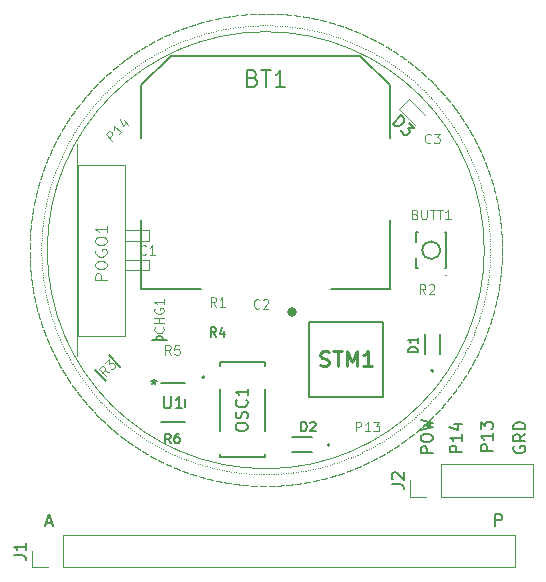
<source format=gbr>
%TF.GenerationSoftware,KiCad,Pcbnew,9.0.1*%
%TF.CreationDate,2025-05-24T12:43:54-07:00*%
%TF.ProjectId,TestWatch,54657374-5761-4746-9368-2e6b69636164,rev?*%
%TF.SameCoordinates,Original*%
%TF.FileFunction,Legend,Top*%
%TF.FilePolarity,Positive*%
%FSLAX46Y46*%
G04 Gerber Fmt 4.6, Leading zero omitted, Abs format (unit mm)*
G04 Created by KiCad (PCBNEW 9.0.1) date 2025-05-24 12:43:54*
%MOMM*%
%LPD*%
G01*
G04 APERTURE LIST*
%ADD10C,0.050000*%
%ADD11C,0.100000*%
%ADD12C,0.150000*%
%ADD13C,0.098425*%
%ADD14C,0.125000*%
%ADD15C,0.254000*%
%ADD16C,0.200000*%
%ADD17C,0.127000*%
%ADD18C,0.120000*%
%ADD19C,0.400000*%
%ADD20C,0.152400*%
G04 APERTURE END LIST*
D10*
X217900000Y-90486500D02*
X217899997Y-90496500D01*
X217898839Y-90696496D02*
X217898726Y-90706495D01*
X217895358Y-90906466D02*
X217895134Y-90916463D01*
X217889556Y-91116385D02*
X217889222Y-91126379D01*
X217881435Y-91326226D02*
X217880990Y-91336216D01*
X217870994Y-91535966D02*
X217870439Y-91545950D01*
X217858236Y-91745577D02*
X217857571Y-91755555D01*
X217843163Y-91955034D02*
X217842387Y-91965004D01*
X217825775Y-92164312D02*
X217824889Y-92174272D01*
X217806075Y-92373385D02*
X217805079Y-92383335D01*
X217784065Y-92582227D02*
X217782960Y-92592166D01*
X217759749Y-92790813D02*
X217758534Y-92800739D01*
X217733129Y-92999118D02*
X217731804Y-93009030D01*
X217704208Y-93207116D02*
X217702774Y-93217013D01*
X217672990Y-93414782D02*
X217671447Y-93424662D01*
X217639479Y-93622090D02*
X217637826Y-93631952D01*
X217603679Y-93829014D02*
X217601917Y-93838858D01*
X217565593Y-94035531D02*
X217563723Y-94045354D01*
X217525228Y-94241614D02*
X217523249Y-94251416D01*
X217482587Y-94447238D02*
X217480500Y-94457018D01*
X217437677Y-94652378D02*
X217435482Y-94662135D01*
X217390501Y-94857010D02*
X217388199Y-94866741D01*
X217341067Y-95061108D02*
X217338657Y-95070813D01*
X217289381Y-95264646D02*
X217286863Y-95274324D01*
X217235447Y-95467601D02*
X217232823Y-95477251D01*
X217179274Y-95669948D02*
X217176544Y-95679568D01*
X217120868Y-95871661D02*
X217118031Y-95881251D01*
X217060236Y-96072717D02*
X217057294Y-96082274D01*
X216997386Y-96273090D02*
X216994338Y-96282614D01*
X216932325Y-96472756D02*
X216929172Y-96482246D01*
X216865061Y-96671691D02*
X216861803Y-96681146D01*
X216795602Y-96869870D02*
X216792240Y-96879288D01*
X216723958Y-97067270D02*
X216720492Y-97076650D01*
X216650136Y-97263866D02*
X216646566Y-97273207D01*
X216574145Y-97459633D02*
X216570473Y-97468935D01*
X216495996Y-97654549D02*
X216492221Y-97663809D01*
X216415697Y-97848590D02*
X216411820Y-97857807D01*
X216333258Y-98041731D02*
X216329279Y-98050905D01*
X216248690Y-98233949D02*
X216244610Y-98243078D01*
X216162002Y-98425220D02*
X216157822Y-98434304D01*
X216073206Y-98615522D02*
X216068925Y-98624559D01*
X215982312Y-98804831D02*
X215977931Y-98813820D01*
X215889331Y-98993123D02*
X215884851Y-99002064D01*
X215794274Y-99180377D02*
X215789696Y-99189267D01*
X215697154Y-99366568D02*
X215692478Y-99375407D01*
X215597982Y-99551675D02*
X215593209Y-99560462D01*
X215496770Y-99735674D02*
X215491900Y-99744408D01*
X215393531Y-99918543D02*
X215388564Y-99927223D01*
X215288277Y-100100260D02*
X215283215Y-100108884D01*
X215181021Y-100280803D02*
X215175863Y-100289371D01*
X215071776Y-100460149D02*
X215066524Y-100468659D01*
X214960555Y-100638277D02*
X214955210Y-100646729D01*
X214847372Y-100815165D02*
X214841934Y-100823557D01*
X214732242Y-100990791D02*
X214726711Y-100999122D01*
X214615177Y-101165133D02*
X214609554Y-101173403D01*
X214496193Y-101338172D02*
X214490479Y-101346379D01*
X214375303Y-101509884D02*
X214369499Y-101518028D01*
X214252523Y-101680250D02*
X214246629Y-101688329D01*
X214127867Y-101849249D02*
X214121885Y-101857262D01*
X214001351Y-102016860D02*
X213995281Y-102024806D01*
X213872991Y-102183062D02*
X213866832Y-102190940D01*
X213742801Y-102347835D02*
X213736556Y-102355645D01*
X213610798Y-102511159D02*
X213604467Y-102518900D01*
X213476998Y-102673014D02*
X213470582Y-102680685D01*
X213341417Y-102833381D02*
X213334917Y-102840980D01*
X213204073Y-102992239D02*
X213197489Y-102999766D01*
X213064980Y-103149570D02*
X213058314Y-103157023D01*
X212924158Y-103305353D02*
X212917409Y-103312733D01*
X212781622Y-103459571D02*
X212774792Y-103466875D01*
X212637390Y-103612204D02*
X212630480Y-103619432D01*
X212491481Y-103763233D02*
X212484491Y-103770385D01*
X212343911Y-103912641D02*
X212336843Y-103919715D01*
X212194698Y-104060409D02*
X212187552Y-104067404D01*
X212043862Y-104206518D02*
X212036639Y-104213434D01*
X211891420Y-104350951D02*
X211884121Y-104357787D01*
X211737391Y-104493691D02*
X211730017Y-104500445D01*
X211581794Y-104634719D02*
X211574346Y-104641392D01*
X211424647Y-104774019D02*
X211417126Y-104780609D01*
X211265971Y-104911574D02*
X211258377Y-104918081D01*
X211105784Y-105047367D02*
X211098118Y-105053789D01*
X210944106Y-105181381D02*
X210936370Y-105187718D01*
X210780956Y-105313600D02*
X210773151Y-105319851D01*
X210616355Y-105444007D02*
X210608481Y-105450172D01*
X210450323Y-105572587D02*
X210442382Y-105578664D01*
X210282880Y-105699325D02*
X210274872Y-105705314D01*
X210114047Y-105824204D02*
X210105972Y-105830104D01*
X209943843Y-105947209D02*
X209935704Y-105953020D01*
X209772290Y-106068326D02*
X209764088Y-106074046D01*
X209599410Y-106187539D02*
X209591144Y-106193168D01*
X209425222Y-106304834D02*
X209416895Y-106310372D01*
X209249748Y-106420197D02*
X209241361Y-106425642D01*
X209073010Y-106533614D02*
X209064563Y-106538966D01*
X208895030Y-106645070D02*
X208886524Y-106650328D01*
X208715828Y-106754552D02*
X208707265Y-106759716D01*
X208535428Y-106862047D02*
X208526808Y-106867116D01*
X208353850Y-106967541D02*
X208345174Y-106972515D01*
X208171117Y-107071022D02*
X208162387Y-107075900D01*
X207987252Y-107172478D02*
X207978469Y-107177258D01*
X207802277Y-107271894D02*
X207793441Y-107276578D01*
X207616214Y-107369261D02*
X207607327Y-107373846D01*
X207429087Y-107464565D02*
X207420150Y-107469051D01*
X207240917Y-107557795D02*
X207231931Y-107562182D01*
X207051729Y-107648939D02*
X207042695Y-107653227D01*
X206861545Y-107737987D02*
X206852464Y-107742175D01*
X206670388Y-107824928D02*
X206661261Y-107829015D01*
X206478282Y-107909750D02*
X206469111Y-107913736D01*
X206285250Y-107992444D02*
X206276036Y-107996329D01*
X206091316Y-108073000D02*
X206082059Y-108076782D01*
X205896504Y-108151407D02*
X205887206Y-108155087D01*
X205700837Y-108227656D02*
X205691498Y-108231233D01*
X205504339Y-108301738D02*
X205494962Y-108305212D01*
X205307034Y-108373644D02*
X205297619Y-108377013D01*
X205108947Y-108443364D02*
X205099495Y-108446630D01*
X204910101Y-108510891D02*
X204900614Y-108514052D01*
X204710521Y-108576216D02*
X204701000Y-108579272D01*
X204510231Y-108639332D02*
X204500677Y-108642282D01*
X204309256Y-108700230D02*
X204299669Y-108703074D01*
X204107620Y-108758902D02*
X204098003Y-108761641D01*
X203905348Y-108815343D02*
X203895701Y-108817975D01*
X203702465Y-108869545D02*
X203692789Y-108872070D01*
X203498994Y-108921501D02*
X203489291Y-108923919D01*
X203294962Y-108971205D02*
X203285233Y-108973515D01*
X203090394Y-109018650D02*
X203080639Y-109020853D01*
X202885313Y-109063832D02*
X202875535Y-109065927D01*
X202679745Y-109106745D02*
X202669944Y-109108732D01*
X202473716Y-109147383D02*
X202463894Y-109149261D01*
X202267250Y-109185741D02*
X202257408Y-109187511D01*
X202060372Y-109221815D02*
X202050511Y-109223476D01*
X201853109Y-109255601D02*
X201843230Y-109257153D01*
X201645485Y-109287093D02*
X201635590Y-109288536D01*
X201437526Y-109316289D02*
X201427615Y-109317622D01*
X201229256Y-109343185D02*
X201219331Y-109344408D01*
X201020702Y-109367777D02*
X201010764Y-109368891D01*
X200811889Y-109390063D02*
X200801939Y-109391066D01*
X200602842Y-109410039D02*
X200592882Y-109410933D01*
X200393588Y-109427704D02*
X200383618Y-109428487D01*
X200184151Y-109443054D02*
X200174173Y-109443728D01*
X199974557Y-109456090D02*
X199964572Y-109456652D01*
X199764831Y-109466807D02*
X199754842Y-109467260D01*
X199555000Y-109475206D02*
X199545006Y-109475549D01*
X199345089Y-109481286D02*
X199335092Y-109481518D01*
X199135124Y-109485045D02*
X199125125Y-109485166D01*
X198925130Y-109486483D02*
X198915130Y-109486494D01*
X198715133Y-109485601D02*
X198705134Y-109485501D01*
X198505159Y-109482397D02*
X198495161Y-109482186D01*
X198295232Y-109476873D02*
X198285238Y-109476552D01*
X198085380Y-109469029D02*
X198075389Y-109468597D01*
X197875627Y-109458866D02*
X197865642Y-109458324D01*
X197665999Y-109446385D02*
X197656021Y-109445733D01*
X197456522Y-109431588D02*
X197446552Y-109430826D01*
X197247222Y-109414477D02*
X197237260Y-109413605D01*
X197038123Y-109395054D02*
X197028171Y-109394071D01*
X196829252Y-109373321D02*
X196819312Y-109372228D01*
X196620633Y-109349280D02*
X196610706Y-109348078D01*
X196412293Y-109322936D02*
X196402380Y-109321624D01*
X196204257Y-109294290D02*
X196194359Y-109292869D01*
X195996551Y-109263347D02*
X195986669Y-109261816D01*
X195789199Y-109230110D02*
X195779334Y-109228470D01*
X195582227Y-109194583D02*
X195572381Y-109192835D01*
X195375660Y-109156771D02*
X195365834Y-109154914D01*
X195169524Y-109116678D02*
X195159719Y-109114712D01*
X194963843Y-109074310D02*
X194954061Y-109072236D01*
X194758644Y-109029670D02*
X194748885Y-109027488D01*
X194553950Y-108982766D02*
X194544216Y-108980476D01*
X194349787Y-108933602D02*
X194340079Y-108931204D01*
X194146180Y-108882184D02*
X194136499Y-108879680D01*
X193943154Y-108828520D02*
X193933501Y-108825908D01*
X193740734Y-108772614D02*
X193731110Y-108769896D01*
X193538943Y-108714475D02*
X193529350Y-108711651D01*
X193337808Y-108654109D02*
X193328246Y-108651179D01*
X193137351Y-108591524D02*
X193127823Y-108588488D01*
X192937599Y-108526727D02*
X192928105Y-108523586D01*
X192738576Y-108459726D02*
X192729117Y-108456481D01*
X192540305Y-108390530D02*
X192530882Y-108387180D01*
X192342810Y-108319146D02*
X192333426Y-108315692D01*
X192146117Y-108245584D02*
X192136771Y-108242027D01*
X191950249Y-108169853D02*
X191940943Y-108166193D01*
X191755230Y-108091961D02*
X191745965Y-108088198D01*
X191561084Y-108011919D02*
X191551861Y-108008054D01*
X191367834Y-107929736D02*
X191358654Y-107925769D01*
X191175504Y-107845422D02*
X191166369Y-107841354D01*
X190984118Y-107758987D02*
X190975029Y-107754819D01*
X190793699Y-107670443D02*
X190784656Y-107666174D01*
X190604270Y-107579799D02*
X190595275Y-107575430D01*
X190415855Y-107487067D02*
X190406909Y-107482599D01*
X190228476Y-107392259D02*
X190219579Y-107387692D01*
X190042156Y-107295385D02*
X190033311Y-107290720D01*
X189856919Y-107196458D02*
X189848125Y-107191696D01*
X189672786Y-107095489D02*
X189664046Y-107090630D01*
X189489780Y-106992492D02*
X189481094Y-106987537D01*
X189307924Y-106887478D02*
X189299293Y-106882427D01*
X189127240Y-106780461D02*
X189118665Y-106775315D01*
X188947749Y-106671453D02*
X188939232Y-106666213D01*
X188769474Y-106560468D02*
X188761016Y-106555134D01*
X188592437Y-106447520D02*
X188584038Y-106442092D01*
X188416659Y-106332621D02*
X188408320Y-106327102D01*
X188242161Y-106215787D02*
X188233884Y-106210176D01*
X188068966Y-106097032D02*
X188060751Y-106091329D01*
X187897094Y-105976369D02*
X187888943Y-105970576D01*
X187726565Y-105853815D02*
X187718479Y-105847932D01*
X187557402Y-105729383D02*
X187549381Y-105723411D01*
X187389624Y-105603089D02*
X187381670Y-105597028D01*
X187223253Y-105474948D02*
X187215366Y-105468800D01*
X187058307Y-105344976D02*
X187050489Y-105338742D01*
X186894809Y-105213189D02*
X186887060Y-105206869D01*
X186732777Y-105079604D02*
X186725098Y-105073198D01*
X186572231Y-104944235D02*
X186564623Y-104937745D01*
X186413191Y-104807101D02*
X186405656Y-104800527D01*
X186255677Y-104668217D02*
X186248214Y-104661560D01*
X186099707Y-104527600D02*
X186092319Y-104520861D01*
X185945301Y-104385269D02*
X185937987Y-104378448D01*
X185792477Y-104241239D02*
X185785240Y-104234338D01*
X185641255Y-104095529D02*
X185634094Y-104088549D01*
X185491652Y-103948157D02*
X185484569Y-103941098D01*
X185343687Y-103799140D02*
X185336683Y-103792004D01*
X185197379Y-103648497D02*
X185190453Y-103641284D01*
X185052744Y-103496246D02*
X185045899Y-103488957D01*
X184909801Y-103342406D02*
X184903036Y-103335041D01*
X184768567Y-103186996D02*
X184761884Y-103179556D01*
X184629059Y-103030034D02*
X184622459Y-103022521D01*
X184491294Y-102871539D02*
X184484778Y-102863954D01*
X184355290Y-102711532D02*
X184348857Y-102703875D01*
X184221062Y-102550031D02*
X184214715Y-102542304D01*
X184088628Y-102387057D02*
X184082366Y-102379260D01*
X183958002Y-102222628D02*
X183951828Y-102214763D01*
X183829203Y-102056767D02*
X183823115Y-102048833D01*
X183702244Y-101889491D02*
X183696244Y-101881491D01*
X183577142Y-101720823D02*
X183571231Y-101712757D01*
X183453911Y-101550782D02*
X183448090Y-101542651D01*
X183332568Y-101379390D02*
X183326837Y-101371195D01*
X183213126Y-101206667D02*
X183207486Y-101198409D01*
X183095600Y-101032635D02*
X183090052Y-101024315D01*
X182980006Y-100857314D02*
X182974550Y-100848933D01*
X182866356Y-100680726D02*
X182860992Y-100672286D01*
X182754664Y-100502893D02*
X182749395Y-100494394D01*
X182644945Y-100323837D02*
X182639770Y-100315280D01*
X182537212Y-100143578D02*
X182532131Y-100134965D01*
X182431477Y-99962140D02*
X182426492Y-99953471D01*
X182327754Y-99779545D02*
X182322866Y-99770821D01*
X182226056Y-99595814D02*
X182221264Y-99587037D01*
X182126395Y-99410970D02*
X182121700Y-99402141D01*
X182028782Y-99225036D02*
X182024186Y-99216156D01*
X181933231Y-99038035D02*
X181928733Y-99029104D01*
X181839752Y-98849989D02*
X181835353Y-98841009D01*
X181748358Y-98660921D02*
X181744058Y-98651893D01*
X181659058Y-98470855D02*
X181654858Y-98461780D01*
X181571865Y-98279814D02*
X181567766Y-98270693D01*
X181486789Y-98087820D02*
X181482790Y-98078654D01*
X181403839Y-97894898D02*
X181399943Y-97885688D01*
X181323027Y-97701071D02*
X181319233Y-97691819D01*
X181244363Y-97506362D02*
X181240670Y-97497069D01*
X181167855Y-97310796D02*
X181164265Y-97301462D01*
X181093513Y-97114396D02*
X181090027Y-97105024D01*
X181021346Y-96917187D02*
X181017964Y-96907776D01*
X180951364Y-96719192D02*
X180948086Y-96709745D01*
X180883574Y-96520436D02*
X180880400Y-96510953D01*
X180817985Y-96320942D02*
X180814916Y-96311425D01*
X180754604Y-96120736D02*
X180751642Y-96111185D01*
X180693441Y-95919842D02*
X180690584Y-95910259D01*
X180634501Y-95718284D02*
X180631750Y-95708670D01*
X180577793Y-95516086D02*
X180575149Y-95506442D01*
X180523323Y-95313275D02*
X180520785Y-95303602D01*
X180471098Y-95109873D02*
X180468667Y-95100173D01*
X180421125Y-94905907D02*
X180418801Y-94896181D01*
X180373408Y-94701401D02*
X180371192Y-94691650D01*
X180327955Y-94496380D02*
X180325847Y-94486605D01*
X180284770Y-94290870D02*
X180282771Y-94281072D01*
X180243860Y-94084894D02*
X180241969Y-94075075D01*
X180205229Y-93878479D02*
X180203446Y-93868639D01*
X180168881Y-93671650D02*
X180167207Y-93661791D01*
X180134821Y-93464431D02*
X180133257Y-93454555D01*
X180103054Y-93256849D02*
X180101599Y-93246956D01*
X180073583Y-93048928D02*
X180072237Y-93039019D01*
X180046412Y-92840695D02*
X180045176Y-92830771D01*
X180021544Y-92632173D02*
X180020418Y-92622237D01*
X179998983Y-92423390D02*
X179997966Y-92413442D01*
X179978730Y-92214370D02*
X179977823Y-92204411D01*
X179960788Y-92005139D02*
X179959992Y-91995171D01*
X179945161Y-91795722D02*
X179944474Y-91785746D01*
X179931848Y-91586146D02*
X179931272Y-91576162D01*
X179920853Y-91376435D02*
X179920387Y-91366446D01*
X179912176Y-91166615D02*
X179911821Y-91156621D01*
X179905819Y-90956712D02*
X179905574Y-90946715D01*
X179901782Y-90746752D02*
X179901648Y-90736753D01*
X179900066Y-90536760D02*
X179900043Y-90526760D01*
X179900671Y-90326762D02*
X179900758Y-90316763D01*
X179903597Y-90116784D02*
X179903795Y-90106786D01*
X179908844Y-89906850D02*
X179909152Y-89896855D01*
X179916410Y-89696988D02*
X179916829Y-89686997D01*
X179926296Y-89487222D02*
X179926825Y-89477236D01*
X179938499Y-89277578D02*
X179939138Y-89267598D01*
X179953019Y-89068081D02*
X179953768Y-89058109D01*
X179969853Y-88858758D02*
X179970713Y-88848795D01*
X179989000Y-88649634D02*
X179989969Y-88639681D01*
X180010457Y-88440734D02*
X180011536Y-88430792D01*
X180034221Y-88232084D02*
X180035410Y-88222155D01*
X180060290Y-88023710D02*
X180061589Y-88013794D01*
X180088661Y-87815636D02*
X180090069Y-87805735D01*
X180119329Y-87607888D02*
X180120847Y-87598004D01*
X180152292Y-87400493D02*
X180153919Y-87390626D01*
X180187545Y-87193474D02*
X180189281Y-87183626D01*
X180225084Y-86986857D02*
X180226928Y-86977029D01*
X180264904Y-86780668D02*
X180266857Y-86770861D01*
X180307000Y-86574932D02*
X180309062Y-86565147D01*
X180351368Y-86369673D02*
X180353538Y-86359912D01*
X180398002Y-86164918D02*
X180400279Y-86155181D01*
X180446896Y-85960690D02*
X180449281Y-85950979D01*
X180498044Y-85757015D02*
X180500536Y-85747331D01*
X180551440Y-85553918D02*
X180554039Y-85544262D01*
X180607078Y-85351424D02*
X180609783Y-85341797D01*
X180664950Y-85149557D02*
X180667762Y-85139960D01*
X180725050Y-84948342D02*
X180727967Y-84938777D01*
X180787370Y-84747803D02*
X180790393Y-84738271D01*
X180851903Y-84547965D02*
X180855031Y-84538467D01*
X180918640Y-84348853D02*
X180921873Y-84339390D01*
X180987575Y-84150491D02*
X180990912Y-84141064D01*
X181058697Y-83952902D02*
X181062138Y-83943513D01*
X181131998Y-83756112D02*
X181135543Y-83746761D01*
X181207471Y-83560144D02*
X181211119Y-83550833D01*
X181285104Y-83365022D02*
X181288855Y-83355752D01*
X181364890Y-83170770D02*
X181368742Y-83161542D01*
X181446817Y-82977412D02*
X181450772Y-82968227D01*
X181530877Y-82784971D02*
X181534932Y-82775830D01*
X181617058Y-82593470D02*
X181621215Y-82584375D01*
X181705351Y-82402934D02*
X181709607Y-82393886D01*
X181795744Y-82213386D02*
X181800100Y-82204385D01*
X181888226Y-82024848D02*
X181892682Y-82015896D01*
X181982787Y-81837344D02*
X181987341Y-81828441D01*
X182079414Y-81650896D02*
X182084067Y-81642045D01*
X182178096Y-81465528D02*
X182182846Y-81456728D01*
X182278821Y-81281262D02*
X182283668Y-81272515D01*
X182381576Y-81098120D02*
X182386520Y-81089427D01*
X182486349Y-80916125D02*
X182491389Y-80907488D01*
X182593128Y-80735299D02*
X182598262Y-80726718D01*
X182701898Y-80555665D02*
X182707127Y-80547141D01*
X182812647Y-80377243D02*
X182817970Y-80368778D01*
X182925361Y-80200057D02*
X182930777Y-80191650D01*
X183040027Y-80024127D02*
X183045536Y-80015781D01*
X183156630Y-79849475D02*
X183162231Y-79841190D01*
X183275156Y-79676123D02*
X183280848Y-79667900D01*
X183395591Y-79504091D02*
X183401374Y-79495932D01*
X183517920Y-79333401D02*
X183523793Y-79325306D01*
X183642129Y-79164073D02*
X183648090Y-79156044D01*
X183768201Y-78996128D02*
X183774250Y-78988166D01*
X183896121Y-78829587D02*
X183902258Y-78821692D01*
X184025874Y-78664470D02*
X184032099Y-78656643D01*
X184157445Y-78500797D02*
X184163755Y-78493040D01*
X184290816Y-78338589D02*
X184297212Y-78330901D01*
X184425972Y-78177864D02*
X184432452Y-78170248D01*
X184562896Y-78018643D02*
X184569460Y-78011099D01*
X184701572Y-77860945D02*
X184708219Y-77853474D01*
X184841982Y-77704789D02*
X184848711Y-77697392D01*
X184984109Y-77550195D02*
X184990920Y-77542873D01*
X185127936Y-77397181D02*
X185134827Y-77389935D01*
X185273446Y-77245766D02*
X185280417Y-77238596D01*
X185420620Y-77095969D02*
X185427670Y-77088876D01*
X185569441Y-76947807D02*
X185576569Y-76940793D01*
X185719891Y-76801299D02*
X185727095Y-76794364D01*
X185871950Y-76656463D02*
X185879231Y-76649608D01*
X186025601Y-76513317D02*
X186032957Y-76506543D01*
X186180825Y-76371877D02*
X186188255Y-76365185D01*
X186337602Y-76232162D02*
X186345106Y-76225552D01*
X186495914Y-76094188D02*
X186503491Y-76087661D01*
X186655741Y-75957972D02*
X186663390Y-75951529D01*
X186817065Y-75823531D02*
X186824784Y-75817173D01*
X186979864Y-75690881D02*
X186987652Y-75684609D01*
X187144119Y-75560038D02*
X187151977Y-75553853D01*
X187309810Y-75431019D02*
X187317736Y-75424921D01*
X187476918Y-75303839D02*
X187484910Y-75297829D01*
X187645420Y-75178514D02*
X187653479Y-75172593D01*
X187815298Y-75055059D02*
X187823421Y-75049227D01*
X187986529Y-74933489D02*
X187994717Y-74927747D01*
X188159094Y-74813819D02*
X188167344Y-74808168D01*
X188332971Y-74696063D02*
X188341283Y-74690504D01*
X188508139Y-74580236D02*
X188516512Y-74574769D01*
X188684576Y-74466353D02*
X188693009Y-74460979D01*
X188862261Y-74354426D02*
X188870753Y-74349146D01*
X189041172Y-74244471D02*
X189049722Y-74239284D01*
X189221288Y-74136499D02*
X189229895Y-74131407D01*
X189402586Y-74030524D02*
X189411249Y-74025528D01*
X189585044Y-73926560D02*
X189593761Y-73921660D01*
X189768641Y-73824619D02*
X189777411Y-73819815D01*
X189953352Y-73724713D02*
X189962175Y-73720007D01*
X190139157Y-73626855D02*
X190148031Y-73622247D01*
X190326031Y-73531057D02*
X190334957Y-73526546D01*
X190513954Y-73437329D02*
X190522928Y-73432918D01*
X190702900Y-73345685D02*
X190711923Y-73341373D01*
X190892848Y-73256134D02*
X190901918Y-73251922D01*
X191083774Y-73168688D02*
X191092890Y-73164577D01*
X191275655Y-73083358D02*
X191284816Y-73079347D01*
X191468467Y-73000153D02*
X191477672Y-72996244D01*
X191662188Y-72919085D02*
X191671435Y-72915278D01*
X191856792Y-72840163D02*
X191866080Y-72836458D01*
X192052257Y-72763396D02*
X192061585Y-72759795D01*
X192248558Y-72688795D02*
X192257926Y-72685296D01*
X192445671Y-72616367D02*
X192455078Y-72612973D01*
X192643574Y-72546123D02*
X192653017Y-72542833D01*
X192842240Y-72478070D02*
X192851719Y-72474884D01*
X193041647Y-72412217D02*
X193051160Y-72409136D01*
X193241769Y-72348572D02*
X193251316Y-72345597D01*
X193442582Y-72287143D02*
X193452162Y-72284273D01*
X193644062Y-72227937D02*
X193653673Y-72225173D01*
X193846184Y-72170962D02*
X193855825Y-72168304D01*
X194048924Y-72116223D02*
X194058593Y-72113673D01*
X194252256Y-72063729D02*
X194261953Y-72061286D01*
X194456156Y-72013486D02*
X194465879Y-72011150D01*
X194660598Y-71965499D02*
X194670347Y-71963270D01*
X194865559Y-71919775D02*
X194875331Y-71917654D01*
X195071012Y-71876319D02*
X195080808Y-71874306D01*
X195276933Y-71835136D02*
X195286751Y-71833231D01*
X195483297Y-71796231D02*
X195493135Y-71794436D01*
X195690078Y-71759610D02*
X195699935Y-71757923D01*
X195897252Y-71725277D02*
X195907126Y-71723699D01*
X196104792Y-71693235D02*
X196114683Y-71691766D01*
X196312673Y-71663489D02*
X196322580Y-71662130D01*
X196520871Y-71636043D02*
X196530792Y-71634793D01*
X196729359Y-71610899D02*
X196739294Y-71609759D01*
X196938112Y-71588061D02*
X196948059Y-71587031D01*
X197147106Y-71567532D02*
X197157063Y-71566612D01*
X197356313Y-71549314D02*
X197366280Y-71548504D01*
X197565709Y-71533409D02*
X197575684Y-71532709D01*
X197775267Y-71519819D02*
X197785250Y-71519230D01*
X197984963Y-71508547D02*
X197994952Y-71508068D01*
X198194771Y-71499593D02*
X198204765Y-71499224D01*
X198404665Y-71492958D02*
X198414662Y-71492700D01*
X198614620Y-71488643D02*
X198624619Y-71488496D01*
X198824610Y-71486650D02*
X198834610Y-71486613D01*
X199034608Y-71486977D02*
X199044608Y-71487050D01*
X199244590Y-71489625D02*
X199254589Y-71489809D01*
X199454531Y-71494594D02*
X199464526Y-71494888D01*
X199664403Y-71501883D02*
X199674395Y-71502288D01*
X199874182Y-71511491D02*
X199884169Y-71512006D01*
X200083842Y-71523417D02*
X200093822Y-71524043D01*
X200293357Y-71537660D02*
X200303330Y-71538396D01*
X200502703Y-71554217D02*
X200512667Y-71555063D01*
X200711852Y-71573087D02*
X200721806Y-71574043D01*
X200920780Y-71594268D02*
X200930723Y-71595334D01*
X201129461Y-71617756D02*
X201139392Y-71618932D01*
X201337870Y-71643549D02*
X201347787Y-71644835D01*
X201545981Y-71671645D02*
X201555883Y-71673040D01*
X201753769Y-71702038D02*
X201763655Y-71703543D01*
X201961208Y-71734727D02*
X201971077Y-71736340D01*
X202168273Y-71769706D02*
X202178124Y-71771428D01*
X202374939Y-71806971D02*
X202384770Y-71808803D01*
X202581181Y-71846519D02*
X202590991Y-71848459D01*
X202786973Y-71888343D02*
X202796761Y-71890391D01*
X202992290Y-71932439D02*
X203002054Y-71934596D01*
X203197107Y-71978802D02*
X203206847Y-71981067D01*
X203401399Y-72027426D02*
X203411114Y-72029798D01*
X203605141Y-72078305D02*
X203614829Y-72080784D01*
X203808309Y-72131432D02*
X203817969Y-72134018D01*
X204010877Y-72186802D02*
X204020507Y-72189495D01*
X204212820Y-72244407D02*
X204222420Y-72247206D01*
X204414115Y-72304241D02*
X204423683Y-72307146D01*
X204614735Y-72366296D02*
X204624272Y-72369306D01*
X204814658Y-72430564D02*
X204824161Y-72433680D01*
X205013859Y-72497038D02*
X205023326Y-72500259D01*
X205212312Y-72565710D02*
X205221743Y-72569035D01*
X205409994Y-72636571D02*
X205419388Y-72640000D01*
X205606881Y-72709612D02*
X205616237Y-72713145D01*
X205802949Y-72784825D02*
X205812265Y-72788461D01*
X205998174Y-72862201D02*
X206007448Y-72865939D01*
X206192531Y-72941729D02*
X206201764Y-72945570D01*
X206385997Y-73023401D02*
X206395187Y-73027343D01*
X206578549Y-73107205D02*
X206587695Y-73111249D01*
X206770163Y-73193133D02*
X206779264Y-73197278D01*
X206960816Y-73281174D02*
X206969870Y-73285419D01*
X207150484Y-73371316D02*
X207159491Y-73375661D01*
X207339144Y-73463549D02*
X207348102Y-73467993D01*
X207526773Y-73557862D02*
X207535682Y-73562405D01*
X207713348Y-73654243D02*
X207722206Y-73658884D01*
X207898847Y-73752679D02*
X207907653Y-73757418D01*
X208083246Y-73853160D02*
X208091999Y-73857996D01*
X208266524Y-73955673D02*
X208275223Y-73960605D01*
X208448657Y-74060206D02*
X208457301Y-74065234D01*
X208629624Y-74166745D02*
X208638212Y-74171868D01*
X208809402Y-74275277D02*
X208817933Y-74280495D01*
X208987970Y-74385790D02*
X208996443Y-74391102D01*
X209165306Y-74498270D02*
X209173719Y-74503675D01*
X209341387Y-74612703D02*
X209349740Y-74618200D01*
X209516193Y-74729075D02*
X209524485Y-74734664D01*
X209689702Y-74847372D02*
X209697932Y-74853053D01*
X209861893Y-74967579D02*
X209870059Y-74973351D01*
X210032745Y-75089682D02*
X210040847Y-75095544D01*
X210202237Y-75213666D02*
X210210273Y-75219617D01*
X210370348Y-75339516D02*
X210378318Y-75345555D01*
X210537058Y-75467216D02*
X210544961Y-75473343D01*
X210702346Y-75596751D02*
X210710181Y-75602965D01*
X210866193Y-75728105D02*
X210873959Y-75734405D01*
X211028578Y-75861262D02*
X211036274Y-75867647D01*
X211189481Y-75996205D02*
X211197106Y-76002675D01*
X211348883Y-76132918D02*
X211356436Y-76139472D01*
X211506764Y-76271385D02*
X211514244Y-76278022D01*
X211663106Y-76411588D02*
X211670512Y-76418308D01*
X211817888Y-76553511D02*
X211825219Y-76560312D01*
X211971092Y-76697136D02*
X211978347Y-76704017D01*
X212122699Y-76842445D02*
X212129878Y-76849406D01*
X212272691Y-76989421D02*
X212279793Y-76996461D01*
X212421049Y-77138046D02*
X212428073Y-77145164D01*
X212567756Y-77288302D02*
X212574701Y-77295497D01*
X212712793Y-77440169D02*
X212719658Y-77447441D01*
X212856143Y-77593631D02*
X212862927Y-77600978D01*
X212997788Y-77748667D02*
X213004490Y-77756089D01*
X213137710Y-77905260D02*
X213144330Y-77912755D01*
X213275894Y-78063389D02*
X213282430Y-78070957D01*
X213412321Y-78223036D02*
X213418773Y-78230676D01*
X213546975Y-78384181D02*
X213553343Y-78391892D01*
X213679840Y-78546805D02*
X213686122Y-78554585D01*
X213810900Y-78710887D02*
X213817095Y-78718736D01*
X213940138Y-78876407D02*
X213946246Y-78884325D01*
X214067539Y-79043346D02*
X214073559Y-79051331D01*
X214193087Y-79211683D02*
X214199019Y-79219734D01*
X214316767Y-79381397D02*
X214322609Y-79389513D01*
X214438563Y-79552468D02*
X214444316Y-79560647D01*
X214558461Y-79724874D02*
X214564123Y-79733117D01*
X214676447Y-79898595D02*
X214682017Y-79906900D01*
X214792505Y-80073610D02*
X214797983Y-80081975D01*
X214906622Y-80249896D02*
X214912007Y-80258322D01*
X215018783Y-80427433D02*
X215024075Y-80435918D01*
X215128975Y-80606199D02*
X215134173Y-80614742D01*
X215237185Y-80786171D02*
X215242289Y-80794771D01*
X215343399Y-80967329D02*
X215348407Y-80975985D01*
X215447605Y-81149650D02*
X215452517Y-81158360D01*
X215549789Y-81333111D02*
X215554604Y-81341875D01*
X215649939Y-81517690D02*
X215654657Y-81526507D01*
X215748043Y-81703365D02*
X215752663Y-81712234D01*
X215844088Y-81890113D02*
X215848610Y-81899032D01*
X215938064Y-82077911D02*
X215942487Y-82086880D01*
X216029959Y-82266736D02*
X216034282Y-82275753D01*
X216119761Y-82456566D02*
X216123984Y-82465630D01*
X216207459Y-82647376D02*
X216211582Y-82656486D01*
X216293043Y-82839144D02*
X216297065Y-82848299D01*
X216376502Y-83031846D02*
X216380423Y-83041045D01*
X216457827Y-83225458D02*
X216461646Y-83234700D01*
X216537006Y-83419958D02*
X216540723Y-83429242D01*
X216614031Y-83615321D02*
X216617645Y-83624645D01*
X216688892Y-83811524D02*
X216692403Y-83820887D01*
X216761580Y-84008541D02*
X216764987Y-84017943D01*
X216832086Y-84206350D02*
X216835389Y-84215789D01*
X216900402Y-84404927D02*
X216903600Y-84414402D01*
X216966518Y-84604246D02*
X216969612Y-84613755D01*
X217030428Y-84804284D02*
X217033416Y-84813827D01*
X217092123Y-85005016D02*
X217095005Y-85014591D01*
X217151595Y-85206417D02*
X217154372Y-85216024D01*
X217208838Y-85408464D02*
X217211508Y-85418101D01*
X217263844Y-85611131D02*
X217266408Y-85620797D01*
X217316607Y-85814393D02*
X217319064Y-85824087D01*
X217367120Y-86018226D02*
X217369469Y-86027947D01*
X217415377Y-86222605D02*
X217417619Y-86232351D01*
X217461373Y-86427505D02*
X217463507Y-86437275D01*
X217505101Y-86632901D02*
X217507126Y-86642694D01*
X217546556Y-86838768D02*
X217548473Y-86848582D01*
X217585733Y-87045080D02*
X217587542Y-87054915D01*
X217622628Y-87251812D02*
X217624328Y-87261667D01*
X217657235Y-87458940D02*
X217658826Y-87468813D01*
X217689552Y-87666437D02*
X217691033Y-87676327D01*
X217719572Y-87874279D02*
X217720945Y-87884185D01*
X217747294Y-88082441D02*
X217748557Y-88092360D01*
X217772714Y-88290895D02*
X217773867Y-88300829D01*
X217795828Y-88499618D02*
X217796871Y-88509564D01*
X217816633Y-88708584D02*
X217817566Y-88718540D01*
X217835128Y-88917767D02*
X217835951Y-88927733D01*
X217851310Y-89127142D02*
X217852023Y-89137116D01*
X217865176Y-89336682D02*
X217865779Y-89346664D01*
X217876726Y-89546363D02*
X217877219Y-89556351D01*
X217885958Y-89756159D02*
X217886340Y-89766152D01*
X217892870Y-89966044D02*
X217893142Y-89976041D01*
X217897463Y-90175993D02*
X217897623Y-90185992D01*
X217899734Y-90385980D02*
X217899784Y-90395980D01*
X182900000Y-99486565D02*
X182900000Y-81523877D01*
D11*
X217400000Y-90523965D02*
G75*
G02*
X180400000Y-90523965I-18500000J0D01*
G01*
X180400000Y-90523965D02*
G75*
G02*
X217400000Y-90523965I18500000J0D01*
G01*
D10*
X214900000Y-78486500D02*
X214901828Y-78488937D01*
X214901828Y-78488937D02*
X214903655Y-78491374D01*
X214903655Y-78491374D02*
X214905481Y-78493812D01*
X214905481Y-78493812D02*
X214907308Y-78496250D01*
X214907308Y-78496250D02*
X214909134Y-78498688D01*
X214909134Y-78498688D02*
X214910960Y-78501127D01*
X214910960Y-78501127D02*
X214912785Y-78503565D01*
X214912785Y-78503565D02*
X214914610Y-78506004D01*
X214914610Y-78506004D02*
X214916434Y-78508444D01*
X214916434Y-78508444D02*
X214918258Y-78510883D01*
X214918258Y-78510883D02*
X214920082Y-78513323D01*
X214920082Y-78513323D02*
X214921906Y-78515763D01*
X214921906Y-78515763D02*
X214923729Y-78518204D01*
X214923729Y-78518204D02*
X214925551Y-78520644D01*
X214925551Y-78520644D02*
X214927374Y-78523085D01*
X214927374Y-78523085D02*
X214929196Y-78525527D01*
X214929196Y-78525527D02*
X214931017Y-78527968D01*
X214931017Y-78527968D02*
X214932839Y-78530410D01*
X214932839Y-78530410D02*
X214934659Y-78532852D01*
X214934659Y-78532852D02*
X214936480Y-78535294D01*
X214936480Y-78535294D02*
X214938300Y-78537737D01*
X214938300Y-78537737D02*
X214940120Y-78540180D01*
X214940120Y-78540180D02*
X214941939Y-78542623D01*
X214941939Y-78542623D02*
X214943758Y-78545067D01*
X214943758Y-78545067D02*
X214945577Y-78547510D01*
X214945577Y-78547510D02*
X214947395Y-78549954D01*
X214947395Y-78549954D02*
X214949213Y-78552399D01*
X214949213Y-78552399D02*
X214951030Y-78554843D01*
X214951030Y-78554843D02*
X214952847Y-78557288D01*
X214952847Y-78557288D02*
X214954664Y-78559733D01*
X214954664Y-78559733D02*
X214956480Y-78562179D01*
X214956480Y-78562179D02*
X214958296Y-78564624D01*
X214958296Y-78564624D02*
X214960112Y-78567070D01*
X214960112Y-78567070D02*
X214961927Y-78569516D01*
X214961927Y-78569516D02*
X214963742Y-78571963D01*
X214963742Y-78571963D02*
X214965557Y-78574410D01*
X214965557Y-78574410D02*
X214967371Y-78576857D01*
X214967371Y-78576857D02*
X214969184Y-78579304D01*
X214969184Y-78579304D02*
X214970998Y-78581752D01*
X214970998Y-78581752D02*
X214972811Y-78584200D01*
X214972811Y-78584200D02*
X214974623Y-78586648D01*
X214974623Y-78586648D02*
X214976436Y-78589096D01*
X214976436Y-78589096D02*
X214978248Y-78591545D01*
X214978248Y-78591545D02*
X214980059Y-78593994D01*
X214980059Y-78593994D02*
X214981870Y-78596443D01*
X214981870Y-78596443D02*
X214983681Y-78598893D01*
X214983681Y-78598893D02*
X214985491Y-78601343D01*
X214985491Y-78601343D02*
X214987301Y-78603793D01*
X214987301Y-78603793D02*
X214989111Y-78606243D01*
X214989111Y-78606243D02*
X214990920Y-78608694D01*
X214990920Y-78608694D02*
X214992729Y-78611145D01*
X214992729Y-78611145D02*
X214994538Y-78613596D01*
X214994538Y-78613596D02*
X214996346Y-78616047D01*
X214996346Y-78616047D02*
X214998154Y-78618499D01*
X214998154Y-78618499D02*
X214999961Y-78620951D01*
X214999961Y-78620951D02*
X215001768Y-78623403D01*
X215001768Y-78623403D02*
X215003575Y-78625856D01*
X215003575Y-78625856D02*
X215005381Y-78628309D01*
X215005381Y-78628309D02*
X215007187Y-78630762D01*
X215007187Y-78630762D02*
X215008993Y-78633215D01*
X215008993Y-78633215D02*
X215010798Y-78635669D01*
X215010798Y-78635669D02*
X215012603Y-78638123D01*
X215012603Y-78638123D02*
X215014407Y-78640577D01*
X215014407Y-78640577D02*
X215016211Y-78643032D01*
X215016211Y-78643032D02*
X215018015Y-78645487D01*
X215018015Y-78645487D02*
X215019818Y-78647942D01*
X215019818Y-78647942D02*
X215021621Y-78650397D01*
X215021621Y-78650397D02*
X215023424Y-78652853D01*
X215023424Y-78652853D02*
X215025226Y-78655308D01*
X215025226Y-78655308D02*
X215027028Y-78657765D01*
X215027028Y-78657765D02*
X215028829Y-78660221D01*
X215028829Y-78660221D02*
X215030630Y-78662678D01*
X215030630Y-78662678D02*
X215032431Y-78665135D01*
X215032431Y-78665135D02*
X215034231Y-78667592D01*
X215034231Y-78667592D02*
X215036031Y-78670049D01*
X215036031Y-78670049D02*
X215037831Y-78672507D01*
X215037831Y-78672507D02*
X215039630Y-78674965D01*
X215039630Y-78674965D02*
X215041429Y-78677424D01*
X215041429Y-78677424D02*
X215043227Y-78679882D01*
X215043227Y-78679882D02*
X215045025Y-78682341D01*
X215045025Y-78682341D02*
X215046823Y-78684800D01*
X215046823Y-78684800D02*
X215048620Y-78687260D01*
X215048620Y-78687260D02*
X215050417Y-78689719D01*
X215050417Y-78689719D02*
X215052214Y-78692179D01*
X215052214Y-78692179D02*
X215054010Y-78694640D01*
X215054010Y-78694640D02*
X215055806Y-78697100D01*
X215055806Y-78697100D02*
X215057601Y-78699561D01*
X215057601Y-78699561D02*
X215059396Y-78702022D01*
X215059396Y-78702022D02*
X215061191Y-78704483D01*
X215061191Y-78704483D02*
X215062985Y-78706945D01*
X215062985Y-78706945D02*
X215064779Y-78709407D01*
X215064779Y-78709407D02*
X215066573Y-78711869D01*
X215066573Y-78711869D02*
X215068366Y-78714332D01*
X215068366Y-78714332D02*
X215070159Y-78716794D01*
X215070159Y-78716794D02*
X215071951Y-78719257D01*
X215071951Y-78719257D02*
X215073743Y-78721721D01*
X215073743Y-78721721D02*
X215075535Y-78724184D01*
X215075535Y-78724184D02*
X215077326Y-78726648D01*
X215077326Y-78726648D02*
X215079117Y-78729112D01*
X215079117Y-78729112D02*
X215080908Y-78731576D01*
X215080908Y-78731576D02*
X215082698Y-78734041D01*
X215082698Y-78734041D02*
X215084488Y-78736506D01*
X215084488Y-78736506D02*
X215086277Y-78738971D01*
X215086277Y-78738971D02*
X215088066Y-78741437D01*
X215088066Y-78741437D02*
X215089855Y-78743902D01*
X215089855Y-78743902D02*
X215091643Y-78746368D01*
X215091643Y-78746368D02*
X215093431Y-78748834D01*
X215093431Y-78748834D02*
X215095219Y-78751301D01*
X215095219Y-78751301D02*
X215097006Y-78753768D01*
X215097006Y-78753768D02*
X215098793Y-78756235D01*
X215098793Y-78756235D02*
X215100579Y-78758702D01*
X215100579Y-78758702D02*
X215102365Y-78761170D01*
X215102365Y-78761170D02*
X215104151Y-78763638D01*
X215104151Y-78763638D02*
X215105936Y-78766106D01*
X215105936Y-78766106D02*
X215107721Y-78768574D01*
X215107721Y-78768574D02*
X215109506Y-78771043D01*
X215109506Y-78771043D02*
X215111290Y-78773512D01*
X215111290Y-78773512D02*
X215113074Y-78775981D01*
X215113074Y-78775981D02*
X215114857Y-78778451D01*
X215114857Y-78778451D02*
X215116640Y-78780921D01*
X215116640Y-78780921D02*
X215118423Y-78783391D01*
X215118423Y-78783391D02*
X215120205Y-78785861D01*
X215120205Y-78785861D02*
X215121987Y-78788332D01*
X215121987Y-78788332D02*
X215123768Y-78790803D01*
X215123768Y-78790803D02*
X215125550Y-78793274D01*
X215125550Y-78793274D02*
X215127330Y-78795745D01*
X215127330Y-78795745D02*
X215129111Y-78798217D01*
X215129111Y-78798217D02*
X215130891Y-78800689D01*
X215130891Y-78800689D02*
X215132671Y-78803161D01*
X215132671Y-78803161D02*
X215134450Y-78805634D01*
X215134450Y-78805634D02*
X215136229Y-78808106D01*
X215136229Y-78808106D02*
X215138007Y-78810579D01*
X215138007Y-78810579D02*
X215139785Y-78813053D01*
X215139785Y-78813053D02*
X215141563Y-78815526D01*
X215141563Y-78815526D02*
X215143341Y-78818000D01*
X215143341Y-78818000D02*
X215145118Y-78820474D01*
X215145118Y-78820474D02*
X215146894Y-78822949D01*
X215146894Y-78822949D02*
X215148671Y-78825423D01*
X215148671Y-78825423D02*
X215150446Y-78827898D01*
X215150446Y-78827898D02*
X215152222Y-78830374D01*
X215152222Y-78830374D02*
X215153997Y-78832849D01*
X215153997Y-78832849D02*
X215155772Y-78835325D01*
X215155772Y-78835325D02*
X215157546Y-78837801D01*
X215157546Y-78837801D02*
X215159320Y-78840277D01*
X215159320Y-78840277D02*
X215161094Y-78842754D01*
X215161094Y-78842754D02*
X215162867Y-78845231D01*
X215162867Y-78845231D02*
X215164640Y-78847708D01*
X215164640Y-78847708D02*
X215166413Y-78850185D01*
X215166413Y-78850185D02*
X215168185Y-78852663D01*
X215168185Y-78852663D02*
X215169956Y-78855141D01*
X215169956Y-78855141D02*
X215171728Y-78857619D01*
X215171728Y-78857619D02*
X215173499Y-78860097D01*
X215173499Y-78860097D02*
X215175269Y-78862576D01*
X215175269Y-78862576D02*
X215177040Y-78865055D01*
X215177040Y-78865055D02*
X215178809Y-78867534D01*
X215178809Y-78867534D02*
X215180579Y-78870014D01*
X215180579Y-78870014D02*
X215182348Y-78872494D01*
X215182348Y-78872494D02*
X215184117Y-78874974D01*
X215184117Y-78874974D02*
X215185885Y-78877454D01*
X215185885Y-78877454D02*
X215187653Y-78879935D01*
X215187653Y-78879935D02*
X215189421Y-78882416D01*
X215189421Y-78882416D02*
X215191188Y-78884897D01*
X215191188Y-78884897D02*
X215192955Y-78887378D01*
X215192955Y-78887378D02*
X215194721Y-78889860D01*
X215194721Y-78889860D02*
X215196487Y-78892342D01*
X215196487Y-78892342D02*
X215198253Y-78894824D01*
X215198253Y-78894824D02*
X215200018Y-78897307D01*
X215200018Y-78897307D02*
X215201783Y-78899789D01*
X215201783Y-78899789D02*
X215203548Y-78902272D01*
X215203548Y-78902272D02*
X215205312Y-78904756D01*
X215205312Y-78904756D02*
X215207076Y-78907239D01*
X215207076Y-78907239D02*
X215208839Y-78909723D01*
X215208839Y-78909723D02*
X215210602Y-78912207D01*
X215210602Y-78912207D02*
X215212365Y-78914692D01*
X215212365Y-78914692D02*
X215214127Y-78917176D01*
X215214127Y-78917176D02*
X215215889Y-78919661D01*
X215215889Y-78919661D02*
X215217651Y-78922146D01*
X215217651Y-78922146D02*
X215219412Y-78924632D01*
X215219412Y-78924632D02*
X215221173Y-78927118D01*
X215221173Y-78927118D02*
X215222933Y-78929604D01*
X215222933Y-78929604D02*
X215223909Y-78930982D01*
X215338646Y-79094796D02*
X215340381Y-79097300D01*
X215340381Y-79097300D02*
X215342115Y-79099804D01*
X215342115Y-79099804D02*
X215343849Y-79102308D01*
X215343849Y-79102308D02*
X215345583Y-79104813D01*
X215345583Y-79104813D02*
X215347316Y-79107318D01*
X215347316Y-79107318D02*
X215349049Y-79109823D01*
X215349049Y-79109823D02*
X215350782Y-79112329D01*
X215350782Y-79112329D02*
X215352514Y-79114834D01*
X215352514Y-79114834D02*
X215354246Y-79117340D01*
X215354246Y-79117340D02*
X215355977Y-79119847D01*
X215355977Y-79119847D02*
X215357708Y-79122353D01*
X215357708Y-79122353D02*
X215359439Y-79124860D01*
X215359439Y-79124860D02*
X215361169Y-79127367D01*
X215361169Y-79127367D02*
X215362899Y-79129874D01*
X215362899Y-79129874D02*
X215364629Y-79132382D01*
X215364629Y-79132382D02*
X215366358Y-79134890D01*
X215366358Y-79134890D02*
X215368087Y-79137398D01*
X215368087Y-79137398D02*
X215369815Y-79139906D01*
X215369815Y-79139906D02*
X215371543Y-79142415D01*
X215371543Y-79142415D02*
X215373271Y-79144924D01*
X215373271Y-79144924D02*
X215374998Y-79147433D01*
X215374998Y-79147433D02*
X215376725Y-79149942D01*
X215376725Y-79149942D02*
X215378451Y-79152452D01*
X215378451Y-79152452D02*
X215380177Y-79154962D01*
X215380177Y-79154962D02*
X215381903Y-79157472D01*
X215381903Y-79157472D02*
X215383628Y-79159983D01*
X215383628Y-79159983D02*
X215385353Y-79162493D01*
X215385353Y-79162493D02*
X215387078Y-79165004D01*
X215387078Y-79165004D02*
X215388802Y-79167516D01*
X215388802Y-79167516D02*
X215390526Y-79170027D01*
X215390526Y-79170027D02*
X215392249Y-79172539D01*
X215392249Y-79172539D02*
X215393972Y-79175051D01*
X215393972Y-79175051D02*
X215395695Y-79177563D01*
X215395695Y-79177563D02*
X215397417Y-79180076D01*
X215397417Y-79180076D02*
X215399139Y-79182589D01*
X215399139Y-79182589D02*
X215400860Y-79185102D01*
X215400860Y-79185102D02*
X215402582Y-79187615D01*
X215402582Y-79187615D02*
X215404302Y-79190129D01*
X215404302Y-79190129D02*
X215406023Y-79192643D01*
X215406023Y-79192643D02*
X215407743Y-79195157D01*
X215407743Y-79195157D02*
X215409462Y-79197671D01*
X215409462Y-79197671D02*
X215411181Y-79200186D01*
X215411181Y-79200186D02*
X215412900Y-79202701D01*
X215412900Y-79202701D02*
X215414619Y-79205216D01*
X215414619Y-79205216D02*
X215416337Y-79207731D01*
X215416337Y-79207731D02*
X215418054Y-79210247D01*
X215418054Y-79210247D02*
X215419772Y-79212763D01*
X215419772Y-79212763D02*
X215421488Y-79215279D01*
X215421488Y-79215279D02*
X215423205Y-79217796D01*
X215423205Y-79217796D02*
X215424921Y-79220312D01*
X215424921Y-79220312D02*
X215426637Y-79222829D01*
X215426637Y-79222829D02*
X215428352Y-79225347D01*
X215428352Y-79225347D02*
X215430067Y-79227864D01*
X215430067Y-79227864D02*
X215431782Y-79230382D01*
X215431782Y-79230382D02*
X215433496Y-79232900D01*
X215433496Y-79232900D02*
X215435210Y-79235419D01*
X215435210Y-79235419D02*
X215436923Y-79237937D01*
X215436923Y-79237937D02*
X215438636Y-79240456D01*
X215438636Y-79240456D02*
X215440349Y-79242975D01*
X215440349Y-79242975D02*
X215442061Y-79245494D01*
X215442061Y-79245494D02*
X215443773Y-79248014D01*
X215443773Y-79248014D02*
X215445485Y-79250534D01*
X215445485Y-79250534D02*
X215447196Y-79253054D01*
X215447196Y-79253054D02*
X215448907Y-79255574D01*
X215448907Y-79255574D02*
X215450617Y-79258095D01*
X215450617Y-79258095D02*
X215452327Y-79260616D01*
X215452327Y-79260616D02*
X215454037Y-79263137D01*
X215454037Y-79263137D02*
X215455746Y-79265659D01*
X215455746Y-79265659D02*
X215457455Y-79268180D01*
X215457455Y-79268180D02*
X215459163Y-79270702D01*
X215459163Y-79270702D02*
X215460871Y-79273225D01*
X215460871Y-79273225D02*
X215462579Y-79275747D01*
X215462579Y-79275747D02*
X215464286Y-79278270D01*
X215464286Y-79278270D02*
X215465993Y-79280793D01*
X215465993Y-79280793D02*
X215467700Y-79283316D01*
X215467700Y-79283316D02*
X215469406Y-79285840D01*
X215469406Y-79285840D02*
X215471112Y-79288364D01*
X215471112Y-79288364D02*
X215472817Y-79290888D01*
X215472817Y-79290888D02*
X215474522Y-79293412D01*
X215474522Y-79293412D02*
X215476227Y-79295936D01*
X215476227Y-79295936D02*
X215477931Y-79298461D01*
X215477931Y-79298461D02*
X215479635Y-79300986D01*
X215479635Y-79300986D02*
X215481338Y-79303512D01*
X215481338Y-79303512D02*
X215483041Y-79306037D01*
X215483041Y-79306037D02*
X215484744Y-79308563D01*
X215484744Y-79308563D02*
X215486446Y-79311089D01*
X215486446Y-79311089D02*
X215488148Y-79313616D01*
X215488148Y-79313616D02*
X215489850Y-79316142D01*
X215489850Y-79316142D02*
X215491551Y-79318669D01*
X215491551Y-79318669D02*
X215493252Y-79321196D01*
X215493252Y-79321196D02*
X215494952Y-79323724D01*
X215494952Y-79323724D02*
X215496652Y-79326252D01*
X215496652Y-79326252D02*
X215498352Y-79328780D01*
X215498352Y-79328780D02*
X215500051Y-79331308D01*
X215500051Y-79331308D02*
X215501750Y-79333836D01*
X215501750Y-79333836D02*
X215503448Y-79336365D01*
X215503448Y-79336365D02*
X215505146Y-79338894D01*
X215505146Y-79338894D02*
X215506844Y-79341423D01*
X215506844Y-79341423D02*
X215508541Y-79343953D01*
X215508541Y-79343953D02*
X215510238Y-79346482D01*
X215510238Y-79346482D02*
X215511935Y-79349012D01*
X215511935Y-79349012D02*
X215513631Y-79351543D01*
X215513631Y-79351543D02*
X215515326Y-79354073D01*
X215515326Y-79354073D02*
X215517022Y-79356604D01*
X215517022Y-79356604D02*
X215518717Y-79359135D01*
X215518717Y-79359135D02*
X215520411Y-79361666D01*
X215520411Y-79361666D02*
X215522106Y-79364198D01*
X215522106Y-79364198D02*
X215523799Y-79366730D01*
X215523799Y-79366730D02*
X215525493Y-79369262D01*
X215525493Y-79369262D02*
X215527186Y-79371794D01*
X215527186Y-79371794D02*
X215528879Y-79374327D01*
X215528879Y-79374327D02*
X215530571Y-79376860D01*
X215530571Y-79376860D02*
X215532263Y-79379393D01*
X215532263Y-79379393D02*
X215533954Y-79381926D01*
X215533954Y-79381926D02*
X215535646Y-79384460D01*
X215535646Y-79384460D02*
X215537336Y-79386994D01*
X215537336Y-79386994D02*
X215539027Y-79389528D01*
X215539027Y-79389528D02*
X215540717Y-79392062D01*
X215540717Y-79392062D02*
X215542406Y-79394597D01*
X215542406Y-79394597D02*
X215544095Y-79397132D01*
X215544095Y-79397132D02*
X215545784Y-79399667D01*
X215545784Y-79399667D02*
X215547473Y-79402202D01*
X215547473Y-79402202D02*
X215549161Y-79404738D01*
X215549161Y-79404738D02*
X215550848Y-79407274D01*
X215550848Y-79407274D02*
X215552536Y-79409810D01*
X215552536Y-79409810D02*
X215554222Y-79412347D01*
X215554222Y-79412347D02*
X215555909Y-79414883D01*
X215555909Y-79414883D02*
X215557595Y-79417420D01*
X215557595Y-79417420D02*
X215559281Y-79419957D01*
X215559281Y-79419957D02*
X215560966Y-79422495D01*
X215560966Y-79422495D02*
X215562651Y-79425033D01*
X215562651Y-79425033D02*
X215564336Y-79427571D01*
X215564336Y-79427571D02*
X215566020Y-79430109D01*
X215566020Y-79430109D02*
X215567704Y-79432647D01*
X215567704Y-79432647D02*
X215569387Y-79435186D01*
X215569387Y-79435186D02*
X215571070Y-79437725D01*
X215571070Y-79437725D02*
X215572753Y-79440265D01*
X215572753Y-79440265D02*
X215574435Y-79442804D01*
X215574435Y-79442804D02*
X215576117Y-79445344D01*
X215576117Y-79445344D02*
X215577798Y-79447884D01*
X215577798Y-79447884D02*
X215579479Y-79450424D01*
X215579479Y-79450424D02*
X215581160Y-79452965D01*
X215581160Y-79452965D02*
X215582840Y-79455506D01*
X215582840Y-79455506D02*
X215584520Y-79458047D01*
X215584520Y-79458047D02*
X215586200Y-79460588D01*
X215586200Y-79460588D02*
X215587879Y-79463130D01*
X215587879Y-79463130D02*
X215589558Y-79465671D01*
X215589558Y-79465671D02*
X215591236Y-79468213D01*
X215591236Y-79468213D02*
X215592914Y-79470756D01*
X215592914Y-79470756D02*
X215594592Y-79473298D01*
X215594592Y-79473298D02*
X215596269Y-79475841D01*
X215596269Y-79475841D02*
X215597946Y-79478384D01*
X215597946Y-79478384D02*
X215599622Y-79480928D01*
X215599622Y-79480928D02*
X215601298Y-79483471D01*
X215601298Y-79483471D02*
X215602974Y-79486015D01*
X215602974Y-79486015D02*
X215604649Y-79488559D01*
X215604649Y-79488559D02*
X215606324Y-79491104D01*
X215606324Y-79491104D02*
X215607999Y-79493648D01*
X215607999Y-79493648D02*
X215609673Y-79496193D01*
X215609673Y-79496193D02*
X215611346Y-79498738D01*
X215611346Y-79498738D02*
X215613020Y-79501284D01*
X215613020Y-79501284D02*
X215614693Y-79503830D01*
X215614693Y-79503830D02*
X215616365Y-79506375D01*
X215616365Y-79506375D02*
X215618037Y-79508922D01*
X215618037Y-79508922D02*
X215619709Y-79511468D01*
X215619709Y-79511468D02*
X215621381Y-79514015D01*
X215621381Y-79514015D02*
X215623052Y-79516562D01*
X215623052Y-79516562D02*
X215624722Y-79519109D01*
X215624722Y-79519109D02*
X215626392Y-79521656D01*
X215626392Y-79521656D02*
X215628062Y-79524204D01*
X215628062Y-79524204D02*
X215629732Y-79526752D01*
X215629732Y-79526752D02*
X215631401Y-79529300D01*
X215631401Y-79529300D02*
X215633069Y-79531849D01*
X215633069Y-79531849D02*
X215634738Y-79534397D01*
X215634738Y-79534397D02*
X215636406Y-79536946D01*
X215636406Y-79536946D02*
X215638073Y-79539496D01*
X215638073Y-79539496D02*
X215639740Y-79542045D01*
X215639740Y-79542045D02*
X215641407Y-79544595D01*
X215641407Y-79544595D02*
X215643073Y-79547145D01*
X215643073Y-79547145D02*
X215644739Y-79549695D01*
X215644739Y-79549695D02*
X215645663Y-79551109D01*
X215754178Y-79719109D02*
X215755817Y-79721677D01*
X215755817Y-79721677D02*
X215757457Y-79724244D01*
X215757457Y-79724244D02*
X215759096Y-79726812D01*
X215759096Y-79726812D02*
X215760734Y-79729380D01*
X215760734Y-79729380D02*
X215762373Y-79731948D01*
X215762373Y-79731948D02*
X215764010Y-79734516D01*
X215764010Y-79734516D02*
X215765648Y-79737085D01*
X215765648Y-79737085D02*
X215767285Y-79739654D01*
X215767285Y-79739654D02*
X215768921Y-79742223D01*
X215768921Y-79742223D02*
X215770558Y-79744792D01*
X215770558Y-79744792D02*
X215772194Y-79747362D01*
X215772194Y-79747362D02*
X215773829Y-79749932D01*
X215773829Y-79749932D02*
X215775464Y-79752502D01*
X215775464Y-79752502D02*
X215777099Y-79755072D01*
X215777099Y-79755072D02*
X215778733Y-79757643D01*
X215778733Y-79757643D02*
X215780367Y-79760214D01*
X215780367Y-79760214D02*
X215782000Y-79762785D01*
X215782000Y-79762785D02*
X215783634Y-79765357D01*
X215783634Y-79765357D02*
X215785266Y-79767928D01*
X215785266Y-79767928D02*
X215786899Y-79770500D01*
X215786899Y-79770500D02*
X215788531Y-79773072D01*
X215788531Y-79773072D02*
X215790162Y-79775645D01*
X215790162Y-79775645D02*
X215791793Y-79778217D01*
X215791793Y-79778217D02*
X215793424Y-79780790D01*
X215793424Y-79780790D02*
X215795054Y-79783363D01*
X215795054Y-79783363D02*
X215796684Y-79785937D01*
X215796684Y-79785937D02*
X215798314Y-79788510D01*
X215798314Y-79788510D02*
X215799943Y-79791084D01*
X215799943Y-79791084D02*
X215801572Y-79793658D01*
X215801572Y-79793658D02*
X215803200Y-79796233D01*
X215803200Y-79796233D02*
X215804829Y-79798807D01*
X215804829Y-79798807D02*
X215806456Y-79801382D01*
X215806456Y-79801382D02*
X215808083Y-79803957D01*
X215808083Y-79803957D02*
X215809710Y-79806533D01*
X215809710Y-79806533D02*
X215811337Y-79809108D01*
X215811337Y-79809108D02*
X215812963Y-79811684D01*
X215812963Y-79811684D02*
X215814588Y-79814260D01*
X215814588Y-79814260D02*
X215816214Y-79816837D01*
X215816214Y-79816837D02*
X215817839Y-79819413D01*
X215817839Y-79819413D02*
X215819463Y-79821990D01*
X215819463Y-79821990D02*
X215821087Y-79824567D01*
X215821087Y-79824567D02*
X215822711Y-79827145D01*
X215822711Y-79827145D02*
X215824334Y-79829722D01*
X215824334Y-79829722D02*
X215825957Y-79832300D01*
X215825957Y-79832300D02*
X215827580Y-79834878D01*
X215827580Y-79834878D02*
X215829202Y-79837457D01*
X215829202Y-79837457D02*
X215830824Y-79840035D01*
X215830824Y-79840035D02*
X215832445Y-79842614D01*
X215832445Y-79842614D02*
X215834066Y-79845193D01*
X215834066Y-79845193D02*
X215835686Y-79847772D01*
X215835686Y-79847772D02*
X215837307Y-79850352D01*
X215837307Y-79850352D02*
X215838926Y-79852932D01*
X215838926Y-79852932D02*
X215840546Y-79855512D01*
X215840546Y-79855512D02*
X215842165Y-79858092D01*
X215842165Y-79858092D02*
X215843783Y-79860673D01*
X215843783Y-79860673D02*
X215845402Y-79863254D01*
X215845402Y-79863254D02*
X215847019Y-79865835D01*
X215847019Y-79865835D02*
X215848637Y-79868416D01*
X215848637Y-79868416D02*
X215850254Y-79870997D01*
X215850254Y-79870997D02*
X215851870Y-79873579D01*
X215851870Y-79873579D02*
X215853487Y-79876161D01*
X215853487Y-79876161D02*
X215855103Y-79878744D01*
X215855103Y-79878744D02*
X215856718Y-79881326D01*
X215856718Y-79881326D02*
X215858333Y-79883909D01*
X215858333Y-79883909D02*
X215859948Y-79886492D01*
X215859948Y-79886492D02*
X215861562Y-79889075D01*
X215861562Y-79889075D02*
X215863176Y-79891659D01*
X215863176Y-79891659D02*
X215864789Y-79894242D01*
X215864789Y-79894242D02*
X215866403Y-79896826D01*
X215866403Y-79896826D02*
X215868015Y-79899411D01*
X215868015Y-79899411D02*
X215869628Y-79901995D01*
X215869628Y-79901995D02*
X215871239Y-79904580D01*
X215871239Y-79904580D02*
X215872851Y-79907165D01*
X215872851Y-79907165D02*
X215874462Y-79909750D01*
X215874462Y-79909750D02*
X215876073Y-79912336D01*
X215876073Y-79912336D02*
X215877683Y-79914921D01*
X215877683Y-79914921D02*
X215879293Y-79917507D01*
X215879293Y-79917507D02*
X215880903Y-79920094D01*
X215880903Y-79920094D02*
X215882512Y-79922680D01*
X215882512Y-79922680D02*
X215884121Y-79925267D01*
X215884121Y-79925267D02*
X215885729Y-79927854D01*
X215885729Y-79927854D02*
X215887337Y-79930441D01*
X215887337Y-79930441D02*
X215888945Y-79933028D01*
X215888945Y-79933028D02*
X215890552Y-79935616D01*
X215890552Y-79935616D02*
X215892159Y-79938204D01*
X215892159Y-79938204D02*
X215893765Y-79940792D01*
X215893765Y-79940792D02*
X215895371Y-79943381D01*
X215895371Y-79943381D02*
X215896977Y-79945969D01*
X215896977Y-79945969D02*
X215898582Y-79948558D01*
X215898582Y-79948558D02*
X215900187Y-79951147D01*
X215900187Y-79951147D02*
X215901791Y-79953737D01*
X215901791Y-79953737D02*
X215903395Y-79956326D01*
X215903395Y-79956326D02*
X215904999Y-79958916D01*
X215904999Y-79958916D02*
X215906602Y-79961506D01*
X215906602Y-79961506D02*
X215908205Y-79964097D01*
X215908205Y-79964097D02*
X215909807Y-79966687D01*
X215909807Y-79966687D02*
X215911409Y-79969278D01*
X215911409Y-79969278D02*
X215913011Y-79971869D01*
X215913011Y-79971869D02*
X215914612Y-79974461D01*
X215914612Y-79974461D02*
X215916213Y-79977052D01*
X215916213Y-79977052D02*
X215917814Y-79979644D01*
X215917814Y-79979644D02*
X215919414Y-79982236D01*
X215919414Y-79982236D02*
X215921013Y-79984829D01*
X215921013Y-79984829D02*
X215922613Y-79987421D01*
X215922613Y-79987421D02*
X215924212Y-79990014D01*
X215924212Y-79990014D02*
X215925810Y-79992607D01*
X215925810Y-79992607D02*
X215927408Y-79995200D01*
X215927408Y-79995200D02*
X215929006Y-79997794D01*
X215929006Y-79997794D02*
X215930603Y-80000388D01*
X215930603Y-80000388D02*
X215932200Y-80002982D01*
X215932200Y-80002982D02*
X215933797Y-80005576D01*
X215933797Y-80005576D02*
X215935393Y-80008170D01*
X215935393Y-80008170D02*
X215936989Y-80010765D01*
X215936989Y-80010765D02*
X215938584Y-80013360D01*
X215938584Y-80013360D02*
X215940179Y-80015955D01*
X215940179Y-80015955D02*
X215941773Y-80018551D01*
X215941773Y-80018551D02*
X215943368Y-80021147D01*
X215943368Y-80021147D02*
X215944961Y-80023743D01*
X215944961Y-80023743D02*
X215946555Y-80026339D01*
X215946555Y-80026339D02*
X215948148Y-80028935D01*
X215948148Y-80028935D02*
X215949740Y-80031532D01*
X215949740Y-80031532D02*
X215951332Y-80034129D01*
X215951332Y-80034129D02*
X215952924Y-80036726D01*
X215952924Y-80036726D02*
X215954516Y-80039324D01*
X215954516Y-80039324D02*
X215956107Y-80041921D01*
X215956107Y-80041921D02*
X215957697Y-80044519D01*
X215957697Y-80044519D02*
X215959287Y-80047117D01*
X215959287Y-80047117D02*
X215960877Y-80049716D01*
X215960877Y-80049716D02*
X215962467Y-80052314D01*
X215962467Y-80052314D02*
X215964056Y-80054913D01*
X215964056Y-80054913D02*
X215965644Y-80057512D01*
X215965644Y-80057512D02*
X215967233Y-80060112D01*
X215967233Y-80060112D02*
X215968820Y-80062711D01*
X215968820Y-80062711D02*
X215970408Y-80065311D01*
X215970408Y-80065311D02*
X215971995Y-80067911D01*
X215971995Y-80067911D02*
X215973582Y-80070512D01*
X215973582Y-80070512D02*
X215975168Y-80073112D01*
X215975168Y-80073112D02*
X215976754Y-80075713D01*
X215976754Y-80075713D02*
X215978339Y-80078314D01*
X215978339Y-80078314D02*
X215979924Y-80080915D01*
X215979924Y-80080915D02*
X215981509Y-80083517D01*
X215981509Y-80083517D02*
X215983093Y-80086119D01*
X215983093Y-80086119D02*
X215984677Y-80088721D01*
X215984677Y-80088721D02*
X215986260Y-80091323D01*
X215986260Y-80091323D02*
X215987843Y-80093925D01*
X215987843Y-80093925D02*
X215989426Y-80096528D01*
X215989426Y-80096528D02*
X215991008Y-80099131D01*
X215991008Y-80099131D02*
X215992590Y-80101734D01*
X215992590Y-80101734D02*
X215994172Y-80104338D01*
X215994172Y-80104338D02*
X215995753Y-80106942D01*
X215995753Y-80106942D02*
X215997334Y-80109546D01*
X215997334Y-80109546D02*
X215998914Y-80112150D01*
X215998914Y-80112150D02*
X216000494Y-80114754D01*
X216000494Y-80114754D02*
X216002073Y-80117359D01*
X216002073Y-80117359D02*
X216003652Y-80119964D01*
X216003652Y-80119964D02*
X216005231Y-80122569D01*
X216005231Y-80122569D02*
X216006809Y-80125174D01*
X216006809Y-80125174D02*
X216008387Y-80127780D01*
X216008387Y-80127780D02*
X216009965Y-80130386D01*
X216009965Y-80130386D02*
X216011542Y-80132992D01*
X216011542Y-80132992D02*
X216013119Y-80135598D01*
X216013119Y-80135598D02*
X216014695Y-80138205D01*
X216014695Y-80138205D02*
X216016271Y-80140812D01*
X216016271Y-80140812D02*
X216017847Y-80143419D01*
X216017847Y-80143419D02*
X216019422Y-80146026D01*
X216019422Y-80146026D02*
X216020996Y-80148634D01*
X216020996Y-80148634D02*
X216022571Y-80151242D01*
X216022571Y-80151242D02*
X216024145Y-80153850D01*
X216024145Y-80153850D02*
X216025718Y-80156458D01*
X216025718Y-80156458D02*
X216027291Y-80159066D01*
X216027291Y-80159066D02*
X216028864Y-80161675D01*
X216028864Y-80161675D02*
X216030437Y-80164284D01*
X216030437Y-80164284D02*
X216032009Y-80166893D01*
X216032009Y-80166893D02*
X216033580Y-80169503D01*
X216033580Y-80169503D02*
X216035151Y-80172113D01*
X216035151Y-80172113D02*
X216036722Y-80174722D01*
X216036722Y-80174722D02*
X216038292Y-80177333D01*
X216038292Y-80177333D02*
X216039862Y-80179943D01*
X216039862Y-80179943D02*
X216041432Y-80182554D01*
X216041432Y-80182554D02*
X216043001Y-80185165D01*
X216043001Y-80185165D02*
X216043871Y-80186612D01*
X216146011Y-80358563D02*
X216147553Y-80361190D01*
X216147553Y-80361190D02*
X216149095Y-80363817D01*
X216149095Y-80363817D02*
X216150637Y-80366444D01*
X216150637Y-80366444D02*
X216152178Y-80369072D01*
X216152178Y-80369072D02*
X216153719Y-80371699D01*
X216153719Y-80371699D02*
X216155259Y-80374328D01*
X216155259Y-80374328D02*
X216156799Y-80376956D01*
X216156799Y-80376956D02*
X216158339Y-80379584D01*
X216158339Y-80379584D02*
X216159878Y-80382213D01*
X216159878Y-80382213D02*
X216161417Y-80384842D01*
X216161417Y-80384842D02*
X216162955Y-80387471D01*
X216162955Y-80387471D02*
X216164493Y-80390100D01*
X216164493Y-80390100D02*
X216166031Y-80392730D01*
X216166031Y-80392730D02*
X216167568Y-80395360D01*
X216167568Y-80395360D02*
X216169104Y-80397990D01*
X216169104Y-80397990D02*
X216170641Y-80400620D01*
X216170641Y-80400620D02*
X216172177Y-80403251D01*
X216172177Y-80403251D02*
X216173712Y-80405882D01*
X216173712Y-80405882D02*
X216175248Y-80408513D01*
X216175248Y-80408513D02*
X216176782Y-80411144D01*
X216176782Y-80411144D02*
X216178317Y-80413776D01*
X216178317Y-80413776D02*
X216179851Y-80416408D01*
X216179851Y-80416408D02*
X216181384Y-80419039D01*
X216181384Y-80419039D02*
X216182917Y-80421672D01*
X216182917Y-80421672D02*
X216184450Y-80424304D01*
X216184450Y-80424304D02*
X216185982Y-80426937D01*
X216185982Y-80426937D02*
X216187514Y-80429570D01*
X216187514Y-80429570D02*
X216189046Y-80432203D01*
X216189046Y-80432203D02*
X216190577Y-80434836D01*
X216190577Y-80434836D02*
X216192108Y-80437470D01*
X216192108Y-80437470D02*
X216193638Y-80440104D01*
X216193638Y-80440104D02*
X216195168Y-80442738D01*
X216195168Y-80442738D02*
X216196698Y-80445372D01*
X216196698Y-80445372D02*
X216198227Y-80448007D01*
X216198227Y-80448007D02*
X216199756Y-80450642D01*
X216199756Y-80450642D02*
X216201284Y-80453277D01*
X216201284Y-80453277D02*
X216202812Y-80455912D01*
X216202812Y-80455912D02*
X216204339Y-80458547D01*
X216204339Y-80458547D02*
X216205867Y-80461183D01*
X216205867Y-80461183D02*
X216207393Y-80463819D01*
X216207393Y-80463819D02*
X216208920Y-80466455D01*
X216208920Y-80466455D02*
X216210446Y-80469092D01*
X216210446Y-80469092D02*
X216211971Y-80471728D01*
X216211971Y-80471728D02*
X216213496Y-80474365D01*
X216213496Y-80474365D02*
X216215021Y-80477002D01*
X216215021Y-80477002D02*
X216216545Y-80479640D01*
X216216545Y-80479640D02*
X216218069Y-80482277D01*
X216218069Y-80482277D02*
X216219593Y-80484915D01*
X216219593Y-80484915D02*
X216221116Y-80487553D01*
X216221116Y-80487553D02*
X216222639Y-80490191D01*
X216222639Y-80490191D02*
X216224161Y-80492830D01*
X216224161Y-80492830D02*
X216225683Y-80495469D01*
X216225683Y-80495469D02*
X216227204Y-80498107D01*
X216227204Y-80498107D02*
X216228726Y-80500747D01*
X216228726Y-80500747D02*
X216230246Y-80503386D01*
X216230246Y-80503386D02*
X216231767Y-80506026D01*
X216231767Y-80506026D02*
X216233287Y-80508666D01*
X216233287Y-80508666D02*
X216234806Y-80511306D01*
X216234806Y-80511306D02*
X216236325Y-80513946D01*
X216236325Y-80513946D02*
X216237844Y-80516587D01*
X216237844Y-80516587D02*
X216239362Y-80519228D01*
X216239362Y-80519228D02*
X216240880Y-80521869D01*
X216240880Y-80521869D02*
X216242398Y-80524510D01*
X216242398Y-80524510D02*
X216243915Y-80527151D01*
X216243915Y-80527151D02*
X216245431Y-80529793D01*
X216245431Y-80529793D02*
X216246948Y-80532435D01*
X216246948Y-80532435D02*
X216248464Y-80535077D01*
X216248464Y-80535077D02*
X216249979Y-80537720D01*
X216249979Y-80537720D02*
X216251494Y-80540362D01*
X216251494Y-80540362D02*
X216253009Y-80543005D01*
X216253009Y-80543005D02*
X216254523Y-80545648D01*
X216254523Y-80545648D02*
X216256037Y-80548292D01*
X216256037Y-80548292D02*
X216257550Y-80550935D01*
X216257550Y-80550935D02*
X216259063Y-80553579D01*
X216259063Y-80553579D02*
X216260576Y-80556223D01*
X216260576Y-80556223D02*
X216262088Y-80558868D01*
X216262088Y-80558868D02*
X216263600Y-80561512D01*
X216263600Y-80561512D02*
X216265112Y-80564157D01*
X216265112Y-80564157D02*
X216266623Y-80566802D01*
X216266623Y-80566802D02*
X216268133Y-80569447D01*
X216268133Y-80569447D02*
X216269644Y-80572092D01*
X216269644Y-80572092D02*
X216271154Y-80574738D01*
X216271154Y-80574738D02*
X216272663Y-80577384D01*
X216272663Y-80577384D02*
X216274172Y-80580030D01*
X216274172Y-80580030D02*
X216275681Y-80582676D01*
X216275681Y-80582676D02*
X216277189Y-80585323D01*
X216277189Y-80585323D02*
X216278697Y-80587970D01*
X216278697Y-80587970D02*
X216280204Y-80590617D01*
X216280204Y-80590617D02*
X216281711Y-80593264D01*
X216281711Y-80593264D02*
X216283218Y-80595912D01*
X216283218Y-80595912D02*
X216284724Y-80598559D01*
X216284724Y-80598559D02*
X216286230Y-80601207D01*
X216286230Y-80601207D02*
X216287735Y-80603856D01*
X216287735Y-80603856D02*
X216289240Y-80606504D01*
X216289240Y-80606504D02*
X216290745Y-80609153D01*
X216290745Y-80609153D02*
X216292249Y-80611801D01*
X216292249Y-80611801D02*
X216293753Y-80614451D01*
X216293753Y-80614451D02*
X216295256Y-80617100D01*
X216295256Y-80617100D02*
X216296759Y-80619750D01*
X216296759Y-80619750D02*
X216298262Y-80622399D01*
X216298262Y-80622399D02*
X216299764Y-80625049D01*
X216299764Y-80625049D02*
X216301266Y-80627700D01*
X216301266Y-80627700D02*
X216302767Y-80630350D01*
X216302767Y-80630350D02*
X216304268Y-80633001D01*
X216304268Y-80633001D02*
X216305769Y-80635652D01*
X216305769Y-80635652D02*
X216307269Y-80638303D01*
X216307269Y-80638303D02*
X216308769Y-80640954D01*
X216308769Y-80640954D02*
X216310268Y-80643606D01*
X216310268Y-80643606D02*
X216311767Y-80646258D01*
X216311767Y-80646258D02*
X216313266Y-80648910D01*
X216313266Y-80648910D02*
X216314764Y-80651562D01*
X216314764Y-80651562D02*
X216316261Y-80654215D01*
X216316261Y-80654215D02*
X216317759Y-80656867D01*
X216317759Y-80656867D02*
X216319256Y-80659520D01*
X216319256Y-80659520D02*
X216320752Y-80662174D01*
X216320752Y-80662174D02*
X216322248Y-80664827D01*
X216322248Y-80664827D02*
X216323744Y-80667481D01*
X216323744Y-80667481D02*
X216325239Y-80670135D01*
X216325239Y-80670135D02*
X216326734Y-80672789D01*
X216326734Y-80672789D02*
X216328229Y-80675443D01*
X216328229Y-80675443D02*
X216329723Y-80678098D01*
X216329723Y-80678098D02*
X216331217Y-80680753D01*
X216331217Y-80680753D02*
X216332710Y-80683408D01*
X216332710Y-80683408D02*
X216334203Y-80686063D01*
X216334203Y-80686063D02*
X216335695Y-80688718D01*
X216335695Y-80688718D02*
X216337187Y-80691374D01*
X216337187Y-80691374D02*
X216338679Y-80694030D01*
X216338679Y-80694030D02*
X216340170Y-80696686D01*
X216340170Y-80696686D02*
X216341661Y-80699343D01*
X216341661Y-80699343D02*
X216343152Y-80701999D01*
X216343152Y-80701999D02*
X216344642Y-80704656D01*
X216344642Y-80704656D02*
X216346131Y-80707313D01*
X216346131Y-80707313D02*
X216347621Y-80709970D01*
X216347621Y-80709970D02*
X216349110Y-80712628D01*
X216349110Y-80712628D02*
X216350598Y-80715286D01*
X216350598Y-80715286D02*
X216352086Y-80717944D01*
X216352086Y-80717944D02*
X216353574Y-80720602D01*
X216353574Y-80720602D02*
X216355061Y-80723260D01*
X216355061Y-80723260D02*
X216356548Y-80725919D01*
X216356548Y-80725919D02*
X216358034Y-80728578D01*
X216358034Y-80728578D02*
X216359520Y-80731237D01*
X216359520Y-80731237D02*
X216361006Y-80733896D01*
X216361006Y-80733896D02*
X216362491Y-80736556D01*
X216362491Y-80736556D02*
X216363976Y-80739216D01*
X216363976Y-80739216D02*
X216365460Y-80741876D01*
X216365460Y-80741876D02*
X216366944Y-80744536D01*
X216366944Y-80744536D02*
X216368428Y-80747197D01*
X216368428Y-80747197D02*
X216369911Y-80749857D01*
X216369911Y-80749857D02*
X216371394Y-80752518D01*
X216371394Y-80752518D02*
X216372876Y-80755179D01*
X216372876Y-80755179D02*
X216374358Y-80757841D01*
X216374358Y-80757841D02*
X216375840Y-80760502D01*
X216375840Y-80760502D02*
X216377321Y-80763164D01*
X216377321Y-80763164D02*
X216378802Y-80765826D01*
X216378802Y-80765826D02*
X216380282Y-80768489D01*
X216380282Y-80768489D02*
X216381762Y-80771151D01*
X216381762Y-80771151D02*
X216383241Y-80773814D01*
X216383241Y-80773814D02*
X216384720Y-80776477D01*
X216384720Y-80776477D02*
X216386199Y-80779140D01*
X216386199Y-80779140D02*
X216387677Y-80781803D01*
X216387677Y-80781803D02*
X216389155Y-80784467D01*
X216389155Y-80784467D02*
X216390633Y-80787131D01*
X216390633Y-80787131D02*
X216392110Y-80789795D01*
X216392110Y-80789795D02*
X216393587Y-80792459D01*
X216393587Y-80792459D02*
X216395063Y-80795124D01*
X216395063Y-80795124D02*
X216396539Y-80797789D01*
X216396539Y-80797789D02*
X216398014Y-80800454D01*
X216398014Y-80800454D02*
X216399489Y-80803119D01*
X216399489Y-80803119D02*
X216400964Y-80805784D01*
X216400964Y-80805784D02*
X216402438Y-80808450D01*
X216402438Y-80808450D02*
X216403912Y-80811116D01*
X216403912Y-80811116D02*
X216405386Y-80813782D01*
X216405386Y-80813782D02*
X216406859Y-80816448D01*
X216406859Y-80816448D02*
X216408331Y-80819115D01*
X216408331Y-80819115D02*
X216409803Y-80821782D01*
X216409803Y-80821782D02*
X216411275Y-80824449D01*
X216411275Y-80824449D02*
X216412747Y-80827116D01*
X216412747Y-80827116D02*
X216414218Y-80829783D01*
X216414218Y-80829783D02*
X216415688Y-80832451D01*
X216415688Y-80832451D02*
X216417158Y-80835119D01*
X216417158Y-80835119D02*
X216417973Y-80836598D01*
X216513595Y-81012257D02*
X216515038Y-81014940D01*
X216515038Y-81014940D02*
X216516480Y-81017623D01*
X216516480Y-81017623D02*
X216517922Y-81020306D01*
X216517922Y-81020306D02*
X216519364Y-81022990D01*
X216519364Y-81022990D02*
X216520805Y-81025673D01*
X216520805Y-81025673D02*
X216522246Y-81028357D01*
X216522246Y-81028357D02*
X216523686Y-81031041D01*
X216523686Y-81031041D02*
X216525126Y-81033726D01*
X216525126Y-81033726D02*
X216526565Y-81036410D01*
X216526565Y-81036410D02*
X216528004Y-81039095D01*
X216528004Y-81039095D02*
X216529443Y-81041780D01*
X216529443Y-81041780D02*
X216530882Y-81044465D01*
X216530882Y-81044465D02*
X216532319Y-81047151D01*
X216532319Y-81047151D02*
X216533757Y-81049837D01*
X216533757Y-81049837D02*
X216535194Y-81052522D01*
X216535194Y-81052522D02*
X216536631Y-81055209D01*
X216536631Y-81055209D02*
X216538067Y-81057895D01*
X216538067Y-81057895D02*
X216539503Y-81060581D01*
X216539503Y-81060581D02*
X216540938Y-81063268D01*
X216540938Y-81063268D02*
X216542373Y-81065955D01*
X216542373Y-81065955D02*
X216543808Y-81068642D01*
X216543808Y-81068642D02*
X216545242Y-81071330D01*
X216545242Y-81071330D02*
X216546676Y-81074017D01*
X216546676Y-81074017D02*
X216548109Y-81076705D01*
X216548109Y-81076705D02*
X216549542Y-81079393D01*
X216549542Y-81079393D02*
X216550975Y-81082082D01*
X216550975Y-81082082D02*
X216552407Y-81084770D01*
X216552407Y-81084770D02*
X216553839Y-81087459D01*
X216553839Y-81087459D02*
X216555270Y-81090148D01*
X216555270Y-81090148D02*
X216556701Y-81092837D01*
X216556701Y-81092837D02*
X216558132Y-81095526D01*
X216558132Y-81095526D02*
X216559562Y-81098216D01*
X216559562Y-81098216D02*
X216560991Y-81100906D01*
X216560991Y-81100906D02*
X216562421Y-81103596D01*
X216562421Y-81103596D02*
X216563850Y-81106286D01*
X216563850Y-81106286D02*
X216565278Y-81108976D01*
X216565278Y-81108976D02*
X216566706Y-81111667D01*
X216566706Y-81111667D02*
X216568134Y-81114358D01*
X216568134Y-81114358D02*
X216569561Y-81117049D01*
X216569561Y-81117049D02*
X216570988Y-81119741D01*
X216570988Y-81119741D02*
X216572414Y-81122432D01*
X216572414Y-81122432D02*
X216573840Y-81125124D01*
X216573840Y-81125124D02*
X216575266Y-81127816D01*
X216575266Y-81127816D02*
X216576691Y-81130508D01*
X216576691Y-81130508D02*
X216578116Y-81133200D01*
X216578116Y-81133200D02*
X216579540Y-81135893D01*
X216579540Y-81135893D02*
X216580964Y-81138586D01*
X216580964Y-81138586D02*
X216582388Y-81141279D01*
X216582388Y-81141279D02*
X216583811Y-81143972D01*
X216583811Y-81143972D02*
X216585234Y-81146666D01*
X216585234Y-81146666D02*
X216586656Y-81149360D01*
X216586656Y-81149360D02*
X216588078Y-81152053D01*
X216588078Y-81152053D02*
X216589500Y-81154748D01*
X216589500Y-81154748D02*
X216590921Y-81157442D01*
X216590921Y-81157442D02*
X216592341Y-81160137D01*
X216592341Y-81160137D02*
X216593762Y-81162831D01*
X216593762Y-81162831D02*
X216595182Y-81165526D01*
X216595182Y-81165526D02*
X216596601Y-81168222D01*
X216596601Y-81168222D02*
X216598020Y-81170917D01*
X216598020Y-81170917D02*
X216599439Y-81173613D01*
X216599439Y-81173613D02*
X216600857Y-81176309D01*
X216600857Y-81176309D02*
X216602275Y-81179005D01*
X216602275Y-81179005D02*
X216603692Y-81181701D01*
X216603692Y-81181701D02*
X216605109Y-81184398D01*
X216605109Y-81184398D02*
X216606526Y-81187094D01*
X216606526Y-81187094D02*
X216607942Y-81189791D01*
X216607942Y-81189791D02*
X216609358Y-81192489D01*
X216609358Y-81192489D02*
X216610773Y-81195186D01*
X216610773Y-81195186D02*
X216612188Y-81197884D01*
X216612188Y-81197884D02*
X216613603Y-81200581D01*
X216613603Y-81200581D02*
X216615017Y-81203279D01*
X216615017Y-81203279D02*
X216616430Y-81205978D01*
X216616430Y-81205978D02*
X216617844Y-81208676D01*
X216617844Y-81208676D02*
X216619257Y-81211375D01*
X216619257Y-81211375D02*
X216620669Y-81214074D01*
X216620669Y-81214074D02*
X216622081Y-81216773D01*
X216622081Y-81216773D02*
X216623493Y-81219472D01*
X216623493Y-81219472D02*
X216624904Y-81222172D01*
X216624904Y-81222172D02*
X216626315Y-81224872D01*
X216626315Y-81224872D02*
X216627725Y-81227571D01*
X216627725Y-81227571D02*
X216629135Y-81230272D01*
X216629135Y-81230272D02*
X216630545Y-81232972D01*
X216630545Y-81232972D02*
X216631954Y-81235673D01*
X216631954Y-81235673D02*
X216633363Y-81238374D01*
X216633363Y-81238374D02*
X216634771Y-81241075D01*
X216634771Y-81241075D02*
X216636179Y-81243776D01*
X216636179Y-81243776D02*
X216637587Y-81246477D01*
X216637587Y-81246477D02*
X216638994Y-81249179D01*
X216638994Y-81249179D02*
X216640401Y-81251881D01*
X216640401Y-81251881D02*
X216641807Y-81254583D01*
X216641807Y-81254583D02*
X216643213Y-81257285D01*
X216643213Y-81257285D02*
X216644618Y-81259988D01*
X216644618Y-81259988D02*
X216646023Y-81262691D01*
X216646023Y-81262691D02*
X216647428Y-81265394D01*
X216647428Y-81265394D02*
X216648832Y-81268097D01*
X216648832Y-81268097D02*
X216650236Y-81270800D01*
X216650236Y-81270800D02*
X216651639Y-81273504D01*
X216651639Y-81273504D02*
X216653042Y-81276208D01*
X216653042Y-81276208D02*
X216654445Y-81278912D01*
X216654445Y-81278912D02*
X216655847Y-81281616D01*
X216655847Y-81281616D02*
X216657249Y-81284321D01*
X216657249Y-81284321D02*
X216658650Y-81287025D01*
X216658650Y-81287025D02*
X216660051Y-81289730D01*
X216660051Y-81289730D02*
X216661452Y-81292435D01*
X216661452Y-81292435D02*
X216662852Y-81295141D01*
X216662852Y-81295141D02*
X216664252Y-81297846D01*
X216664252Y-81297846D02*
X216665651Y-81300552D01*
X216665651Y-81300552D02*
X216667050Y-81303258D01*
X216667050Y-81303258D02*
X216668448Y-81305964D01*
X216668448Y-81305964D02*
X216669847Y-81308670D01*
X216669847Y-81308670D02*
X216671244Y-81311377D01*
X216671244Y-81311377D02*
X216672641Y-81314084D01*
X216672641Y-81314084D02*
X216674038Y-81316791D01*
X216674038Y-81316791D02*
X216675435Y-81319498D01*
X216675435Y-81319498D02*
X216676831Y-81322206D01*
X216676831Y-81322206D02*
X216678226Y-81324913D01*
X216678226Y-81324913D02*
X216679621Y-81327621D01*
X216679621Y-81327621D02*
X216681016Y-81330329D01*
X216681016Y-81330329D02*
X216682411Y-81333038D01*
X216682411Y-81333038D02*
X216683805Y-81335746D01*
X216683805Y-81335746D02*
X216685198Y-81338455D01*
X216685198Y-81338455D02*
X216686591Y-81341164D01*
X216686591Y-81341164D02*
X216687984Y-81343873D01*
X216687984Y-81343873D02*
X216689376Y-81346582D01*
X216689376Y-81346582D02*
X216690768Y-81349292D01*
X216690768Y-81349292D02*
X216692160Y-81352002D01*
X216692160Y-81352002D02*
X216693551Y-81354712D01*
X216693551Y-81354712D02*
X216694941Y-81357422D01*
X216694941Y-81357422D02*
X216696331Y-81360132D01*
X216696331Y-81360132D02*
X216697721Y-81362843D01*
X216697721Y-81362843D02*
X216699111Y-81365554D01*
X216699111Y-81365554D02*
X216700500Y-81368265D01*
X216700500Y-81368265D02*
X216701888Y-81370976D01*
X216701888Y-81370976D02*
X216703276Y-81373688D01*
X216703276Y-81373688D02*
X216704664Y-81376399D01*
X216704664Y-81376399D02*
X216706052Y-81379111D01*
X216706052Y-81379111D02*
X216707438Y-81381823D01*
X216707438Y-81381823D02*
X216708825Y-81384536D01*
X216708825Y-81384536D02*
X216710211Y-81387248D01*
X216710211Y-81387248D02*
X216711597Y-81389961D01*
X216711597Y-81389961D02*
X216712982Y-81392674D01*
X216712982Y-81392674D02*
X216714367Y-81395387D01*
X216714367Y-81395387D02*
X216715751Y-81398101D01*
X216715751Y-81398101D02*
X216717135Y-81400814D01*
X216717135Y-81400814D02*
X216718519Y-81403528D01*
X216718519Y-81403528D02*
X216719902Y-81406242D01*
X216719902Y-81406242D02*
X216721285Y-81408956D01*
X216721285Y-81408956D02*
X216722667Y-81411671D01*
X216722667Y-81411671D02*
X216724049Y-81414385D01*
X216724049Y-81414385D02*
X216725431Y-81417100D01*
X216725431Y-81417100D02*
X216726812Y-81419815D01*
X216726812Y-81419815D02*
X216728193Y-81422531D01*
X216728193Y-81422531D02*
X216729573Y-81425246D01*
X216729573Y-81425246D02*
X216730953Y-81427962D01*
X216730953Y-81427962D02*
X216732332Y-81430678D01*
X216732332Y-81430678D02*
X216733712Y-81433394D01*
X216733712Y-81433394D02*
X216735090Y-81436110D01*
X216735090Y-81436110D02*
X216736468Y-81438827D01*
X216736468Y-81438827D02*
X216737846Y-81441543D01*
X216737846Y-81441543D02*
X216739224Y-81444260D01*
X216739224Y-81444260D02*
X216740601Y-81446978D01*
X216740601Y-81446978D02*
X216741977Y-81449695D01*
X216741977Y-81449695D02*
X216743353Y-81452413D01*
X216743353Y-81452413D02*
X216744729Y-81455130D01*
X216744729Y-81455130D02*
X216746105Y-81457848D01*
X216746105Y-81457848D02*
X216747480Y-81460567D01*
X216747480Y-81460567D02*
X216748854Y-81463285D01*
X216748854Y-81463285D02*
X216750228Y-81466004D01*
X216750228Y-81466004D02*
X216751602Y-81468723D01*
X216751602Y-81468723D02*
X216752975Y-81471442D01*
X216752975Y-81471442D02*
X216754348Y-81474161D01*
X216754348Y-81474161D02*
X216755720Y-81476880D01*
X216755720Y-81476880D02*
X216757093Y-81479600D01*
X216757093Y-81479600D02*
X216758464Y-81482320D01*
X216758464Y-81482320D02*
X216759835Y-81485040D01*
X216759835Y-81485040D02*
X216761206Y-81487760D01*
X216761206Y-81487760D02*
X216762577Y-81490481D01*
X216762577Y-81490481D02*
X216763946Y-81493202D01*
X216763946Y-81493202D02*
X216765316Y-81495923D01*
X216765316Y-81495923D02*
X216766685Y-81498644D01*
X216766685Y-81498644D02*
X216767444Y-81500152D01*
X216856413Y-81679273D02*
X216857754Y-81682008D01*
X216857754Y-81682008D02*
X216859095Y-81684743D01*
X216859095Y-81684743D02*
X216860435Y-81687479D01*
X216860435Y-81687479D02*
X216861775Y-81690214D01*
X216861775Y-81690214D02*
X216863114Y-81692950D01*
X216863114Y-81692950D02*
X216864454Y-81695686D01*
X216864454Y-81695686D02*
X216865792Y-81698422D01*
X216865792Y-81698422D02*
X216867131Y-81701159D01*
X216867131Y-81701159D02*
X216868468Y-81703896D01*
X216868468Y-81703896D02*
X216869806Y-81706632D01*
X216869806Y-81706632D02*
X216871143Y-81709369D01*
X216871143Y-81709369D02*
X216872480Y-81712107D01*
X216872480Y-81712107D02*
X216873816Y-81714844D01*
X216873816Y-81714844D02*
X216875152Y-81717582D01*
X216875152Y-81717582D02*
X216876487Y-81720320D01*
X216876487Y-81720320D02*
X216877822Y-81723058D01*
X216877822Y-81723058D02*
X216879156Y-81725796D01*
X216879156Y-81725796D02*
X216880491Y-81728535D01*
X216880491Y-81728535D02*
X216881824Y-81731273D01*
X216881824Y-81731273D02*
X216883158Y-81734012D01*
X216883158Y-81734012D02*
X216884490Y-81736751D01*
X216884490Y-81736751D02*
X216885823Y-81739491D01*
X216885823Y-81739491D02*
X216887155Y-81742230D01*
X216887155Y-81742230D02*
X216888487Y-81744970D01*
X216888487Y-81744970D02*
X216889818Y-81747710D01*
X216889818Y-81747710D02*
X216891149Y-81750450D01*
X216891149Y-81750450D02*
X216892479Y-81753190D01*
X216892479Y-81753190D02*
X216893809Y-81755931D01*
X216893809Y-81755931D02*
X216895138Y-81758671D01*
X216895138Y-81758671D02*
X216896468Y-81761412D01*
X216896468Y-81761412D02*
X216897796Y-81764153D01*
X216897796Y-81764153D02*
X216899124Y-81766895D01*
X216899124Y-81766895D02*
X216900452Y-81769636D01*
X216900452Y-81769636D02*
X216901780Y-81772378D01*
X216901780Y-81772378D02*
X216903107Y-81775120D01*
X216903107Y-81775120D02*
X216904433Y-81777862D01*
X216904433Y-81777862D02*
X216905760Y-81780604D01*
X216905760Y-81780604D02*
X216907085Y-81783347D01*
X216907085Y-81783347D02*
X216908411Y-81786090D01*
X216908411Y-81786090D02*
X216909736Y-81788832D01*
X216909736Y-81788832D02*
X216911060Y-81791576D01*
X216911060Y-81791576D02*
X216912384Y-81794319D01*
X216912384Y-81794319D02*
X216913708Y-81797063D01*
X216913708Y-81797063D02*
X216915031Y-81799806D01*
X216915031Y-81799806D02*
X216916354Y-81802550D01*
X216916354Y-81802550D02*
X216917677Y-81805294D01*
X216917677Y-81805294D02*
X216918999Y-81808039D01*
X216918999Y-81808039D02*
X216920320Y-81810783D01*
X216920320Y-81810783D02*
X216921641Y-81813528D01*
X216921641Y-81813528D02*
X216922962Y-81816273D01*
X216922962Y-81816273D02*
X216924282Y-81819018D01*
X216924282Y-81819018D02*
X216925602Y-81821763D01*
X216925602Y-81821763D02*
X216926922Y-81824509D01*
X216926922Y-81824509D02*
X216928241Y-81827255D01*
X216928241Y-81827255D02*
X216929560Y-81830001D01*
X216929560Y-81830001D02*
X216930878Y-81832747D01*
X216930878Y-81832747D02*
X216932196Y-81835493D01*
X216932196Y-81835493D02*
X216933513Y-81838240D01*
X216933513Y-81838240D02*
X216934830Y-81840987D01*
X216934830Y-81840987D02*
X216936147Y-81843734D01*
X216936147Y-81843734D02*
X216937463Y-81846481D01*
X216937463Y-81846481D02*
X216938779Y-81849228D01*
X216938779Y-81849228D02*
X216940094Y-81851976D01*
X216940094Y-81851976D02*
X216941409Y-81854723D01*
X216941409Y-81854723D02*
X216942723Y-81857471D01*
X216942723Y-81857471D02*
X216944037Y-81860220D01*
X216944037Y-81860220D02*
X216945351Y-81862968D01*
X216945351Y-81862968D02*
X216946664Y-81865716D01*
X216946664Y-81865716D02*
X216947977Y-81868465D01*
X216947977Y-81868465D02*
X216949289Y-81871214D01*
X216949289Y-81871214D02*
X216950601Y-81873963D01*
X216950601Y-81873963D02*
X216951913Y-81876713D01*
X216951913Y-81876713D02*
X216953224Y-81879462D01*
X216953224Y-81879462D02*
X216954535Y-81882212D01*
X216954535Y-81882212D02*
X216955845Y-81884962D01*
X216955845Y-81884962D02*
X216957155Y-81887712D01*
X216957155Y-81887712D02*
X216958464Y-81890463D01*
X216958464Y-81890463D02*
X216959774Y-81893213D01*
X216959774Y-81893213D02*
X216961082Y-81895964D01*
X216961082Y-81895964D02*
X216962390Y-81898715D01*
X216962390Y-81898715D02*
X216963698Y-81901466D01*
X216963698Y-81901466D02*
X216965006Y-81904217D01*
X216965006Y-81904217D02*
X216966312Y-81906969D01*
X216966312Y-81906969D02*
X216967619Y-81909721D01*
X216967619Y-81909721D02*
X216968925Y-81912473D01*
X216968925Y-81912473D02*
X216970231Y-81915225D01*
X216970231Y-81915225D02*
X216971536Y-81917977D01*
X216971536Y-81917977D02*
X216972841Y-81920730D01*
X216972841Y-81920730D02*
X216974145Y-81923482D01*
X216974145Y-81923482D02*
X216975449Y-81926235D01*
X216975449Y-81926235D02*
X216976753Y-81928988D01*
X216976753Y-81928988D02*
X216978056Y-81931742D01*
X216978056Y-81931742D02*
X216979359Y-81934495D01*
X216979359Y-81934495D02*
X216980661Y-81937249D01*
X216980661Y-81937249D02*
X216981963Y-81940003D01*
X216981963Y-81940003D02*
X216983265Y-81942757D01*
X216983265Y-81942757D02*
X216984566Y-81945512D01*
X216984566Y-81945512D02*
X216985866Y-81948266D01*
X216985866Y-81948266D02*
X216987167Y-81951021D01*
X216987167Y-81951021D02*
X216988466Y-81953776D01*
X216988466Y-81953776D02*
X216989766Y-81956531D01*
X216989766Y-81956531D02*
X216991065Y-81959286D01*
X216991065Y-81959286D02*
X216992363Y-81962042D01*
X216992363Y-81962042D02*
X216993661Y-81964797D01*
X216993661Y-81964797D02*
X216994959Y-81967553D01*
X216994959Y-81967553D02*
X216996256Y-81970309D01*
X216996256Y-81970309D02*
X216997553Y-81973066D01*
X216997553Y-81973066D02*
X216998850Y-81975822D01*
X216998850Y-81975822D02*
X217000146Y-81978579D01*
X217000146Y-81978579D02*
X217001442Y-81981336D01*
X217001442Y-81981336D02*
X217002737Y-81984093D01*
X217002737Y-81984093D02*
X217004031Y-81986850D01*
X217004031Y-81986850D02*
X217005326Y-81989608D01*
X217005326Y-81989608D02*
X217006620Y-81992366D01*
X217006620Y-81992366D02*
X217007913Y-81995123D01*
X217007913Y-81995123D02*
X217009206Y-81997882D01*
X217009206Y-81997882D02*
X217010499Y-82000640D01*
X217010499Y-82000640D02*
X217011791Y-82003398D01*
X217011791Y-82003398D02*
X217013083Y-82006157D01*
X217013083Y-82006157D02*
X217014375Y-82008916D01*
X217014375Y-82008916D02*
X217015666Y-82011675D01*
X217015666Y-82011675D02*
X217016956Y-82014434D01*
X217016956Y-82014434D02*
X217018246Y-82017194D01*
X217018246Y-82017194D02*
X217019536Y-82019953D01*
X217019536Y-82019953D02*
X217020825Y-82022713D01*
X217020825Y-82022713D02*
X217022114Y-82025473D01*
X217022114Y-82025473D02*
X217023403Y-82028234D01*
X217023403Y-82028234D02*
X217024691Y-82030994D01*
X217024691Y-82030994D02*
X217025978Y-82033755D01*
X217025978Y-82033755D02*
X217027266Y-82036515D01*
X217027266Y-82036515D02*
X217028552Y-82039277D01*
X217028552Y-82039277D02*
X217029839Y-82042038D01*
X217029839Y-82042038D02*
X217031125Y-82044799D01*
X217031125Y-82044799D02*
X217032410Y-82047561D01*
X217032410Y-82047561D02*
X217033695Y-82050323D01*
X217033695Y-82050323D02*
X217034980Y-82053085D01*
X217034980Y-82053085D02*
X217036264Y-82055847D01*
X217036264Y-82055847D02*
X217037548Y-82058609D01*
X217037548Y-82058609D02*
X217038832Y-82061372D01*
X217038832Y-82061372D02*
X217040115Y-82064135D01*
X217040115Y-82064135D02*
X217041397Y-82066898D01*
X217041397Y-82066898D02*
X217042679Y-82069661D01*
X217042679Y-82069661D02*
X217043961Y-82072424D01*
X217043961Y-82072424D02*
X217045243Y-82075188D01*
X217045243Y-82075188D02*
X217046523Y-82077952D01*
X217046523Y-82077952D02*
X217047804Y-82080716D01*
X217047804Y-82080716D02*
X217049084Y-82083480D01*
X217049084Y-82083480D02*
X217050364Y-82086244D01*
X217050364Y-82086244D02*
X217051643Y-82089009D01*
X217051643Y-82089009D02*
X217052922Y-82091773D01*
X217052922Y-82091773D02*
X217054200Y-82094538D01*
X217054200Y-82094538D02*
X217055478Y-82097303D01*
X217055478Y-82097303D02*
X217056756Y-82100069D01*
X217056756Y-82100069D02*
X217058033Y-82102834D01*
X217058033Y-82102834D02*
X217059309Y-82105600D01*
X217059309Y-82105600D02*
X217060586Y-82108366D01*
X217060586Y-82108366D02*
X217061861Y-82111132D01*
X217061861Y-82111132D02*
X217063137Y-82113898D01*
X217063137Y-82113898D02*
X217064412Y-82116665D01*
X217064412Y-82116665D02*
X217065687Y-82119432D01*
X217065687Y-82119432D02*
X217066961Y-82122198D01*
X217066961Y-82122198D02*
X217068234Y-82124966D01*
X217068234Y-82124966D02*
X217069508Y-82127733D01*
X217069508Y-82127733D02*
X217070781Y-82130500D01*
X217070781Y-82130500D02*
X217072053Y-82133268D01*
X217072053Y-82133268D02*
X217073325Y-82136036D01*
X217073325Y-82136036D02*
X217074597Y-82138804D01*
X217074597Y-82138804D02*
X217075868Y-82141572D01*
X217075868Y-82141572D02*
X217077139Y-82144341D01*
X217077139Y-82144341D02*
X217078409Y-82147109D01*
X217078409Y-82147109D02*
X217079679Y-82149878D01*
X217079679Y-82149878D02*
X217080949Y-82152647D01*
X217080949Y-82152647D02*
X217082218Y-82155416D01*
X217082218Y-82155416D02*
X217083486Y-82158186D01*
X217083486Y-82158186D02*
X217084755Y-82160955D01*
X217084755Y-82160955D02*
X217086023Y-82163725D01*
X217086023Y-82163725D02*
X217087290Y-82166495D01*
X217087290Y-82166495D02*
X217088557Y-82169265D01*
X217088557Y-82169265D02*
X217089824Y-82172036D01*
X217089824Y-82172036D02*
X217091090Y-82174806D01*
X217091090Y-82174806D02*
X217091791Y-82176342D01*
X217173982Y-82358673D02*
X217175220Y-82361456D01*
X217175220Y-82361456D02*
X217176457Y-82364239D01*
X217176457Y-82364239D02*
X217177694Y-82367023D01*
X217177694Y-82367023D02*
X217178930Y-82369807D01*
X217178930Y-82369807D02*
X217180166Y-82372591D01*
X217180166Y-82372591D02*
X217181402Y-82375376D01*
X217181402Y-82375376D02*
X217182637Y-82378160D01*
X217182637Y-82378160D02*
X217183872Y-82380945D01*
X217183872Y-82380945D02*
X217185106Y-82383730D01*
X217185106Y-82383730D02*
X217186340Y-82386515D01*
X217186340Y-82386515D02*
X217187574Y-82389300D01*
X217187574Y-82389300D02*
X217188807Y-82392086D01*
X217188807Y-82392086D02*
X217190039Y-82394871D01*
X217190039Y-82394871D02*
X217191272Y-82397657D01*
X217191272Y-82397657D02*
X217192503Y-82400443D01*
X217192503Y-82400443D02*
X217193735Y-82403229D01*
X217193735Y-82403229D02*
X217194966Y-82406016D01*
X217194966Y-82406016D02*
X217196196Y-82408802D01*
X217196196Y-82408802D02*
X217197426Y-82411589D01*
X217197426Y-82411589D02*
X217198656Y-82414376D01*
X217198656Y-82414376D02*
X217199885Y-82417163D01*
X217199885Y-82417163D02*
X217201114Y-82419950D01*
X217201114Y-82419950D02*
X217202342Y-82422738D01*
X217202342Y-82422738D02*
X217203570Y-82425526D01*
X217203570Y-82425526D02*
X217204798Y-82428313D01*
X217204798Y-82428313D02*
X217206025Y-82431102D01*
X217206025Y-82431102D02*
X217207252Y-82433890D01*
X217207252Y-82433890D02*
X217208478Y-82436678D01*
X217208478Y-82436678D02*
X217209704Y-82439467D01*
X217209704Y-82439467D02*
X217210929Y-82442256D01*
X217210929Y-82442256D02*
X217212154Y-82445045D01*
X217212154Y-82445045D02*
X217213379Y-82447834D01*
X217213379Y-82447834D02*
X217214603Y-82450623D01*
X217214603Y-82450623D02*
X217215827Y-82453413D01*
X217215827Y-82453413D02*
X217217050Y-82456203D01*
X217217050Y-82456203D02*
X217218273Y-82458993D01*
X217218273Y-82458993D02*
X217219495Y-82461783D01*
X217219495Y-82461783D02*
X217220717Y-82464573D01*
X217220717Y-82464573D02*
X217221939Y-82467363D01*
X217221939Y-82467363D02*
X217223160Y-82470154D01*
X217223160Y-82470154D02*
X217224381Y-82472945D01*
X217224381Y-82472945D02*
X217225601Y-82475736D01*
X217225601Y-82475736D02*
X217226821Y-82478527D01*
X217226821Y-82478527D02*
X217228041Y-82481319D01*
X217228041Y-82481319D02*
X217229260Y-82484110D01*
X217229260Y-82484110D02*
X217230478Y-82486902D01*
X217230478Y-82486902D02*
X217231696Y-82489694D01*
X217231696Y-82489694D02*
X217232914Y-82492486D01*
X217232914Y-82492486D02*
X217234132Y-82495279D01*
X217234132Y-82495279D02*
X217235349Y-82498071D01*
X217235349Y-82498071D02*
X217236565Y-82500864D01*
X217236565Y-82500864D02*
X217237781Y-82503657D01*
X217237781Y-82503657D02*
X217238997Y-82506450D01*
X217238997Y-82506450D02*
X217240212Y-82509243D01*
X217240212Y-82509243D02*
X217241427Y-82512037D01*
X217241427Y-82512037D02*
X217242641Y-82514830D01*
X217242641Y-82514830D02*
X217243855Y-82517624D01*
X217243855Y-82517624D02*
X217245069Y-82520418D01*
X217245069Y-82520418D02*
X217246282Y-82523212D01*
X217246282Y-82523212D02*
X217247494Y-82526007D01*
X217247494Y-82526007D02*
X217248707Y-82528801D01*
X217248707Y-82528801D02*
X217249918Y-82531596D01*
X217249918Y-82531596D02*
X217251130Y-82534391D01*
X217251130Y-82534391D02*
X217252341Y-82537186D01*
X217252341Y-82537186D02*
X217253551Y-82539981D01*
X217253551Y-82539981D02*
X217254761Y-82542777D01*
X217254761Y-82542777D02*
X217255971Y-82545573D01*
X217255971Y-82545573D02*
X217257180Y-82548369D01*
X217257180Y-82548369D02*
X217258389Y-82551165D01*
X217258389Y-82551165D02*
X217259598Y-82553961D01*
X217259598Y-82553961D02*
X217260806Y-82556757D01*
X217260806Y-82556757D02*
X217262013Y-82559554D01*
X217262013Y-82559554D02*
X217263220Y-82562351D01*
X217263220Y-82562351D02*
X217264427Y-82565148D01*
X217264427Y-82565148D02*
X217265633Y-82567945D01*
X217265633Y-82567945D02*
X217266839Y-82570742D01*
X217266839Y-82570742D02*
X217268044Y-82573540D01*
X217268044Y-82573540D02*
X217269249Y-82576337D01*
X217269249Y-82576337D02*
X217270454Y-82579135D01*
X217270454Y-82579135D02*
X217271658Y-82581933D01*
X217271658Y-82581933D02*
X217272862Y-82584732D01*
X217272862Y-82584732D02*
X217274065Y-82587530D01*
X217274065Y-82587530D02*
X217275268Y-82590329D01*
X217275268Y-82590329D02*
X217276471Y-82593127D01*
X217276471Y-82593127D02*
X217277673Y-82595926D01*
X217277673Y-82595926D02*
X217278874Y-82598726D01*
X217278874Y-82598726D02*
X217280075Y-82601525D01*
X217280075Y-82601525D02*
X217281276Y-82604324D01*
X217281276Y-82604324D02*
X217282476Y-82607124D01*
X217282476Y-82607124D02*
X217283676Y-82609924D01*
X217283676Y-82609924D02*
X217284876Y-82612724D01*
X217284876Y-82612724D02*
X217286075Y-82615524D01*
X217286075Y-82615524D02*
X217287273Y-82618325D01*
X217287273Y-82618325D02*
X217288472Y-82621126D01*
X217288472Y-82621126D02*
X217289669Y-82623926D01*
X217289669Y-82623926D02*
X217290867Y-82626727D01*
X217290867Y-82626727D02*
X217292063Y-82629529D01*
X217292063Y-82629529D02*
X217293260Y-82632330D01*
X217293260Y-82632330D02*
X217294456Y-82635131D01*
X217294456Y-82635131D02*
X217295652Y-82637933D01*
X217295652Y-82637933D02*
X217296847Y-82640735D01*
X217296847Y-82640735D02*
X217298042Y-82643537D01*
X217298042Y-82643537D02*
X217299236Y-82646339D01*
X217299236Y-82646339D02*
X217300430Y-82649142D01*
X217300430Y-82649142D02*
X217301623Y-82651945D01*
X217301623Y-82651945D02*
X217302816Y-82654747D01*
X217302816Y-82654747D02*
X217304009Y-82657550D01*
X217304009Y-82657550D02*
X217305201Y-82660354D01*
X217305201Y-82660354D02*
X217306393Y-82663157D01*
X217306393Y-82663157D02*
X217307584Y-82665960D01*
X217307584Y-82665960D02*
X217308775Y-82668764D01*
X217308775Y-82668764D02*
X217309966Y-82671568D01*
X217309966Y-82671568D02*
X217311156Y-82674372D01*
X217311156Y-82674372D02*
X217312345Y-82677176D01*
X217312345Y-82677176D02*
X217313535Y-82679981D01*
X217313535Y-82679981D02*
X217314723Y-82682785D01*
X217314723Y-82682785D02*
X217315912Y-82685590D01*
X217315912Y-82685590D02*
X217317100Y-82688395D01*
X217317100Y-82688395D02*
X217318287Y-82691200D01*
X217318287Y-82691200D02*
X217319474Y-82694006D01*
X217319474Y-82694006D02*
X217320661Y-82696811D01*
X217320661Y-82696811D02*
X217321847Y-82699617D01*
X217321847Y-82699617D02*
X217323033Y-82702423D01*
X217323033Y-82702423D02*
X217324218Y-82705229D01*
X217324218Y-82705229D02*
X217325403Y-82708035D01*
X217325403Y-82708035D02*
X217326588Y-82710842D01*
X217326588Y-82710842D02*
X217327772Y-82713648D01*
X217327772Y-82713648D02*
X217328956Y-82716455D01*
X217328956Y-82716455D02*
X217330139Y-82719262D01*
X217330139Y-82719262D02*
X217331322Y-82722069D01*
X217331322Y-82722069D02*
X217332504Y-82724877D01*
X217332504Y-82724877D02*
X217333686Y-82727684D01*
X217333686Y-82727684D02*
X217334867Y-82730492D01*
X217334867Y-82730492D02*
X217336049Y-82733300D01*
X217336049Y-82733300D02*
X217337229Y-82736108D01*
X217337229Y-82736108D02*
X217338409Y-82738916D01*
X217338409Y-82738916D02*
X217339589Y-82741724D01*
X217339589Y-82741724D02*
X217340769Y-82744533D01*
X217340769Y-82744533D02*
X217341948Y-82747342D01*
X217341948Y-82747342D02*
X217343126Y-82750151D01*
X217343126Y-82750151D02*
X217344304Y-82752960D01*
X217344304Y-82752960D02*
X217345482Y-82755769D01*
X217345482Y-82755769D02*
X217346659Y-82758579D01*
X217346659Y-82758579D02*
X217347836Y-82761388D01*
X217347836Y-82761388D02*
X217349012Y-82764198D01*
X217349012Y-82764198D02*
X217350188Y-82767008D01*
X217350188Y-82767008D02*
X217351364Y-82769819D01*
X217351364Y-82769819D02*
X217352539Y-82772629D01*
X217352539Y-82772629D02*
X217353714Y-82775440D01*
X217353714Y-82775440D02*
X217354888Y-82778250D01*
X217354888Y-82778250D02*
X217356062Y-82781061D01*
X217356062Y-82781061D02*
X217357235Y-82783872D01*
X217357235Y-82783872D02*
X217358408Y-82786684D01*
X217358408Y-82786684D02*
X217359581Y-82789495D01*
X217359581Y-82789495D02*
X217360753Y-82792307D01*
X217360753Y-82792307D02*
X217361924Y-82795119D01*
X217361924Y-82795119D02*
X217363096Y-82797931D01*
X217363096Y-82797931D02*
X217364266Y-82800743D01*
X217364266Y-82800743D02*
X217365437Y-82803555D01*
X217365437Y-82803555D02*
X217366607Y-82806368D01*
X217366607Y-82806368D02*
X217367776Y-82809180D01*
X217367776Y-82809180D02*
X217368945Y-82811993D01*
X217368945Y-82811993D02*
X217370114Y-82814806D01*
X217370114Y-82814806D02*
X217371282Y-82817620D01*
X217371282Y-82817620D02*
X217372450Y-82820433D01*
X217372450Y-82820433D02*
X217373618Y-82823247D01*
X217373618Y-82823247D02*
X217374785Y-82826060D01*
X217374785Y-82826060D02*
X217375951Y-82828874D01*
X217375951Y-82828874D02*
X217377117Y-82831688D01*
X217377117Y-82831688D02*
X217378283Y-82834503D01*
X217378283Y-82834503D02*
X217379448Y-82837317D01*
X217379448Y-82837317D02*
X217380613Y-82840132D01*
X217380613Y-82840132D02*
X217381777Y-82842947D01*
X217381777Y-82842947D02*
X217382941Y-82845762D01*
X217382941Y-82845762D02*
X217384105Y-82848577D01*
X217384105Y-82848577D02*
X217385268Y-82851392D01*
X217385268Y-82851392D02*
X217386431Y-82854208D01*
X217386431Y-82854208D02*
X217387593Y-82857024D01*
X217387593Y-82857024D02*
X217388755Y-82859840D01*
X217388755Y-82859840D02*
X217389916Y-82862656D01*
X217389916Y-82862656D02*
X217390560Y-82864217D01*
X217465857Y-83049500D02*
X217466989Y-83052328D01*
X217466989Y-83052328D02*
X217468121Y-83055156D01*
X217468121Y-83055156D02*
X217469253Y-83057984D01*
X217469253Y-83057984D02*
X217470384Y-83060813D01*
X217470384Y-83060813D02*
X217471515Y-83063641D01*
X217471515Y-83063641D02*
X217472645Y-83066470D01*
X217472645Y-83066470D02*
X217473775Y-83069299D01*
X217473775Y-83069299D02*
X217474905Y-83072128D01*
X217474905Y-83072128D02*
X217476034Y-83074957D01*
X217476034Y-83074957D02*
X217477162Y-83077786D01*
X217477162Y-83077786D02*
X217478291Y-83080616D01*
X217478291Y-83080616D02*
X217479418Y-83083446D01*
X217479418Y-83083446D02*
X217480546Y-83086276D01*
X217480546Y-83086276D02*
X217481673Y-83089106D01*
X217481673Y-83089106D02*
X217482799Y-83091936D01*
X217482799Y-83091936D02*
X217483925Y-83094766D01*
X217483925Y-83094766D02*
X217485051Y-83097597D01*
X217485051Y-83097597D02*
X217486176Y-83100428D01*
X217486176Y-83100428D02*
X217487301Y-83103259D01*
X217487301Y-83103259D02*
X217488425Y-83106090D01*
X217488425Y-83106090D02*
X217489549Y-83108921D01*
X217489549Y-83108921D02*
X217490672Y-83111752D01*
X217490672Y-83111752D02*
X217491795Y-83114584D01*
X217491795Y-83114584D02*
X217492918Y-83117416D01*
X217492918Y-83117416D02*
X217494040Y-83120248D01*
X217494040Y-83120248D02*
X217495162Y-83123080D01*
X217495162Y-83123080D02*
X217496283Y-83125912D01*
X217496283Y-83125912D02*
X217497404Y-83128745D01*
X217497404Y-83128745D02*
X217498524Y-83131577D01*
X217498524Y-83131577D02*
X217499644Y-83134410D01*
X217499644Y-83134410D02*
X217500764Y-83137243D01*
X217500764Y-83137243D02*
X217501883Y-83140076D01*
X217501883Y-83140076D02*
X217503002Y-83142909D01*
X217503002Y-83142909D02*
X217504120Y-83145743D01*
X217504120Y-83145743D02*
X217505238Y-83148577D01*
X217505238Y-83148577D02*
X217506355Y-83151410D01*
X217506355Y-83151410D02*
X217507472Y-83154244D01*
X217507472Y-83154244D02*
X217508589Y-83157079D01*
X217508589Y-83157079D02*
X217509705Y-83159913D01*
X217509705Y-83159913D02*
X217510821Y-83162747D01*
X217510821Y-83162747D02*
X217511936Y-83165582D01*
X217511936Y-83165582D02*
X217513051Y-83168417D01*
X217513051Y-83168417D02*
X217514165Y-83171252D01*
X217514165Y-83171252D02*
X217515279Y-83174087D01*
X217515279Y-83174087D02*
X217516393Y-83176923D01*
X217516393Y-83176923D02*
X217517506Y-83179758D01*
X217517506Y-83179758D02*
X217518618Y-83182594D01*
X217518618Y-83182594D02*
X217519731Y-83185430D01*
X217519731Y-83185430D02*
X217520842Y-83188266D01*
X217520842Y-83188266D02*
X217521954Y-83191102D01*
X217521954Y-83191102D02*
X217523065Y-83193938D01*
X217523065Y-83193938D02*
X217524175Y-83196775D01*
X217524175Y-83196775D02*
X217525285Y-83199611D01*
X217525285Y-83199611D02*
X217526395Y-83202448D01*
X217526395Y-83202448D02*
X217527504Y-83205285D01*
X217527504Y-83205285D02*
X217528613Y-83208123D01*
X217528613Y-83208123D02*
X217529721Y-83210960D01*
X217529721Y-83210960D02*
X217530829Y-83213798D01*
X217530829Y-83213798D02*
X217531937Y-83216635D01*
X217531937Y-83216635D02*
X217533044Y-83219473D01*
X217533044Y-83219473D02*
X217534150Y-83222311D01*
X217534150Y-83222311D02*
X217535257Y-83225149D01*
X217535257Y-83225149D02*
X217536362Y-83227988D01*
X217536362Y-83227988D02*
X217537468Y-83230826D01*
X217537468Y-83230826D02*
X217538573Y-83233665D01*
X217538573Y-83233665D02*
X217539677Y-83236504D01*
X217539677Y-83236504D02*
X217540781Y-83239343D01*
X217540781Y-83239343D02*
X217541885Y-83242182D01*
X217541885Y-83242182D02*
X217542988Y-83245022D01*
X217542988Y-83245022D02*
X217544090Y-83247861D01*
X217544090Y-83247861D02*
X217545193Y-83250701D01*
X217545193Y-83250701D02*
X217546295Y-83253541D01*
X217546295Y-83253541D02*
X217547396Y-83256381D01*
X217547396Y-83256381D02*
X217548497Y-83259221D01*
X217548497Y-83259221D02*
X217549598Y-83262062D01*
X217549598Y-83262062D02*
X217550698Y-83264902D01*
X217550698Y-83264902D02*
X217551797Y-83267743D01*
X217551797Y-83267743D02*
X217552897Y-83270584D01*
X217552897Y-83270584D02*
X217553996Y-83273425D01*
X217553996Y-83273425D02*
X217555094Y-83276266D01*
X217555094Y-83276266D02*
X217556192Y-83279108D01*
X217556192Y-83279108D02*
X217557289Y-83281949D01*
X217557289Y-83281949D02*
X217558387Y-83284791D01*
X217558387Y-83284791D02*
X217559483Y-83287633D01*
X217559483Y-83287633D02*
X217560579Y-83290475D01*
X217560579Y-83290475D02*
X217561675Y-83293317D01*
X217561675Y-83293317D02*
X217562771Y-83296160D01*
X217562771Y-83296160D02*
X217563866Y-83299002D01*
X217563866Y-83299002D02*
X217564960Y-83301845D01*
X217564960Y-83301845D02*
X217566054Y-83304688D01*
X217566054Y-83304688D02*
X217567148Y-83307531D01*
X217567148Y-83307531D02*
X217568241Y-83310374D01*
X217568241Y-83310374D02*
X217569334Y-83313218D01*
X217569334Y-83313218D02*
X217570426Y-83316061D01*
X217570426Y-83316061D02*
X217571518Y-83318905D01*
X217571518Y-83318905D02*
X217572609Y-83321749D01*
X217572609Y-83321749D02*
X217573700Y-83324593D01*
X217573700Y-83324593D02*
X217574791Y-83327437D01*
X217574791Y-83327437D02*
X217575881Y-83330282D01*
X217575881Y-83330282D02*
X217576971Y-83333126D01*
X217576971Y-83333126D02*
X217578060Y-83335971D01*
X217578060Y-83335971D02*
X217579149Y-83338816D01*
X217579149Y-83338816D02*
X217580238Y-83341661D01*
X217580238Y-83341661D02*
X217581326Y-83344506D01*
X217581326Y-83344506D02*
X217582413Y-83347352D01*
X217582413Y-83347352D02*
X217583500Y-83350197D01*
X217583500Y-83350197D02*
X217584587Y-83353043D01*
X217584587Y-83353043D02*
X217585673Y-83355889D01*
X217585673Y-83355889D02*
X217586759Y-83358735D01*
X217586759Y-83358735D02*
X217587845Y-83361581D01*
X217587845Y-83361581D02*
X217588929Y-83364428D01*
X217588929Y-83364428D02*
X217590014Y-83367274D01*
X217590014Y-83367274D02*
X217591098Y-83370121D01*
X217591098Y-83370121D02*
X217592182Y-83372968D01*
X217592182Y-83372968D02*
X217593265Y-83375815D01*
X217593265Y-83375815D02*
X217594348Y-83378662D01*
X217594348Y-83378662D02*
X217595430Y-83381510D01*
X217595430Y-83381510D02*
X217596512Y-83384357D01*
X217596512Y-83384357D02*
X217597594Y-83387205D01*
X217597594Y-83387205D02*
X217598675Y-83390053D01*
X217598675Y-83390053D02*
X217599755Y-83392901D01*
X217599755Y-83392901D02*
X217600836Y-83395749D01*
X217600836Y-83395749D02*
X217601915Y-83398597D01*
X217601915Y-83398597D02*
X217602995Y-83401446D01*
X217602995Y-83401446D02*
X217604074Y-83404295D01*
X217604074Y-83404295D02*
X217605152Y-83407143D01*
X217605152Y-83407143D02*
X217606230Y-83409993D01*
X217606230Y-83409993D02*
X217607308Y-83412842D01*
X217607308Y-83412842D02*
X217608385Y-83415691D01*
X217608385Y-83415691D02*
X217609462Y-83418541D01*
X217609462Y-83418541D02*
X217610538Y-83421390D01*
X217610538Y-83421390D02*
X217611614Y-83424240D01*
X217611614Y-83424240D02*
X217612689Y-83427090D01*
X217612689Y-83427090D02*
X217613764Y-83429940D01*
X217613764Y-83429940D02*
X217614839Y-83432791D01*
X217614839Y-83432791D02*
X217615913Y-83435641D01*
X217615913Y-83435641D02*
X217616986Y-83438492D01*
X217616986Y-83438492D02*
X217618060Y-83441343D01*
X217618060Y-83441343D02*
X217619133Y-83444194D01*
X217619133Y-83444194D02*
X217620205Y-83447045D01*
X217620205Y-83447045D02*
X217621277Y-83449896D01*
X217621277Y-83449896D02*
X217622348Y-83452748D01*
X217622348Y-83452748D02*
X217623419Y-83455599D01*
X217623419Y-83455599D02*
X217624490Y-83458451D01*
X217624490Y-83458451D02*
X217625560Y-83461303D01*
X217625560Y-83461303D02*
X217626630Y-83464155D01*
X217626630Y-83464155D02*
X217627699Y-83467008D01*
X217627699Y-83467008D02*
X217628768Y-83469860D01*
X217628768Y-83469860D02*
X217629837Y-83472713D01*
X217629837Y-83472713D02*
X217630905Y-83475566D01*
X217630905Y-83475566D02*
X217631973Y-83478419D01*
X217631973Y-83478419D02*
X217633040Y-83481272D01*
X217633040Y-83481272D02*
X217634106Y-83484125D01*
X217634106Y-83484125D02*
X217635173Y-83486978D01*
X217635173Y-83486978D02*
X217636239Y-83489832D01*
X217636239Y-83489832D02*
X217637304Y-83492686D01*
X217637304Y-83492686D02*
X217638369Y-83495540D01*
X217638369Y-83495540D02*
X217639434Y-83498394D01*
X217639434Y-83498394D02*
X217640498Y-83501248D01*
X217640498Y-83501248D02*
X217641561Y-83504103D01*
X217641561Y-83504103D02*
X217642625Y-83506957D01*
X217642625Y-83506957D02*
X217643688Y-83509812D01*
X217643688Y-83509812D02*
X217644750Y-83512667D01*
X217644750Y-83512667D02*
X217645812Y-83515522D01*
X217645812Y-83515522D02*
X217646873Y-83518377D01*
X217646873Y-83518377D02*
X217647934Y-83521232D01*
X217647934Y-83521232D02*
X217648995Y-83524088D01*
X217648995Y-83524088D02*
X217650055Y-83526944D01*
X217650055Y-83526944D02*
X217651115Y-83529800D01*
X217651115Y-83529800D02*
X217652175Y-83532656D01*
X217652175Y-83532656D02*
X217653233Y-83535512D01*
X217653233Y-83535512D02*
X217654292Y-83538368D01*
X217654292Y-83538368D02*
X217655350Y-83541225D01*
X217655350Y-83541225D02*
X217656408Y-83544081D01*
X217656408Y-83544081D02*
X217657465Y-83546938D01*
X217657465Y-83546938D02*
X217658521Y-83549795D01*
X217658521Y-83549795D02*
X217659578Y-83552652D01*
X217659578Y-83552652D02*
X217660634Y-83555510D01*
X217660634Y-83555510D02*
X217661689Y-83558367D01*
X217661689Y-83558367D02*
X217662744Y-83561225D01*
X217662744Y-83561225D02*
X217663329Y-83562809D01*
X217731626Y-83750785D02*
X217732652Y-83753654D01*
X217732652Y-83753654D02*
X217733677Y-83756522D01*
X217733677Y-83756522D02*
X217734702Y-83759391D01*
X217734702Y-83759391D02*
X217735726Y-83762260D01*
X217735726Y-83762260D02*
X217736750Y-83765128D01*
X217736750Y-83765128D02*
X217737774Y-83767998D01*
X217737774Y-83767998D02*
X217738797Y-83770867D01*
X217738797Y-83770867D02*
X217739820Y-83773736D01*
X217739820Y-83773736D02*
X217740842Y-83776606D01*
X217740842Y-83776606D02*
X217741864Y-83779475D01*
X217741864Y-83779475D02*
X217742885Y-83782345D01*
X217742885Y-83782345D02*
X217743906Y-83785215D01*
X217743906Y-83785215D02*
X217744926Y-83788085D01*
X217744926Y-83788085D02*
X217745946Y-83790956D01*
X217745946Y-83790956D02*
X217746966Y-83793826D01*
X217746966Y-83793826D02*
X217747985Y-83796697D01*
X217747985Y-83796697D02*
X217749004Y-83799568D01*
X217749004Y-83799568D02*
X217750022Y-83802439D01*
X217750022Y-83802439D02*
X217751040Y-83805310D01*
X217751040Y-83805310D02*
X217752057Y-83808181D01*
X217752057Y-83808181D02*
X217753074Y-83811052D01*
X217753074Y-83811052D02*
X217754091Y-83813924D01*
X217754091Y-83813924D02*
X217755107Y-83816796D01*
X217755107Y-83816796D02*
X217756122Y-83819668D01*
X217756122Y-83819668D02*
X217757137Y-83822540D01*
X217757137Y-83822540D02*
X217758152Y-83825412D01*
X217758152Y-83825412D02*
X217759167Y-83828284D01*
X217759167Y-83828284D02*
X217760180Y-83831157D01*
X217760180Y-83831157D02*
X217761194Y-83834029D01*
X217761194Y-83834029D02*
X217762207Y-83836902D01*
X217762207Y-83836902D02*
X217763219Y-83839775D01*
X217763219Y-83839775D02*
X217764232Y-83842648D01*
X217764232Y-83842648D02*
X217765243Y-83845521D01*
X217765243Y-83845521D02*
X217766255Y-83848395D01*
X217766255Y-83848395D02*
X217767265Y-83851268D01*
X217767265Y-83851268D02*
X217768276Y-83854142D01*
X217768276Y-83854142D02*
X217769286Y-83857016D01*
X217769286Y-83857016D02*
X217770295Y-83859890D01*
X217770295Y-83859890D02*
X217771304Y-83862764D01*
X217771304Y-83862764D02*
X217772313Y-83865639D01*
X217772313Y-83865639D02*
X217773321Y-83868513D01*
X217773321Y-83868513D02*
X217774329Y-83871388D01*
X217774329Y-83871388D02*
X217775336Y-83874263D01*
X217775336Y-83874263D02*
X217776343Y-83877137D01*
X217776343Y-83877137D02*
X217777349Y-83880013D01*
X217777349Y-83880013D02*
X217778355Y-83882888D01*
X217778355Y-83882888D02*
X217779361Y-83885763D01*
X217779361Y-83885763D02*
X217780366Y-83888639D01*
X217780366Y-83888639D02*
X217781371Y-83891515D01*
X217781371Y-83891515D02*
X217782375Y-83894390D01*
X217782375Y-83894390D02*
X217783379Y-83897266D01*
X217783379Y-83897266D02*
X217784382Y-83900143D01*
X217784382Y-83900143D02*
X217785385Y-83903019D01*
X217785385Y-83903019D02*
X217786388Y-83905895D01*
X217786388Y-83905895D02*
X217787390Y-83908772D01*
X217787390Y-83908772D02*
X217788391Y-83911649D01*
X217788391Y-83911649D02*
X217789393Y-83914526D01*
X217789393Y-83914526D02*
X217790393Y-83917403D01*
X217790393Y-83917403D02*
X217791394Y-83920280D01*
X217791394Y-83920280D02*
X217792394Y-83923158D01*
X217792394Y-83923158D02*
X217793393Y-83926035D01*
X217793393Y-83926035D02*
X217794392Y-83928913D01*
X217794392Y-83928913D02*
X217795391Y-83931791D01*
X217795391Y-83931791D02*
X217796389Y-83934669D01*
X217796389Y-83934669D02*
X217797386Y-83937547D01*
X217797386Y-83937547D02*
X217798384Y-83940425D01*
X217798384Y-83940425D02*
X217799380Y-83943304D01*
X217799380Y-83943304D02*
X217800377Y-83946182D01*
X217800377Y-83946182D02*
X217801373Y-83949061D01*
X217801373Y-83949061D02*
X217802368Y-83951940D01*
X217802368Y-83951940D02*
X217803363Y-83954819D01*
X217803363Y-83954819D02*
X217804358Y-83957698D01*
X217804358Y-83957698D02*
X217805352Y-83960578D01*
X217805352Y-83960578D02*
X217806346Y-83963457D01*
X217806346Y-83963457D02*
X217807339Y-83966337D01*
X217807339Y-83966337D02*
X217808332Y-83969217D01*
X217808332Y-83969217D02*
X217809324Y-83972097D01*
X217809324Y-83972097D02*
X217810316Y-83974977D01*
X217810316Y-83974977D02*
X217811308Y-83977857D01*
X217811308Y-83977857D02*
X217812299Y-83980737D01*
X217812299Y-83980737D02*
X217813290Y-83983618D01*
X217813290Y-83983618D02*
X217814280Y-83986499D01*
X217814280Y-83986499D02*
X217815270Y-83989380D01*
X217815270Y-83989380D02*
X217816259Y-83992261D01*
X217816259Y-83992261D02*
X217817248Y-83995142D01*
X217817248Y-83995142D02*
X217818236Y-83998023D01*
X217818236Y-83998023D02*
X217819224Y-84000905D01*
X217819224Y-84000905D02*
X217820212Y-84003786D01*
X217820212Y-84003786D02*
X217821199Y-84006668D01*
X217821199Y-84006668D02*
X217822186Y-84009550D01*
X217822186Y-84009550D02*
X217823172Y-84012432D01*
X217823172Y-84012432D02*
X217824158Y-84015314D01*
X217824158Y-84015314D02*
X217825143Y-84018197D01*
X217825143Y-84018197D02*
X217826128Y-84021079D01*
X217826128Y-84021079D02*
X217827113Y-84023962D01*
X217827113Y-84023962D02*
X217828097Y-84026845D01*
X217828097Y-84026845D02*
X217829081Y-84029728D01*
X217829081Y-84029728D02*
X217830064Y-84032611D01*
X217830064Y-84032611D02*
X217831047Y-84035494D01*
X217831047Y-84035494D02*
X217832029Y-84038378D01*
X217832029Y-84038378D02*
X217833011Y-84041261D01*
X217833011Y-84041261D02*
X217833992Y-84044145D01*
X217833992Y-84044145D02*
X217834973Y-84047029D01*
X217834973Y-84047029D02*
X217835954Y-84049913D01*
X217835954Y-84049913D02*
X217836934Y-84052797D01*
X217836934Y-84052797D02*
X217837914Y-84055681D01*
X217837914Y-84055681D02*
X217838893Y-84058566D01*
X217838893Y-84058566D02*
X217839872Y-84061451D01*
X217839872Y-84061451D02*
X217840850Y-84064335D01*
X217840850Y-84064335D02*
X217841828Y-84067220D01*
X217841828Y-84067220D02*
X217842805Y-84070105D01*
X217842805Y-84070105D02*
X217843783Y-84072991D01*
X217843783Y-84072991D02*
X217844759Y-84075876D01*
X217844759Y-84075876D02*
X217845735Y-84078761D01*
X217845735Y-84078761D02*
X217846711Y-84081647D01*
X217846711Y-84081647D02*
X217847686Y-84084533D01*
X217847686Y-84084533D02*
X217848661Y-84087419D01*
X217848661Y-84087419D02*
X217849636Y-84090305D01*
X217849636Y-84090305D02*
X217850610Y-84093191D01*
X217850610Y-84093191D02*
X217851583Y-84096078D01*
X217851583Y-84096078D02*
X217852556Y-84098964D01*
X217852556Y-84098964D02*
X217853529Y-84101851D01*
X217853529Y-84101851D02*
X217854501Y-84104738D01*
X217854501Y-84104738D02*
X217855473Y-84107625D01*
X217855473Y-84107625D02*
X217856444Y-84110512D01*
X217856444Y-84110512D02*
X217857415Y-84113399D01*
X217857415Y-84113399D02*
X217858386Y-84116287D01*
X217858386Y-84116287D02*
X217859356Y-84119174D01*
X217859356Y-84119174D02*
X217860325Y-84122062D01*
X217860325Y-84122062D02*
X217861294Y-84124950D01*
X217861294Y-84124950D02*
X217862263Y-84127838D01*
X217862263Y-84127838D02*
X217863231Y-84130726D01*
X217863231Y-84130726D02*
X217864199Y-84133615D01*
X217864199Y-84133615D02*
X217865166Y-84136503D01*
X217865166Y-84136503D02*
X217866133Y-84139392D01*
X217866133Y-84139392D02*
X217867100Y-84142281D01*
X217867100Y-84142281D02*
X217868066Y-84145169D01*
X217868066Y-84145169D02*
X217869032Y-84148059D01*
X217869032Y-84148059D02*
X217869997Y-84150948D01*
X217869997Y-84150948D02*
X217870962Y-84153837D01*
X217870962Y-84153837D02*
X217871926Y-84156727D01*
X217871926Y-84156727D02*
X217872890Y-84159616D01*
X217872890Y-84159616D02*
X217873853Y-84162506D01*
X217873853Y-84162506D02*
X217874816Y-84165396D01*
X217874816Y-84165396D02*
X217875779Y-84168286D01*
X217875779Y-84168286D02*
X217876741Y-84171176D01*
X217876741Y-84171176D02*
X217877702Y-84174067D01*
X217877702Y-84174067D02*
X217878664Y-84176957D01*
X217878664Y-84176957D02*
X217879624Y-84179848D01*
X217879624Y-84179848D02*
X217880585Y-84182739D01*
X217880585Y-84182739D02*
X217881545Y-84185630D01*
X217881545Y-84185630D02*
X217882504Y-84188521D01*
X217882504Y-84188521D02*
X217883463Y-84191412D01*
X217883463Y-84191412D02*
X217884422Y-84194304D01*
X217884422Y-84194304D02*
X217885380Y-84197195D01*
X217885380Y-84197195D02*
X217886337Y-84200087D01*
X217886337Y-84200087D02*
X217887295Y-84202979D01*
X217887295Y-84202979D02*
X217888252Y-84205871D01*
X217888252Y-84205871D02*
X217889208Y-84208763D01*
X217889208Y-84208763D02*
X217890164Y-84211655D01*
X217890164Y-84211655D02*
X217891119Y-84214548D01*
X217891119Y-84214548D02*
X217892074Y-84217440D01*
X217892074Y-84217440D02*
X217893029Y-84220333D01*
X217893029Y-84220333D02*
X217893983Y-84223226D01*
X217893983Y-84223226D02*
X217894937Y-84226119D01*
X217894937Y-84226119D02*
X217895890Y-84229012D01*
X217895890Y-84229012D02*
X217896843Y-84231905D01*
X217896843Y-84231905D02*
X217897795Y-84234799D01*
X217897795Y-84234799D02*
X217898747Y-84237692D01*
X217898747Y-84237692D02*
X217899699Y-84240586D01*
X217899699Y-84240586D02*
X217900650Y-84243480D01*
X217900650Y-84243480D02*
X217901601Y-84246374D01*
X217901601Y-84246374D02*
X217902551Y-84249268D01*
X217902551Y-84249268D02*
X217903501Y-84252163D01*
X217903501Y-84252163D02*
X217904450Y-84255057D01*
X217904450Y-84255057D02*
X217905399Y-84257952D01*
X217905399Y-84257952D02*
X217906347Y-84260847D01*
X217906347Y-84260847D02*
X217907295Y-84263741D01*
X217907295Y-84263741D02*
X217908243Y-84266636D01*
X217908243Y-84266636D02*
X217909190Y-84269532D01*
X217909190Y-84269532D02*
X217909715Y-84271137D01*
X217970917Y-84461541D02*
X217971834Y-84464446D01*
X217971834Y-84464446D02*
X217972751Y-84467351D01*
X217972751Y-84467351D02*
X217973668Y-84470256D01*
X217973668Y-84470256D02*
X217974584Y-84473161D01*
X217974584Y-84473161D02*
X217975500Y-84476066D01*
X217975500Y-84476066D02*
X217976415Y-84478972D01*
X217976415Y-84478972D02*
X217977330Y-84481878D01*
X217977330Y-84481878D02*
X217978244Y-84484783D01*
X217978244Y-84484783D02*
X217979158Y-84487689D01*
X217979158Y-84487689D02*
X217980071Y-84490595D01*
X217980071Y-84490595D02*
X217980984Y-84493501D01*
X217980984Y-84493501D02*
X217981897Y-84496407D01*
X217981897Y-84496407D02*
X217982809Y-84499314D01*
X217982809Y-84499314D02*
X217983721Y-84502220D01*
X217983721Y-84502220D02*
X217984632Y-84505127D01*
X217984632Y-84505127D02*
X217985543Y-84508034D01*
X217985543Y-84508034D02*
X217986453Y-84510941D01*
X217986453Y-84510941D02*
X217987363Y-84513848D01*
X217987363Y-84513848D02*
X217988273Y-84516755D01*
X217988273Y-84516755D02*
X217989182Y-84519663D01*
X217989182Y-84519663D02*
X217990090Y-84522570D01*
X217990090Y-84522570D02*
X217990998Y-84525478D01*
X217990998Y-84525478D02*
X217991906Y-84528386D01*
X217991906Y-84528386D02*
X217992813Y-84531294D01*
X217992813Y-84531294D02*
X217993720Y-84534202D01*
X217993720Y-84534202D02*
X217994626Y-84537110D01*
X217994626Y-84537110D02*
X217995532Y-84540018D01*
X217995532Y-84540018D02*
X217996438Y-84542927D01*
X217996438Y-84542927D02*
X217997343Y-84545835D01*
X217997343Y-84545835D02*
X217998247Y-84548744D01*
X217998247Y-84548744D02*
X217999152Y-84551653D01*
X217999152Y-84551653D02*
X218000055Y-84554562D01*
X218000055Y-84554562D02*
X218000959Y-84557471D01*
X218000959Y-84557471D02*
X218001861Y-84560380D01*
X218001861Y-84560380D02*
X218002764Y-84563290D01*
X218002764Y-84563290D02*
X218003666Y-84566199D01*
X218003666Y-84566199D02*
X218004567Y-84569109D01*
X218004567Y-84569109D02*
X218005468Y-84572019D01*
X218005468Y-84572019D02*
X218006369Y-84574929D01*
X218006369Y-84574929D02*
X218007269Y-84577839D01*
X218007269Y-84577839D02*
X218008169Y-84580749D01*
X218008169Y-84580749D02*
X218009068Y-84583660D01*
X218009068Y-84583660D02*
X218009967Y-84586570D01*
X218009967Y-84586570D02*
X218010865Y-84589481D01*
X218010865Y-84589481D02*
X218011763Y-84592392D01*
X218011763Y-84592392D02*
X218012661Y-84595303D01*
X218012661Y-84595303D02*
X218013558Y-84598214D01*
X218013558Y-84598214D02*
X218014454Y-84601125D01*
X218014454Y-84601125D02*
X218015350Y-84604037D01*
X218015350Y-84604037D02*
X218016246Y-84606948D01*
X218016246Y-84606948D02*
X218017141Y-84609860D01*
X218017141Y-84609860D02*
X218018036Y-84612771D01*
X218018036Y-84612771D02*
X218018931Y-84615683D01*
X218018931Y-84615683D02*
X218019825Y-84618595D01*
X218019825Y-84618595D02*
X218020718Y-84621508D01*
X218020718Y-84621508D02*
X218021611Y-84624420D01*
X218021611Y-84624420D02*
X218022504Y-84627332D01*
X218022504Y-84627332D02*
X218023396Y-84630245D01*
X218023396Y-84630245D02*
X218024288Y-84633158D01*
X218024288Y-84633158D02*
X218025179Y-84636071D01*
X218025179Y-84636071D02*
X218026070Y-84638984D01*
X218026070Y-84638984D02*
X218026960Y-84641897D01*
X218026960Y-84641897D02*
X218027850Y-84644810D01*
X218027850Y-84644810D02*
X218028740Y-84647723D01*
X218028740Y-84647723D02*
X218029629Y-84650637D01*
X218029629Y-84650637D02*
X218030518Y-84653551D01*
X218030518Y-84653551D02*
X218031406Y-84656464D01*
X218031406Y-84656464D02*
X218032293Y-84659378D01*
X218032293Y-84659378D02*
X218033181Y-84662292D01*
X218033181Y-84662292D02*
X218034068Y-84665207D01*
X218034068Y-84665207D02*
X218034954Y-84668121D01*
X218034954Y-84668121D02*
X218035840Y-84671036D01*
X218035840Y-84671036D02*
X218036726Y-84673950D01*
X218036726Y-84673950D02*
X218037611Y-84676865D01*
X218037611Y-84676865D02*
X218038495Y-84679780D01*
X218038495Y-84679780D02*
X218039379Y-84682695D01*
X218039379Y-84682695D02*
X218040263Y-84685610D01*
X218040263Y-84685610D02*
X218041146Y-84688525D01*
X218041146Y-84688525D02*
X218042029Y-84691441D01*
X218042029Y-84691441D02*
X218042912Y-84694356D01*
X218042912Y-84694356D02*
X218043794Y-84697272D01*
X218043794Y-84697272D02*
X218044675Y-84700188D01*
X218044675Y-84700188D02*
X218045556Y-84703104D01*
X218045556Y-84703104D02*
X218046437Y-84706020D01*
X218046437Y-84706020D02*
X218047317Y-84708936D01*
X218047317Y-84708936D02*
X218048197Y-84711852D01*
X218048197Y-84711852D02*
X218049076Y-84714769D01*
X218049076Y-84714769D02*
X218049955Y-84717686D01*
X218049955Y-84717686D02*
X218050834Y-84720602D01*
X218050834Y-84720602D02*
X218051711Y-84723519D01*
X218051711Y-84723519D02*
X218052589Y-84726436D01*
X218052589Y-84726436D02*
X218053466Y-84729353D01*
X218053466Y-84729353D02*
X218054343Y-84732271D01*
X218054343Y-84732271D02*
X218055219Y-84735188D01*
X218055219Y-84735188D02*
X218056095Y-84738106D01*
X218056095Y-84738106D02*
X218056970Y-84741024D01*
X218056970Y-84741024D02*
X218057845Y-84743941D01*
X218057845Y-84743941D02*
X218058719Y-84746859D01*
X218058719Y-84746859D02*
X218059593Y-84749777D01*
X218059593Y-84749777D02*
X218060467Y-84752696D01*
X218060467Y-84752696D02*
X218061340Y-84755614D01*
X218061340Y-84755614D02*
X218062213Y-84758533D01*
X218062213Y-84758533D02*
X218063085Y-84761451D01*
X218063085Y-84761451D02*
X218063956Y-84764370D01*
X218063956Y-84764370D02*
X218064828Y-84767289D01*
X218064828Y-84767289D02*
X218065699Y-84770208D01*
X218065699Y-84770208D02*
X218066569Y-84773127D01*
X218066569Y-84773127D02*
X218067439Y-84776046D01*
X218067439Y-84776046D02*
X218068309Y-84778966D01*
X218068309Y-84778966D02*
X218069178Y-84781885D01*
X218069178Y-84781885D02*
X218070046Y-84784805D01*
X218070046Y-84784805D02*
X218070914Y-84787725D01*
X218070914Y-84787725D02*
X218071782Y-84790645D01*
X218071782Y-84790645D02*
X218072650Y-84793565D01*
X218072650Y-84793565D02*
X218073516Y-84796485D01*
X218073516Y-84796485D02*
X218074383Y-84799406D01*
X218074383Y-84799406D02*
X218075249Y-84802326D01*
X218075249Y-84802326D02*
X218076114Y-84805247D01*
X218076114Y-84805247D02*
X218076979Y-84808167D01*
X218076979Y-84808167D02*
X218077844Y-84811088D01*
X218077844Y-84811088D02*
X218078708Y-84814009D01*
X218078708Y-84814009D02*
X218079572Y-84816930D01*
X218079572Y-84816930D02*
X218080435Y-84819852D01*
X218080435Y-84819852D02*
X218081298Y-84822773D01*
X218081298Y-84822773D02*
X218082161Y-84825695D01*
X218082161Y-84825695D02*
X218083023Y-84828616D01*
X218083023Y-84828616D02*
X218083884Y-84831538D01*
X218083884Y-84831538D02*
X218084745Y-84834460D01*
X218084745Y-84834460D02*
X218085606Y-84837382D01*
X218085606Y-84837382D02*
X218086466Y-84840304D01*
X218086466Y-84840304D02*
X218087326Y-84843227D01*
X218087326Y-84843227D02*
X218088185Y-84846149D01*
X218088185Y-84846149D02*
X218089044Y-84849072D01*
X218089044Y-84849072D02*
X218089902Y-84851995D01*
X218089902Y-84851995D02*
X218090760Y-84854917D01*
X218090760Y-84854917D02*
X218091618Y-84857840D01*
X218091618Y-84857840D02*
X218092475Y-84860763D01*
X218092475Y-84860763D02*
X218093331Y-84863687D01*
X218093331Y-84863687D02*
X218094188Y-84866610D01*
X218094188Y-84866610D02*
X218095043Y-84869534D01*
X218095043Y-84869534D02*
X218095899Y-84872457D01*
X218095899Y-84872457D02*
X218096753Y-84875381D01*
X218096753Y-84875381D02*
X218097608Y-84878305D01*
X218097608Y-84878305D02*
X218098462Y-84881229D01*
X218098462Y-84881229D02*
X218099315Y-84884153D01*
X218099315Y-84884153D02*
X218100168Y-84887077D01*
X218100168Y-84887077D02*
X218101021Y-84890002D01*
X218101021Y-84890002D02*
X218101873Y-84892926D01*
X218101873Y-84892926D02*
X218102725Y-84895851D01*
X218102725Y-84895851D02*
X218103576Y-84898776D01*
X218103576Y-84898776D02*
X218104427Y-84901701D01*
X218104427Y-84901701D02*
X218105277Y-84904626D01*
X218105277Y-84904626D02*
X218106127Y-84907551D01*
X218106127Y-84907551D02*
X218106977Y-84910476D01*
X218106977Y-84910476D02*
X218107826Y-84913402D01*
X218107826Y-84913402D02*
X218108675Y-84916327D01*
X218108675Y-84916327D02*
X218109523Y-84919253D01*
X218109523Y-84919253D02*
X218110370Y-84922179D01*
X218110370Y-84922179D02*
X218111218Y-84925105D01*
X218111218Y-84925105D02*
X218112065Y-84928031D01*
X218112065Y-84928031D02*
X218112911Y-84930957D01*
X218112911Y-84930957D02*
X218113757Y-84933884D01*
X218113757Y-84933884D02*
X218114602Y-84936810D01*
X218114602Y-84936810D02*
X218115447Y-84939737D01*
X218115447Y-84939737D02*
X218116292Y-84942663D01*
X218116292Y-84942663D02*
X218117136Y-84945590D01*
X218117136Y-84945590D02*
X218117980Y-84948517D01*
X218117980Y-84948517D02*
X218118823Y-84951444D01*
X218118823Y-84951444D02*
X218119666Y-84954372D01*
X218119666Y-84954372D02*
X218120508Y-84957299D01*
X218120508Y-84957299D02*
X218121350Y-84960227D01*
X218121350Y-84960227D02*
X218122192Y-84963154D01*
X218122192Y-84963154D02*
X218123033Y-84966082D01*
X218123033Y-84966082D02*
X218123873Y-84969010D01*
X218123873Y-84969010D02*
X218124713Y-84971938D01*
X218124713Y-84971938D02*
X218125553Y-84974866D01*
X218125553Y-84974866D02*
X218126392Y-84977794D01*
X218126392Y-84977794D02*
X218127231Y-84980723D01*
X218127231Y-84980723D02*
X218128070Y-84983651D01*
X218128070Y-84983651D02*
X218128907Y-84986580D01*
X218128907Y-84986580D02*
X218129372Y-84988204D01*
X218183392Y-85180769D02*
X218184200Y-85183706D01*
X218184200Y-85183706D02*
X218185008Y-85186643D01*
X218185008Y-85186643D02*
X218185815Y-85189581D01*
X218185815Y-85189581D02*
X218186621Y-85192518D01*
X218186621Y-85192518D02*
X218187427Y-85195456D01*
X218187427Y-85195456D02*
X218188233Y-85198393D01*
X218188233Y-85198393D02*
X218189038Y-85201331D01*
X218189038Y-85201331D02*
X218189843Y-85204269D01*
X218189843Y-85204269D02*
X218190647Y-85207207D01*
X218190647Y-85207207D02*
X218191451Y-85210145D01*
X218191451Y-85210145D02*
X218192254Y-85213084D01*
X218192254Y-85213084D02*
X218193057Y-85216022D01*
X218193057Y-85216022D02*
X218193860Y-85218961D01*
X218193860Y-85218961D02*
X218194662Y-85221899D01*
X218194662Y-85221899D02*
X218195464Y-85224838D01*
X218195464Y-85224838D02*
X218196265Y-85227777D01*
X218196265Y-85227777D02*
X218197065Y-85230716D01*
X218197065Y-85230716D02*
X218197866Y-85233655D01*
X218197866Y-85233655D02*
X218198666Y-85236595D01*
X218198666Y-85236595D02*
X218199465Y-85239534D01*
X218199465Y-85239534D02*
X218200264Y-85242474D01*
X218200264Y-85242474D02*
X218201062Y-85245413D01*
X218201062Y-85245413D02*
X218201860Y-85248353D01*
X218201860Y-85248353D02*
X218202658Y-85251293D01*
X218202658Y-85251293D02*
X218203455Y-85254233D01*
X218203455Y-85254233D02*
X218204252Y-85257173D01*
X218204252Y-85257173D02*
X218205048Y-85260113D01*
X218205048Y-85260113D02*
X218205844Y-85263054D01*
X218205844Y-85263054D02*
X218206639Y-85265994D01*
X218206639Y-85265994D02*
X218207434Y-85268935D01*
X218207434Y-85268935D02*
X218208229Y-85271876D01*
X218208229Y-85271876D02*
X218209023Y-85274817D01*
X218209023Y-85274817D02*
X218209816Y-85277758D01*
X218209816Y-85277758D02*
X218210609Y-85280699D01*
X218210609Y-85280699D02*
X218211402Y-85283640D01*
X218211402Y-85283640D02*
X218212194Y-85286581D01*
X218212194Y-85286581D02*
X218212986Y-85289523D01*
X218212986Y-85289523D02*
X218213777Y-85292464D01*
X218213777Y-85292464D02*
X218214568Y-85295406D01*
X218214568Y-85295406D02*
X218215359Y-85298348D01*
X218215359Y-85298348D02*
X218216149Y-85301290D01*
X218216149Y-85301290D02*
X218216938Y-85304232D01*
X218216938Y-85304232D02*
X218217727Y-85307174D01*
X218217727Y-85307174D02*
X218218516Y-85310116D01*
X218218516Y-85310116D02*
X218219304Y-85313059D01*
X218219304Y-85313059D02*
X218220092Y-85316001D01*
X218220092Y-85316001D02*
X218220879Y-85318944D01*
X218220879Y-85318944D02*
X218221666Y-85321887D01*
X218221666Y-85321887D02*
X218222452Y-85324830D01*
X218222452Y-85324830D02*
X218223238Y-85327773D01*
X218223238Y-85327773D02*
X218224024Y-85330716D01*
X218224024Y-85330716D02*
X218224809Y-85333659D01*
X218224809Y-85333659D02*
X218225593Y-85336603D01*
X218225593Y-85336603D02*
X218226377Y-85339546D01*
X218226377Y-85339546D02*
X218227161Y-85342490D01*
X218227161Y-85342490D02*
X218227944Y-85345434D01*
X218227944Y-85345434D02*
X218228727Y-85348377D01*
X218228727Y-85348377D02*
X218229510Y-85351321D01*
X218229510Y-85351321D02*
X218230292Y-85354266D01*
X218230292Y-85354266D02*
X218231073Y-85357210D01*
X218231073Y-85357210D02*
X218231854Y-85360154D01*
X218231854Y-85360154D02*
X218232635Y-85363099D01*
X218232635Y-85363099D02*
X218233415Y-85366043D01*
X218233415Y-85366043D02*
X218234194Y-85368988D01*
X218234194Y-85368988D02*
X218234974Y-85371933D01*
X218234974Y-85371933D02*
X218235752Y-85374878D01*
X218235752Y-85374878D02*
X218236531Y-85377823D01*
X218236531Y-85377823D02*
X218237309Y-85380768D01*
X218237309Y-85380768D02*
X218238086Y-85383713D01*
X218238086Y-85383713D02*
X218238863Y-85386659D01*
X218238863Y-85386659D02*
X218239639Y-85389604D01*
X218239639Y-85389604D02*
X218240416Y-85392550D01*
X218240416Y-85392550D02*
X218241191Y-85395496D01*
X218241191Y-85395496D02*
X218241966Y-85398442D01*
X218241966Y-85398442D02*
X218242741Y-85401388D01*
X218242741Y-85401388D02*
X218243515Y-85404334D01*
X218243515Y-85404334D02*
X218244289Y-85407280D01*
X218244289Y-85407280D02*
X218245063Y-85410226D01*
X218245063Y-85410226D02*
X218245835Y-85413173D01*
X218245835Y-85413173D02*
X218246608Y-85416119D01*
X218246608Y-85416119D02*
X218247380Y-85419066D01*
X218247380Y-85419066D02*
X218248152Y-85422013D01*
X218248152Y-85422013D02*
X218248923Y-85424960D01*
X218248923Y-85424960D02*
X218249693Y-85427907D01*
X218249693Y-85427907D02*
X218250464Y-85430854D01*
X218250464Y-85430854D02*
X218251233Y-85433801D01*
X218251233Y-85433801D02*
X218252003Y-85436749D01*
X218252003Y-85436749D02*
X218252772Y-85439696D01*
X218252772Y-85439696D02*
X218253540Y-85442644D01*
X218253540Y-85442644D02*
X218254308Y-85445592D01*
X218254308Y-85445592D02*
X218255076Y-85448540D01*
X218255076Y-85448540D02*
X218255843Y-85451488D01*
X218255843Y-85451488D02*
X218256609Y-85454436D01*
X218256609Y-85454436D02*
X218257376Y-85457384D01*
X218257376Y-85457384D02*
X218258141Y-85460332D01*
X218258141Y-85460332D02*
X218258907Y-85463281D01*
X218258907Y-85463281D02*
X218259672Y-85466229D01*
X218259672Y-85466229D02*
X218260436Y-85469178D01*
X218260436Y-85469178D02*
X218261200Y-85472127D01*
X218261200Y-85472127D02*
X218261963Y-85475076D01*
X218261963Y-85475076D02*
X218262727Y-85478025D01*
X218262727Y-85478025D02*
X218263489Y-85480974D01*
X218263489Y-85480974D02*
X218264251Y-85483923D01*
X218264251Y-85483923D02*
X218265013Y-85486873D01*
X218265013Y-85486873D02*
X218265774Y-85489822D01*
X218265774Y-85489822D02*
X218266535Y-85492772D01*
X218266535Y-85492772D02*
X218267295Y-85495722D01*
X218267295Y-85495722D02*
X218268055Y-85498672D01*
X218268055Y-85498672D02*
X218268815Y-85501622D01*
X218268815Y-85501622D02*
X218269574Y-85504572D01*
X218269574Y-85504572D02*
X218270332Y-85507522D01*
X218270332Y-85507522D02*
X218271091Y-85510472D01*
X218271091Y-85510472D02*
X218271848Y-85513423D01*
X218271848Y-85513423D02*
X218272605Y-85516373D01*
X218272605Y-85516373D02*
X218273362Y-85519324D01*
X218273362Y-85519324D02*
X218274118Y-85522275D01*
X218274118Y-85522275D02*
X218274874Y-85525226D01*
X218274874Y-85525226D02*
X218275630Y-85528177D01*
X218275630Y-85528177D02*
X218276385Y-85531128D01*
X218276385Y-85531128D02*
X218277139Y-85534079D01*
X218277139Y-85534079D02*
X218277893Y-85537030D01*
X218277893Y-85537030D02*
X218278647Y-85539982D01*
X218278647Y-85539982D02*
X218279400Y-85542933D01*
X218279400Y-85542933D02*
X218280153Y-85545885D01*
X218280153Y-85545885D02*
X218280905Y-85548837D01*
X218280905Y-85548837D02*
X218281657Y-85551789D01*
X218281657Y-85551789D02*
X218282408Y-85554741D01*
X218282408Y-85554741D02*
X218283159Y-85557693D01*
X218283159Y-85557693D02*
X218283910Y-85560645D01*
X218283910Y-85560645D02*
X218284660Y-85563598D01*
X218284660Y-85563598D02*
X218285409Y-85566550D01*
X218285409Y-85566550D02*
X218286158Y-85569503D01*
X218286158Y-85569503D02*
X218286907Y-85572456D01*
X218286907Y-85572456D02*
X218287655Y-85575409D01*
X218287655Y-85575409D02*
X218288403Y-85578361D01*
X218288403Y-85578361D02*
X218289150Y-85581315D01*
X218289150Y-85581315D02*
X218289897Y-85584268D01*
X218289897Y-85584268D02*
X218290644Y-85587221D01*
X218290644Y-85587221D02*
X218291390Y-85590174D01*
X218291390Y-85590174D02*
X218292135Y-85593128D01*
X218292135Y-85593128D02*
X218292880Y-85596082D01*
X218292880Y-85596082D02*
X218293625Y-85599035D01*
X218293625Y-85599035D02*
X218294369Y-85601989D01*
X218294369Y-85601989D02*
X218295113Y-85604943D01*
X218295113Y-85604943D02*
X218295856Y-85607897D01*
X218295856Y-85607897D02*
X218296599Y-85610852D01*
X218296599Y-85610852D02*
X218297341Y-85613806D01*
X218297341Y-85613806D02*
X218298083Y-85616760D01*
X218298083Y-85616760D02*
X218298825Y-85619715D01*
X218298825Y-85619715D02*
X218299566Y-85622670D01*
X218299566Y-85622670D02*
X218300306Y-85625624D01*
X218300306Y-85625624D02*
X218301047Y-85628579D01*
X218301047Y-85628579D02*
X218301786Y-85631534D01*
X218301786Y-85631534D02*
X218302525Y-85634489D01*
X218302525Y-85634489D02*
X218303264Y-85637445D01*
X218303264Y-85637445D02*
X218304003Y-85640400D01*
X218304003Y-85640400D02*
X218304740Y-85643355D01*
X218304740Y-85643355D02*
X218305478Y-85646311D01*
X218305478Y-85646311D02*
X218306215Y-85649267D01*
X218306215Y-85649267D02*
X218306951Y-85652222D01*
X218306951Y-85652222D02*
X218307687Y-85655178D01*
X218307687Y-85655178D02*
X218308423Y-85658134D01*
X218308423Y-85658134D02*
X218309158Y-85661090D01*
X218309158Y-85661090D02*
X218309893Y-85664047D01*
X218309893Y-85664047D02*
X218310627Y-85667003D01*
X218310627Y-85667003D02*
X218311361Y-85669960D01*
X218311361Y-85669960D02*
X218312094Y-85672916D01*
X218312094Y-85672916D02*
X218312827Y-85675873D01*
X218312827Y-85675873D02*
X218313560Y-85678830D01*
X218313560Y-85678830D02*
X218314292Y-85681787D01*
X218314292Y-85681787D02*
X218315023Y-85684744D01*
X218315023Y-85684744D02*
X218315755Y-85687701D01*
X218315755Y-85687701D02*
X218316485Y-85690658D01*
X218316485Y-85690658D02*
X218317215Y-85693615D01*
X218317215Y-85693615D02*
X218317945Y-85696573D01*
X218317945Y-85696573D02*
X218318675Y-85699530D01*
X218318675Y-85699530D02*
X218319403Y-85702488D01*
X218319403Y-85702488D02*
X218320132Y-85705446D01*
X218320132Y-85705446D02*
X218320860Y-85708404D01*
X218320860Y-85708404D02*
X218321587Y-85711362D01*
X218321587Y-85711362D02*
X218321990Y-85713002D01*
X218368754Y-85907457D02*
X218369451Y-85910422D01*
X218369451Y-85910422D02*
X218370147Y-85913388D01*
X218370147Y-85913388D02*
X218370844Y-85916353D01*
X218370844Y-85916353D02*
X218371540Y-85919319D01*
X218371540Y-85919319D02*
X218372235Y-85922285D01*
X218372235Y-85922285D02*
X218372930Y-85925250D01*
X218372930Y-85925250D02*
X218373624Y-85928216D01*
X218373624Y-85928216D02*
X218374319Y-85931182D01*
X218374319Y-85931182D02*
X218375012Y-85934149D01*
X218375012Y-85934149D02*
X218375705Y-85937115D01*
X218375705Y-85937115D02*
X218376398Y-85940081D01*
X218376398Y-85940081D02*
X218377090Y-85943048D01*
X218377090Y-85943048D02*
X218377782Y-85946014D01*
X218377782Y-85946014D02*
X218378473Y-85948981D01*
X218378473Y-85948981D02*
X218379164Y-85951948D01*
X218379164Y-85951948D02*
X218379855Y-85954915D01*
X218379855Y-85954915D02*
X218380545Y-85957882D01*
X218380545Y-85957882D02*
X218381234Y-85960849D01*
X218381234Y-85960849D02*
X218381923Y-85963816D01*
X218381923Y-85963816D02*
X218382612Y-85966783D01*
X218382612Y-85966783D02*
X218383300Y-85969751D01*
X218383300Y-85969751D02*
X218383988Y-85972718D01*
X218383988Y-85972718D02*
X218384675Y-85975686D01*
X218384675Y-85975686D02*
X218385362Y-85978654D01*
X218385362Y-85978654D02*
X218386048Y-85981621D01*
X218386048Y-85981621D02*
X218386734Y-85984589D01*
X218386734Y-85984589D02*
X218387419Y-85987557D01*
X218387419Y-85987557D02*
X218388104Y-85990526D01*
X218388104Y-85990526D02*
X218388789Y-85993494D01*
X218388789Y-85993494D02*
X218389473Y-85996462D01*
X218389473Y-85996462D02*
X218390157Y-85999431D01*
X218390157Y-85999431D02*
X218390840Y-86002399D01*
X218390840Y-86002399D02*
X218391523Y-86005368D01*
X218391523Y-86005368D02*
X218392205Y-86008337D01*
X218392205Y-86008337D02*
X218392887Y-86011306D01*
X218392887Y-86011306D02*
X218393568Y-86014275D01*
X218393568Y-86014275D02*
X218394249Y-86017244D01*
X218394249Y-86017244D02*
X218394930Y-86020213D01*
X218394930Y-86020213D02*
X218395610Y-86023182D01*
X218395610Y-86023182D02*
X218396289Y-86026152D01*
X218396289Y-86026152D02*
X218396968Y-86029121D01*
X218396968Y-86029121D02*
X218397647Y-86032091D01*
X218397647Y-86032091D02*
X218398325Y-86035060D01*
X218398325Y-86035060D02*
X218399003Y-86038030D01*
X218399003Y-86038030D02*
X218399680Y-86041000D01*
X218399680Y-86041000D02*
X218400357Y-86043970D01*
X218400357Y-86043970D02*
X218401034Y-86046940D01*
X218401034Y-86046940D02*
X218401710Y-86049911D01*
X218401710Y-86049911D02*
X218402385Y-86052881D01*
X218402385Y-86052881D02*
X218403060Y-86055851D01*
X218403060Y-86055851D02*
X218403735Y-86058822D01*
X218403735Y-86058822D02*
X218404409Y-86061792D01*
X218404409Y-86061792D02*
X218405083Y-86064763D01*
X218405083Y-86064763D02*
X218405756Y-86067734D01*
X218405756Y-86067734D02*
X218406429Y-86070705D01*
X218406429Y-86070705D02*
X218407101Y-86073676D01*
X218407101Y-86073676D02*
X218407773Y-86076647D01*
X218407773Y-86076647D02*
X218408444Y-86079618D01*
X218408444Y-86079618D02*
X218409115Y-86082590D01*
X218409115Y-86082590D02*
X218409786Y-86085561D01*
X218409786Y-86085561D02*
X218410456Y-86088533D01*
X218410456Y-86088533D02*
X218411125Y-86091504D01*
X218411125Y-86091504D02*
X218411795Y-86094476D01*
X218411795Y-86094476D02*
X218412463Y-86097448D01*
X218412463Y-86097448D02*
X218413132Y-86100420D01*
X218413132Y-86100420D02*
X218413799Y-86103392D01*
X218413799Y-86103392D02*
X218414467Y-86106364D01*
X218414467Y-86106364D02*
X218415134Y-86109337D01*
X218415134Y-86109337D02*
X218415800Y-86112309D01*
X218415800Y-86112309D02*
X218416466Y-86115281D01*
X218416466Y-86115281D02*
X218417132Y-86118254D01*
X218417132Y-86118254D02*
X218417797Y-86121227D01*
X218417797Y-86121227D02*
X218418461Y-86124200D01*
X218418461Y-86124200D02*
X218419126Y-86127172D01*
X218419126Y-86127172D02*
X218419789Y-86130145D01*
X218419789Y-86130145D02*
X218420453Y-86133118D01*
X218420453Y-86133118D02*
X218421115Y-86136092D01*
X218421115Y-86136092D02*
X218421778Y-86139065D01*
X218421778Y-86139065D02*
X218422440Y-86142038D01*
X218422440Y-86142038D02*
X218423101Y-86145012D01*
X218423101Y-86145012D02*
X218423762Y-86147985D01*
X218423762Y-86147985D02*
X218424423Y-86150959D01*
X218424423Y-86150959D02*
X218425083Y-86153933D01*
X218425083Y-86153933D02*
X218425743Y-86156907D01*
X218425743Y-86156907D02*
X218426402Y-86159881D01*
X218426402Y-86159881D02*
X218427061Y-86162855D01*
X218427061Y-86162855D02*
X218427719Y-86165829D01*
X218427719Y-86165829D02*
X218428377Y-86168803D01*
X218428377Y-86168803D02*
X218429034Y-86171778D01*
X218429034Y-86171778D02*
X218429691Y-86174752D01*
X218429691Y-86174752D02*
X218430348Y-86177727D01*
X218430348Y-86177727D02*
X218431004Y-86180701D01*
X218431004Y-86180701D02*
X218431659Y-86183676D01*
X218431659Y-86183676D02*
X218432314Y-86186651D01*
X218432314Y-86186651D02*
X218432969Y-86189626D01*
X218432969Y-86189626D02*
X218433623Y-86192601D01*
X218433623Y-86192601D02*
X218434277Y-86195576D01*
X218434277Y-86195576D02*
X218434930Y-86198552D01*
X218434930Y-86198552D02*
X218435583Y-86201527D01*
X218435583Y-86201527D02*
X218436236Y-86204503D01*
X218436236Y-86204503D02*
X218436887Y-86207478D01*
X218436887Y-86207478D02*
X218437539Y-86210454D01*
X218437539Y-86210454D02*
X218438190Y-86213430D01*
X218438190Y-86213430D02*
X218438841Y-86216406D01*
X218438841Y-86216406D02*
X218439491Y-86219382D01*
X218439491Y-86219382D02*
X218440140Y-86222358D01*
X218440140Y-86222358D02*
X218440790Y-86225334D01*
X218440790Y-86225334D02*
X218441439Y-86228310D01*
X218441439Y-86228310D02*
X218442087Y-86231286D01*
X218442087Y-86231286D02*
X218442735Y-86234263D01*
X218442735Y-86234263D02*
X218443382Y-86237240D01*
X218443382Y-86237240D02*
X218444029Y-86240216D01*
X218444029Y-86240216D02*
X218444676Y-86243193D01*
X218444676Y-86243193D02*
X218445322Y-86246170D01*
X218445322Y-86246170D02*
X218445967Y-86249147D01*
X218445967Y-86249147D02*
X218446612Y-86252124D01*
X218446612Y-86252124D02*
X218447257Y-86255101D01*
X218447257Y-86255101D02*
X218447901Y-86258078D01*
X218447901Y-86258078D02*
X218448545Y-86261056D01*
X218448545Y-86261056D02*
X218449189Y-86264033D01*
X218449189Y-86264033D02*
X218449831Y-86267011D01*
X218449831Y-86267011D02*
X218450474Y-86269988D01*
X218450474Y-86269988D02*
X218451116Y-86272966D01*
X218451116Y-86272966D02*
X218451757Y-86275944D01*
X218451757Y-86275944D02*
X218452398Y-86278922D01*
X218452398Y-86278922D02*
X218453039Y-86281900D01*
X218453039Y-86281900D02*
X218453679Y-86284878D01*
X218453679Y-86284878D02*
X218454319Y-86287856D01*
X218454319Y-86287856D02*
X218454958Y-86290835D01*
X218454958Y-86290835D02*
X218455597Y-86293813D01*
X218455597Y-86293813D02*
X218456235Y-86296792D01*
X218456235Y-86296792D02*
X218456873Y-86299770D01*
X218456873Y-86299770D02*
X218457511Y-86302749D01*
X218457511Y-86302749D02*
X218458148Y-86305728D01*
X218458148Y-86305728D02*
X218458784Y-86308707D01*
X218458784Y-86308707D02*
X218459420Y-86311686D01*
X218459420Y-86311686D02*
X218460056Y-86314665D01*
X218460056Y-86314665D02*
X218460691Y-86317644D01*
X218460691Y-86317644D02*
X218461326Y-86320623D01*
X218461326Y-86320623D02*
X218461960Y-86323603D01*
X218461960Y-86323603D02*
X218462594Y-86326582D01*
X218462594Y-86326582D02*
X218463227Y-86329562D01*
X218463227Y-86329562D02*
X218463860Y-86332542D01*
X218463860Y-86332542D02*
X218464493Y-86335522D01*
X218464493Y-86335522D02*
X218465125Y-86338501D01*
X218465125Y-86338501D02*
X218465756Y-86341481D01*
X218465756Y-86341481D02*
X218466387Y-86344461D01*
X218466387Y-86344461D02*
X218467018Y-86347442D01*
X218467018Y-86347442D02*
X218467648Y-86350422D01*
X218467648Y-86350422D02*
X218468278Y-86353402D01*
X218468278Y-86353402D02*
X218468907Y-86356383D01*
X218468907Y-86356383D02*
X218469536Y-86359363D01*
X218469536Y-86359363D02*
X218470164Y-86362344D01*
X218470164Y-86362344D02*
X218470792Y-86365325D01*
X218470792Y-86365325D02*
X218471420Y-86368306D01*
X218471420Y-86368306D02*
X218472047Y-86371287D01*
X218472047Y-86371287D02*
X218472673Y-86374268D01*
X218472673Y-86374268D02*
X218473300Y-86377249D01*
X218473300Y-86377249D02*
X218473925Y-86380230D01*
X218473925Y-86380230D02*
X218474550Y-86383211D01*
X218474550Y-86383211D02*
X218475175Y-86386193D01*
X218475175Y-86386193D02*
X218475799Y-86389174D01*
X218475799Y-86389174D02*
X218476423Y-86392156D01*
X218476423Y-86392156D02*
X218477047Y-86395138D01*
X218477047Y-86395138D02*
X218477670Y-86398119D01*
X218477670Y-86398119D02*
X218478292Y-86401101D01*
X218478292Y-86401101D02*
X218478914Y-86404083D01*
X218478914Y-86404083D02*
X218479536Y-86407065D01*
X218479536Y-86407065D02*
X218480157Y-86410047D01*
X218480157Y-86410047D02*
X218480777Y-86413030D01*
X218480777Y-86413030D02*
X218481398Y-86416012D01*
X218481398Y-86416012D02*
X218482017Y-86418995D01*
X218482017Y-86418995D02*
X218482637Y-86421977D01*
X218482637Y-86421977D02*
X218483255Y-86424960D01*
X218483255Y-86424960D02*
X218483874Y-86427943D01*
X218483874Y-86427943D02*
X218484492Y-86430925D01*
X218484492Y-86430925D02*
X218485109Y-86433908D01*
X218485109Y-86433908D02*
X218485726Y-86436891D01*
X218485726Y-86436891D02*
X218486343Y-86439874D01*
X218486343Y-86439874D02*
X218486959Y-86442858D01*
X218486959Y-86442858D02*
X218487300Y-86444511D01*
X218526740Y-86640583D02*
X218527326Y-86643573D01*
X218527326Y-86643573D02*
X218527911Y-86646562D01*
X218527911Y-86646562D02*
X218528495Y-86649552D01*
X218528495Y-86649552D02*
X218529079Y-86652541D01*
X218529079Y-86652541D02*
X218529663Y-86655531D01*
X218529663Y-86655531D02*
X218530246Y-86658521D01*
X218530246Y-86658521D02*
X218530829Y-86661511D01*
X218530829Y-86661511D02*
X218531412Y-86664501D01*
X218531412Y-86664501D02*
X218531994Y-86667491D01*
X218531994Y-86667491D02*
X218532575Y-86670481D01*
X218532575Y-86670481D02*
X218533156Y-86673471D01*
X218533156Y-86673471D02*
X218533736Y-86676462D01*
X218533736Y-86676462D02*
X218534317Y-86679452D01*
X218534317Y-86679452D02*
X218534896Y-86682443D01*
X218534896Y-86682443D02*
X218535475Y-86685433D01*
X218535475Y-86685433D02*
X218536054Y-86688424D01*
X218536054Y-86688424D02*
X218536632Y-86691415D01*
X218536632Y-86691415D02*
X218537210Y-86694406D01*
X218537210Y-86694406D02*
X218537787Y-86697396D01*
X218537787Y-86697396D02*
X218538364Y-86700388D01*
X218538364Y-86700388D02*
X218538941Y-86703379D01*
X218538941Y-86703379D02*
X218539517Y-86706370D01*
X218539517Y-86706370D02*
X218540092Y-86709361D01*
X218540092Y-86709361D02*
X218540667Y-86712353D01*
X218540667Y-86712353D02*
X218541242Y-86715344D01*
X218541242Y-86715344D02*
X218541816Y-86718336D01*
X218541816Y-86718336D02*
X218542390Y-86721327D01*
X218542390Y-86721327D02*
X218542963Y-86724319D01*
X218542963Y-86724319D02*
X218543536Y-86727311D01*
X218543536Y-86727311D02*
X218544108Y-86730303D01*
X218544108Y-86730303D02*
X218544680Y-86733295D01*
X218544680Y-86733295D02*
X218545251Y-86736287D01*
X218545251Y-86736287D02*
X218545822Y-86739279D01*
X218545822Y-86739279D02*
X218546393Y-86742271D01*
X218546393Y-86742271D02*
X218546963Y-86745264D01*
X218546963Y-86745264D02*
X218547533Y-86748256D01*
X218547533Y-86748256D02*
X218548102Y-86751249D01*
X218548102Y-86751249D02*
X218548670Y-86754241D01*
X218548670Y-86754241D02*
X218549239Y-86757234D01*
X218549239Y-86757234D02*
X218549806Y-86760227D01*
X218549806Y-86760227D02*
X218550374Y-86763220D01*
X218550374Y-86763220D02*
X218550941Y-86766213D01*
X218550941Y-86766213D02*
X218551507Y-86769206D01*
X218551507Y-86769206D02*
X218552073Y-86772199D01*
X218552073Y-86772199D02*
X218552638Y-86775192D01*
X218552638Y-86775192D02*
X218553203Y-86778185D01*
X218553203Y-86778185D02*
X218553768Y-86781179D01*
X218553768Y-86781179D02*
X218554332Y-86784172D01*
X218554332Y-86784172D02*
X218554896Y-86787166D01*
X218554896Y-86787166D02*
X218555459Y-86790160D01*
X218555459Y-86790160D02*
X218556022Y-86793153D01*
X218556022Y-86793153D02*
X218556584Y-86796147D01*
X218556584Y-86796147D02*
X218557146Y-86799141D01*
X218557146Y-86799141D02*
X218557707Y-86802135D01*
X218557707Y-86802135D02*
X218558268Y-86805129D01*
X218558268Y-86805129D02*
X218558829Y-86808123D01*
X218558829Y-86808123D02*
X218559389Y-86811118D01*
X218559389Y-86811118D02*
X218559948Y-86814112D01*
X218559948Y-86814112D02*
X218560507Y-86817106D01*
X218560507Y-86817106D02*
X218561066Y-86820101D01*
X218561066Y-86820101D02*
X218561624Y-86823095D01*
X218561624Y-86823095D02*
X218562182Y-86826090D01*
X218562182Y-86826090D02*
X218562739Y-86829085D01*
X218562739Y-86829085D02*
X218563296Y-86832080D01*
X218563296Y-86832080D02*
X218563852Y-86835075D01*
X218563852Y-86835075D02*
X218564408Y-86838070D01*
X218564408Y-86838070D02*
X218564964Y-86841065D01*
X218564964Y-86841065D02*
X218565519Y-86844060D01*
X218565519Y-86844060D02*
X218566073Y-86847055D01*
X218566073Y-86847055D02*
X218566627Y-86850051D01*
X218566627Y-86850051D02*
X218567181Y-86853046D01*
X218567181Y-86853046D02*
X218567734Y-86856042D01*
X218567734Y-86856042D02*
X218568287Y-86859037D01*
X218568287Y-86859037D02*
X218568839Y-86862033D01*
X218568839Y-86862033D02*
X218569391Y-86865029D01*
X218569391Y-86865029D02*
X218569942Y-86868024D01*
X218569942Y-86868024D02*
X218570493Y-86871020D01*
X218570493Y-86871020D02*
X218571044Y-86874016D01*
X218571044Y-86874016D02*
X218571594Y-86877013D01*
X218571594Y-86877013D02*
X218572143Y-86880009D01*
X218572143Y-86880009D02*
X218572692Y-86883005D01*
X218572692Y-86883005D02*
X218573241Y-86886001D01*
X218573241Y-86886001D02*
X218573789Y-86888998D01*
X218573789Y-86888998D02*
X218574337Y-86891994D01*
X218574337Y-86891994D02*
X218574884Y-86894991D01*
X218574884Y-86894991D02*
X218575431Y-86897988D01*
X218575431Y-86897988D02*
X218575977Y-86900984D01*
X218575977Y-86900984D02*
X218576523Y-86903981D01*
X218576523Y-86903981D02*
X218577068Y-86906978D01*
X218577068Y-86906978D02*
X218577613Y-86909975D01*
X218577613Y-86909975D02*
X218578158Y-86912972D01*
X218578158Y-86912972D02*
X218578702Y-86915970D01*
X218578702Y-86915970D02*
X218579246Y-86918967D01*
X218579246Y-86918967D02*
X218579789Y-86921964D01*
X218579789Y-86921964D02*
X218580331Y-86924962D01*
X218580331Y-86924962D02*
X218580874Y-86927959D01*
X218580874Y-86927959D02*
X218581415Y-86930957D01*
X218581415Y-86930957D02*
X218581957Y-86933955D01*
X218581957Y-86933955D02*
X218582498Y-86936952D01*
X218582498Y-86936952D02*
X218583038Y-86939950D01*
X218583038Y-86939950D02*
X218583578Y-86942948D01*
X218583578Y-86942948D02*
X218584117Y-86945946D01*
X218584117Y-86945946D02*
X218584656Y-86948944D01*
X218584656Y-86948944D02*
X218585195Y-86951942D01*
X218585195Y-86951942D02*
X218585733Y-86954941D01*
X218585733Y-86954941D02*
X218586271Y-86957939D01*
X218586271Y-86957939D02*
X218586808Y-86960937D01*
X218586808Y-86960937D02*
X218587345Y-86963936D01*
X218587345Y-86963936D02*
X218587881Y-86966935D01*
X218587881Y-86966935D02*
X218588417Y-86969933D01*
X218588417Y-86969933D02*
X218588952Y-86972932D01*
X218588952Y-86972932D02*
X218589487Y-86975931D01*
X218589487Y-86975931D02*
X218590022Y-86978930D01*
X218590022Y-86978930D02*
X218590556Y-86981929D01*
X218590556Y-86981929D02*
X218591089Y-86984928D01*
X218591089Y-86984928D02*
X218591622Y-86987927D01*
X218591622Y-86987927D02*
X218592155Y-86990926D01*
X218592155Y-86990926D02*
X218592687Y-86993926D01*
X218592687Y-86993926D02*
X218593219Y-86996925D01*
X218593219Y-86996925D02*
X218593750Y-86999925D01*
X218593750Y-86999925D02*
X218594281Y-87002924D01*
X218594281Y-87002924D02*
X218594811Y-87005924D01*
X218594811Y-87005924D02*
X218595341Y-87008923D01*
X218595341Y-87008923D02*
X218595871Y-87011923D01*
X218595871Y-87011923D02*
X218596400Y-87014923D01*
X218596400Y-87014923D02*
X218596928Y-87017923D01*
X218596928Y-87017923D02*
X218597456Y-87020923D01*
X218597456Y-87020923D02*
X218597984Y-87023923D01*
X218597984Y-87023923D02*
X218598511Y-87026924D01*
X218598511Y-87026924D02*
X218599038Y-87029924D01*
X218599038Y-87029924D02*
X218599564Y-87032924D01*
X218599564Y-87032924D02*
X218600090Y-87035925D01*
X218600090Y-87035925D02*
X218600615Y-87038925D01*
X218600615Y-87038925D02*
X218601140Y-87041926D01*
X218601140Y-87041926D02*
X218601664Y-87044927D01*
X218601664Y-87044927D02*
X218602188Y-87047927D01*
X218602188Y-87047927D02*
X218602712Y-87050928D01*
X218602712Y-87050928D02*
X218603235Y-87053929D01*
X218603235Y-87053929D02*
X218603757Y-87056930D01*
X218603757Y-87056930D02*
X218604279Y-87059931D01*
X218604279Y-87059931D02*
X218604801Y-87062932D01*
X218604801Y-87062932D02*
X218605322Y-87065934D01*
X218605322Y-87065934D02*
X218605843Y-87068935D01*
X218605843Y-87068935D02*
X218606363Y-87071936D01*
X218606363Y-87071936D02*
X218606883Y-87074938D01*
X218606883Y-87074938D02*
X218607403Y-87077939D01*
X218607403Y-87077939D02*
X218607921Y-87080941D01*
X218607921Y-87080941D02*
X218608440Y-87083943D01*
X218608440Y-87083943D02*
X218608958Y-87086945D01*
X218608958Y-87086945D02*
X218609475Y-87089946D01*
X218609475Y-87089946D02*
X218609993Y-87092948D01*
X218609993Y-87092948D02*
X218610509Y-87095950D01*
X218610509Y-87095950D02*
X218611025Y-87098953D01*
X218611025Y-87098953D02*
X218611541Y-87101955D01*
X218611541Y-87101955D02*
X218612056Y-87104957D01*
X218612056Y-87104957D02*
X218612571Y-87107959D01*
X218612571Y-87107959D02*
X218613086Y-87110962D01*
X218613086Y-87110962D02*
X218613599Y-87113964D01*
X218613599Y-87113964D02*
X218614113Y-87116967D01*
X218614113Y-87116967D02*
X218614626Y-87119970D01*
X218614626Y-87119970D02*
X218615138Y-87122972D01*
X218615138Y-87122972D02*
X218615650Y-87125975D01*
X218615650Y-87125975D02*
X218616162Y-87128978D01*
X218616162Y-87128978D02*
X218616673Y-87131981D01*
X218616673Y-87131981D02*
X218617184Y-87134984D01*
X218617184Y-87134984D02*
X218617694Y-87137987D01*
X218617694Y-87137987D02*
X218618204Y-87140991D01*
X218618204Y-87140991D02*
X218618713Y-87143994D01*
X218618713Y-87143994D02*
X218619222Y-87146997D01*
X218619222Y-87146997D02*
X218619731Y-87150001D01*
X218619731Y-87150001D02*
X218620238Y-87153004D01*
X218620238Y-87153004D02*
X218620746Y-87156008D01*
X218620746Y-87156008D02*
X218621253Y-87159011D01*
X218621253Y-87159011D02*
X218621760Y-87162015D01*
X218621760Y-87162015D02*
X218622266Y-87165019D01*
X218622266Y-87165019D02*
X218622771Y-87168023D01*
X218622771Y-87168023D02*
X218623277Y-87171027D01*
X218623277Y-87171027D02*
X218623781Y-87174031D01*
X218623781Y-87174031D02*
X218624286Y-87177035D01*
X218624286Y-87177035D02*
X218624789Y-87180039D01*
X218624789Y-87180039D02*
X218625069Y-87181705D01*
X218657130Y-87379117D02*
X218657603Y-87382127D01*
X218657603Y-87382127D02*
X218658075Y-87385136D01*
X218658075Y-87385136D02*
X218658547Y-87388145D01*
X218658547Y-87388145D02*
X218659019Y-87391155D01*
X218659019Y-87391155D02*
X218659490Y-87394164D01*
X218659490Y-87394164D02*
X218659961Y-87397174D01*
X218659961Y-87397174D02*
X218660431Y-87400183D01*
X218660431Y-87400183D02*
X218660901Y-87403193D01*
X218660901Y-87403193D02*
X218661371Y-87406203D01*
X218661371Y-87406203D02*
X218661840Y-87409213D01*
X218661840Y-87409213D02*
X218662308Y-87412223D01*
X218662308Y-87412223D02*
X218662776Y-87415233D01*
X218662776Y-87415233D02*
X218663244Y-87418243D01*
X218663244Y-87418243D02*
X218663711Y-87421253D01*
X218663711Y-87421253D02*
X218664177Y-87424263D01*
X218664177Y-87424263D02*
X218664644Y-87427274D01*
X218664644Y-87427274D02*
X218665109Y-87430284D01*
X218665109Y-87430284D02*
X218665574Y-87433294D01*
X218665574Y-87433294D02*
X218666039Y-87436305D01*
X218666039Y-87436305D02*
X218666504Y-87439315D01*
X218666504Y-87439315D02*
X218666968Y-87442326D01*
X218666968Y-87442326D02*
X218667431Y-87445337D01*
X218667431Y-87445337D02*
X218667894Y-87448348D01*
X218667894Y-87448348D02*
X218668356Y-87451358D01*
X218668356Y-87451358D02*
X218668818Y-87454369D01*
X218668818Y-87454369D02*
X218669280Y-87457380D01*
X218669280Y-87457380D02*
X218669741Y-87460391D01*
X218669741Y-87460391D02*
X218670202Y-87463403D01*
X218670202Y-87463403D02*
X218670662Y-87466414D01*
X218670662Y-87466414D02*
X218671122Y-87469425D01*
X218671122Y-87469425D02*
X218671581Y-87472436D01*
X218671581Y-87472436D02*
X218672040Y-87475448D01*
X218672040Y-87475448D02*
X218672498Y-87478459D01*
X218672498Y-87478459D02*
X218672956Y-87481471D01*
X218672956Y-87481471D02*
X218673414Y-87484482D01*
X218673414Y-87484482D02*
X218673871Y-87487494D01*
X218673871Y-87487494D02*
X218674327Y-87490506D01*
X218674327Y-87490506D02*
X218674783Y-87493518D01*
X218674783Y-87493518D02*
X218675239Y-87496530D01*
X218675239Y-87496530D02*
X218675694Y-87499542D01*
X218675694Y-87499542D02*
X218676149Y-87502554D01*
X218676149Y-87502554D02*
X218676603Y-87505566D01*
X218676603Y-87505566D02*
X218677057Y-87508578D01*
X218677057Y-87508578D02*
X218677510Y-87511590D01*
X218677510Y-87511590D02*
X218677963Y-87514603D01*
X218677963Y-87514603D02*
X218678416Y-87517615D01*
X218678416Y-87517615D02*
X218678868Y-87520627D01*
X218678868Y-87520627D02*
X218679319Y-87523640D01*
X218679319Y-87523640D02*
X218679770Y-87526653D01*
X218679770Y-87526653D02*
X218680221Y-87529665D01*
X218680221Y-87529665D02*
X218680671Y-87532678D01*
X218680671Y-87532678D02*
X218681120Y-87535691D01*
X218681120Y-87535691D02*
X218681570Y-87538704D01*
X218681570Y-87538704D02*
X218682018Y-87541717D01*
X218682018Y-87541717D02*
X218682467Y-87544730D01*
X218682467Y-87544730D02*
X218682914Y-87547743D01*
X218682914Y-87547743D02*
X218683362Y-87550756D01*
X218683362Y-87550756D02*
X218683809Y-87553769D01*
X218683809Y-87553769D02*
X218684255Y-87556782D01*
X218684255Y-87556782D02*
X218684701Y-87559796D01*
X218684701Y-87559796D02*
X218685147Y-87562809D01*
X218685147Y-87562809D02*
X218685592Y-87565823D01*
X218685592Y-87565823D02*
X218686036Y-87568836D01*
X218686036Y-87568836D02*
X218686481Y-87571850D01*
X218686481Y-87571850D02*
X218686924Y-87574863D01*
X218686924Y-87574863D02*
X218687368Y-87577877D01*
X218687368Y-87577877D02*
X218687810Y-87580891D01*
X218687810Y-87580891D02*
X218688253Y-87583905D01*
X218688253Y-87583905D02*
X218688694Y-87586919D01*
X218688694Y-87586919D02*
X218689136Y-87589933D01*
X218689136Y-87589933D02*
X218689577Y-87592947D01*
X218689577Y-87592947D02*
X218690017Y-87595961D01*
X218690017Y-87595961D02*
X218690457Y-87598975D01*
X218690457Y-87598975D02*
X218690897Y-87601990D01*
X218690897Y-87601990D02*
X218691336Y-87605004D01*
X218691336Y-87605004D02*
X218691775Y-87608018D01*
X218691775Y-87608018D02*
X218692213Y-87611033D01*
X218692213Y-87611033D02*
X218692651Y-87614047D01*
X218692651Y-87614047D02*
X218693088Y-87617062D01*
X218693088Y-87617062D02*
X218693525Y-87620077D01*
X218693525Y-87620077D02*
X218693961Y-87623092D01*
X218693961Y-87623092D02*
X218694397Y-87626106D01*
X218694397Y-87626106D02*
X218694832Y-87629121D01*
X218694832Y-87629121D02*
X218695267Y-87632136D01*
X218695267Y-87632136D02*
X218695702Y-87635151D01*
X218695702Y-87635151D02*
X218696136Y-87638166D01*
X218696136Y-87638166D02*
X218696569Y-87641181D01*
X218696569Y-87641181D02*
X218697003Y-87644197D01*
X218697003Y-87644197D02*
X218697435Y-87647212D01*
X218697435Y-87647212D02*
X218697867Y-87650227D01*
X218697867Y-87650227D02*
X218698299Y-87653243D01*
X218698299Y-87653243D02*
X218698731Y-87656258D01*
X218698731Y-87656258D02*
X218699161Y-87659274D01*
X218699161Y-87659274D02*
X218699592Y-87662289D01*
X218699592Y-87662289D02*
X218700022Y-87665305D01*
X218700022Y-87665305D02*
X218700451Y-87668321D01*
X218700451Y-87668321D02*
X218700880Y-87671337D01*
X218700880Y-87671337D02*
X218701309Y-87674353D01*
X218701309Y-87674353D02*
X218701737Y-87677368D01*
X218701737Y-87677368D02*
X218702164Y-87680385D01*
X218702164Y-87680385D02*
X218702592Y-87683401D01*
X218702592Y-87683401D02*
X218703018Y-87686417D01*
X218703018Y-87686417D02*
X218703445Y-87689433D01*
X218703445Y-87689433D02*
X218703870Y-87692449D01*
X218703870Y-87692449D02*
X218704296Y-87695466D01*
X218704296Y-87695466D02*
X218704721Y-87698482D01*
X218704721Y-87698482D02*
X218705145Y-87701498D01*
X218705145Y-87701498D02*
X218705569Y-87704515D01*
X218705569Y-87704515D02*
X218705992Y-87707532D01*
X218705992Y-87707532D02*
X218706415Y-87710548D01*
X218706415Y-87710548D02*
X218706838Y-87713565D01*
X218706838Y-87713565D02*
X218707260Y-87716582D01*
X218707260Y-87716582D02*
X218707682Y-87719599D01*
X218707682Y-87719599D02*
X218708103Y-87722615D01*
X218708103Y-87722615D02*
X218708524Y-87725632D01*
X218708524Y-87725632D02*
X218708944Y-87728649D01*
X218708944Y-87728649D02*
X218709364Y-87731667D01*
X218709364Y-87731667D02*
X218709783Y-87734684D01*
X218709783Y-87734684D02*
X218710202Y-87737701D01*
X218710202Y-87737701D02*
X218710620Y-87740718D01*
X218710620Y-87740718D02*
X218711038Y-87743736D01*
X218711038Y-87743736D02*
X218711456Y-87746753D01*
X218711456Y-87746753D02*
X218711873Y-87749771D01*
X218711873Y-87749771D02*
X218712290Y-87752788D01*
X218712290Y-87752788D02*
X218712706Y-87755806D01*
X218712706Y-87755806D02*
X218713121Y-87758823D01*
X218713121Y-87758823D02*
X218713537Y-87761841D01*
X218713537Y-87761841D02*
X218713951Y-87764859D01*
X218713951Y-87764859D02*
X218714366Y-87767877D01*
X218714366Y-87767877D02*
X218714780Y-87770895D01*
X218714780Y-87770895D02*
X218715193Y-87773913D01*
X218715193Y-87773913D02*
X218715606Y-87776931D01*
X218715606Y-87776931D02*
X218716018Y-87779949D01*
X218716018Y-87779949D02*
X218716430Y-87782967D01*
X218716430Y-87782967D02*
X218716842Y-87785985D01*
X218716842Y-87785985D02*
X218717253Y-87789004D01*
X218717253Y-87789004D02*
X218717664Y-87792022D01*
X218717664Y-87792022D02*
X218718074Y-87795040D01*
X218718074Y-87795040D02*
X218718483Y-87798059D01*
X218718483Y-87798059D02*
X218718893Y-87801078D01*
X218718893Y-87801078D02*
X218719301Y-87804096D01*
X218719301Y-87804096D02*
X218719710Y-87807115D01*
X218719710Y-87807115D02*
X218720118Y-87810134D01*
X218720118Y-87810134D02*
X218720525Y-87813152D01*
X218720525Y-87813152D02*
X218720932Y-87816171D01*
X218720932Y-87816171D02*
X218721338Y-87819190D01*
X218721338Y-87819190D02*
X218721744Y-87822209D01*
X218721744Y-87822209D02*
X218722150Y-87825228D01*
X218722150Y-87825228D02*
X218722555Y-87828247D01*
X218722555Y-87828247D02*
X218722960Y-87831267D01*
X218722960Y-87831267D02*
X218723364Y-87834286D01*
X218723364Y-87834286D02*
X218723768Y-87837305D01*
X218723768Y-87837305D02*
X218724171Y-87840324D01*
X218724171Y-87840324D02*
X218724574Y-87843344D01*
X218724574Y-87843344D02*
X218724976Y-87846363D01*
X218724976Y-87846363D02*
X218725378Y-87849383D01*
X218725378Y-87849383D02*
X218725779Y-87852402D01*
X218725779Y-87852402D02*
X218726180Y-87855422D01*
X218726180Y-87855422D02*
X218726581Y-87858442D01*
X218726581Y-87858442D02*
X218726981Y-87861462D01*
X218726981Y-87861462D02*
X218727381Y-87864482D01*
X218727381Y-87864482D02*
X218727780Y-87867501D01*
X218727780Y-87867501D02*
X218728178Y-87870521D01*
X218728178Y-87870521D02*
X218728577Y-87873541D01*
X218728577Y-87873541D02*
X218728974Y-87876562D01*
X218728974Y-87876562D02*
X218729372Y-87879582D01*
X218729372Y-87879582D02*
X218729768Y-87882602D01*
X218729768Y-87882602D02*
X218730165Y-87885622D01*
X218730165Y-87885622D02*
X218730561Y-87888643D01*
X218730561Y-87888643D02*
X218730956Y-87891663D01*
X218730956Y-87891663D02*
X218731351Y-87894683D01*
X218731351Y-87894683D02*
X218731746Y-87897704D01*
X218731746Y-87897704D02*
X218732140Y-87900724D01*
X218732140Y-87900724D02*
X218732533Y-87903745D01*
X218732533Y-87903745D02*
X218732926Y-87906766D01*
X218732926Y-87906766D02*
X218733319Y-87909787D01*
X218733319Y-87909787D02*
X218733711Y-87912807D01*
X218733711Y-87912807D02*
X218734103Y-87915828D01*
X218734103Y-87915828D02*
X218734494Y-87918849D01*
X218734494Y-87918849D02*
X218734885Y-87921870D01*
X218734885Y-87921870D02*
X218735102Y-87923545D01*
X218759739Y-88122021D02*
X218760099Y-88125046D01*
X218760099Y-88125046D02*
X218760458Y-88128071D01*
X218760458Y-88128071D02*
X218760817Y-88131095D01*
X218760817Y-88131095D02*
X218761176Y-88134120D01*
X218761176Y-88134120D02*
X218761534Y-88137146D01*
X218761534Y-88137146D02*
X218761892Y-88140171D01*
X218761892Y-88140171D02*
X218762249Y-88143196D01*
X218762249Y-88143196D02*
X218762605Y-88146221D01*
X218762605Y-88146221D02*
X218762962Y-88149246D01*
X218762962Y-88149246D02*
X218763317Y-88152272D01*
X218763317Y-88152272D02*
X218763673Y-88155297D01*
X218763673Y-88155297D02*
X218764028Y-88158322D01*
X218764028Y-88158322D02*
X218764382Y-88161348D01*
X218764382Y-88161348D02*
X218764736Y-88164373D01*
X218764736Y-88164373D02*
X218765089Y-88167399D01*
X218765089Y-88167399D02*
X218765442Y-88170425D01*
X218765442Y-88170425D02*
X218765795Y-88173450D01*
X218765795Y-88173450D02*
X218766147Y-88176476D01*
X218766147Y-88176476D02*
X218766498Y-88179502D01*
X218766498Y-88179502D02*
X218766850Y-88182528D01*
X218766850Y-88182528D02*
X218767200Y-88185554D01*
X218767200Y-88185554D02*
X218767550Y-88188580D01*
X218767550Y-88188580D02*
X218767900Y-88191606D01*
X218767900Y-88191606D02*
X218768250Y-88194632D01*
X218768250Y-88194632D02*
X218768598Y-88197658D01*
X218768598Y-88197658D02*
X218768947Y-88200684D01*
X218768947Y-88200684D02*
X218769295Y-88203710D01*
X218769295Y-88203710D02*
X218769642Y-88206737D01*
X218769642Y-88206737D02*
X218769989Y-88209763D01*
X218769989Y-88209763D02*
X218770336Y-88212789D01*
X218770336Y-88212789D02*
X218770682Y-88215816D01*
X218770682Y-88215816D02*
X218771027Y-88218842D01*
X218771027Y-88218842D02*
X218771373Y-88221869D01*
X218771373Y-88221869D02*
X218771717Y-88224896D01*
X218771717Y-88224896D02*
X218772061Y-88227922D01*
X218772061Y-88227922D02*
X218772405Y-88230949D01*
X218772405Y-88230949D02*
X218772749Y-88233976D01*
X218772749Y-88233976D02*
X218773091Y-88237003D01*
X218773091Y-88237003D02*
X218773434Y-88240029D01*
X218773434Y-88240029D02*
X218773776Y-88243056D01*
X218773776Y-88243056D02*
X218774117Y-88246083D01*
X218774117Y-88246083D02*
X218774458Y-88249110D01*
X218774458Y-88249110D02*
X218774799Y-88252137D01*
X218774799Y-88252137D02*
X218775139Y-88255165D01*
X218775139Y-88255165D02*
X218775478Y-88258192D01*
X218775478Y-88258192D02*
X218775818Y-88261219D01*
X218775818Y-88261219D02*
X218776156Y-88264246D01*
X218776156Y-88264246D02*
X218776495Y-88267274D01*
X218776495Y-88267274D02*
X218776832Y-88270301D01*
X218776832Y-88270301D02*
X218777170Y-88273328D01*
X218777170Y-88273328D02*
X218777506Y-88276356D01*
X218777506Y-88276356D02*
X218777843Y-88279383D01*
X218777843Y-88279383D02*
X218778179Y-88282411D01*
X218778179Y-88282411D02*
X218778514Y-88285439D01*
X218778514Y-88285439D02*
X218778849Y-88288466D01*
X218778849Y-88288466D02*
X218779184Y-88291494D01*
X218779184Y-88291494D02*
X218779518Y-88294522D01*
X218779518Y-88294522D02*
X218779852Y-88297550D01*
X218779852Y-88297550D02*
X218780185Y-88300578D01*
X218780185Y-88300578D02*
X218780517Y-88303606D01*
X218780517Y-88303606D02*
X218780850Y-88306634D01*
X218780850Y-88306634D02*
X218781181Y-88309662D01*
X218781181Y-88309662D02*
X218781513Y-88312690D01*
X218781513Y-88312690D02*
X218781844Y-88315718D01*
X218781844Y-88315718D02*
X218782174Y-88318746D01*
X218782174Y-88318746D02*
X218782504Y-88321774D01*
X218782504Y-88321774D02*
X218782833Y-88324803D01*
X218782833Y-88324803D02*
X218783162Y-88327831D01*
X218783162Y-88327831D02*
X218783491Y-88330859D01*
X218783491Y-88330859D02*
X218783819Y-88333888D01*
X218783819Y-88333888D02*
X218784147Y-88336916D01*
X218784147Y-88336916D02*
X218784474Y-88339945D01*
X218784474Y-88339945D02*
X218784801Y-88342974D01*
X218784801Y-88342974D02*
X218785127Y-88346002D01*
X218785127Y-88346002D02*
X218785453Y-88349031D01*
X218785453Y-88349031D02*
X218785778Y-88352060D01*
X218785778Y-88352060D02*
X218786103Y-88355089D01*
X218786103Y-88355089D02*
X218786427Y-88358117D01*
X218786427Y-88358117D02*
X218786751Y-88361146D01*
X218786751Y-88361146D02*
X218787075Y-88364175D01*
X218787075Y-88364175D02*
X218787398Y-88367204D01*
X218787398Y-88367204D02*
X218787720Y-88370233D01*
X218787720Y-88370233D02*
X218788042Y-88373262D01*
X218788042Y-88373262D02*
X218788364Y-88376292D01*
X218788364Y-88376292D02*
X218788685Y-88379321D01*
X218788685Y-88379321D02*
X218789006Y-88382350D01*
X218789006Y-88382350D02*
X218789326Y-88385379D01*
X218789326Y-88385379D02*
X218789646Y-88388409D01*
X218789646Y-88388409D02*
X218789965Y-88391438D01*
X218789965Y-88391438D02*
X218790284Y-88394467D01*
X218790284Y-88394467D02*
X218790602Y-88397497D01*
X218790602Y-88397497D02*
X218790920Y-88400526D01*
X218790920Y-88400526D02*
X218791238Y-88403556D01*
X218791238Y-88403556D02*
X218791555Y-88406586D01*
X218791555Y-88406586D02*
X218791871Y-88409615D01*
X218791871Y-88409615D02*
X218792188Y-88412645D01*
X218792188Y-88412645D02*
X218792503Y-88415675D01*
X218792503Y-88415675D02*
X218792818Y-88418705D01*
X218792818Y-88418705D02*
X218793133Y-88421735D01*
X218793133Y-88421735D02*
X218793447Y-88424764D01*
X218793447Y-88424764D02*
X218793761Y-88427794D01*
X218793761Y-88427794D02*
X218794074Y-88430824D01*
X218794074Y-88430824D02*
X218794387Y-88433855D01*
X218794387Y-88433855D02*
X218794700Y-88436885D01*
X218794700Y-88436885D02*
X218795012Y-88439915D01*
X218795012Y-88439915D02*
X218795323Y-88442945D01*
X218795323Y-88442945D02*
X218795634Y-88445975D01*
X218795634Y-88445975D02*
X218795945Y-88449006D01*
X218795945Y-88449006D02*
X218796255Y-88452036D01*
X218796255Y-88452036D02*
X218796564Y-88455066D01*
X218796564Y-88455066D02*
X218796874Y-88458097D01*
X218796874Y-88458097D02*
X218797182Y-88461127D01*
X218797182Y-88461127D02*
X218797491Y-88464158D01*
X218797491Y-88464158D02*
X218797798Y-88467188D01*
X218797798Y-88467188D02*
X218798106Y-88470219D01*
X218798106Y-88470219D02*
X218798413Y-88473250D01*
X218798413Y-88473250D02*
X218798719Y-88476280D01*
X218798719Y-88476280D02*
X218799025Y-88479311D01*
X218799025Y-88479311D02*
X218799330Y-88482342D01*
X218799330Y-88482342D02*
X218799635Y-88485373D01*
X218799635Y-88485373D02*
X218799940Y-88488404D01*
X218799940Y-88488404D02*
X218800244Y-88491435D01*
X218800244Y-88491435D02*
X218800548Y-88494466D01*
X218800548Y-88494466D02*
X218800851Y-88497497D01*
X218800851Y-88497497D02*
X218801154Y-88500528D01*
X218801154Y-88500528D02*
X218801456Y-88503559D01*
X218801456Y-88503559D02*
X218801758Y-88506590D01*
X218801758Y-88506590D02*
X218802059Y-88509621D01*
X218802059Y-88509621D02*
X218802360Y-88512653D01*
X218802360Y-88512653D02*
X218802660Y-88515684D01*
X218802660Y-88515684D02*
X218802960Y-88518715D01*
X218802960Y-88518715D02*
X218803260Y-88521747D01*
X218803260Y-88521747D02*
X218803559Y-88524778D01*
X218803559Y-88524778D02*
X218803857Y-88527810D01*
X218803857Y-88527810D02*
X218804155Y-88530841D01*
X218804155Y-88530841D02*
X218804453Y-88533873D01*
X218804453Y-88533873D02*
X218804750Y-88536905D01*
X218804750Y-88536905D02*
X218805047Y-88539936D01*
X218805047Y-88539936D02*
X218805343Y-88542968D01*
X218805343Y-88542968D02*
X218805639Y-88546000D01*
X218805639Y-88546000D02*
X218805934Y-88549032D01*
X218805934Y-88549032D02*
X218806229Y-88552063D01*
X218806229Y-88552063D02*
X218806523Y-88555095D01*
X218806523Y-88555095D02*
X218806817Y-88558127D01*
X218806817Y-88558127D02*
X218807111Y-88561159D01*
X218807111Y-88561159D02*
X218807404Y-88564191D01*
X218807404Y-88564191D02*
X218807696Y-88567223D01*
X218807696Y-88567223D02*
X218807989Y-88570256D01*
X218807989Y-88570256D02*
X218808280Y-88573288D01*
X218808280Y-88573288D02*
X218808571Y-88576320D01*
X218808571Y-88576320D02*
X218808862Y-88579352D01*
X218808862Y-88579352D02*
X218809152Y-88582385D01*
X218809152Y-88582385D02*
X218809442Y-88585417D01*
X218809442Y-88585417D02*
X218809731Y-88588449D01*
X218809731Y-88588449D02*
X218810020Y-88591482D01*
X218810020Y-88591482D02*
X218810309Y-88594514D01*
X218810309Y-88594514D02*
X218810597Y-88597547D01*
X218810597Y-88597547D02*
X218810884Y-88600579D01*
X218810884Y-88600579D02*
X218811171Y-88603612D01*
X218811171Y-88603612D02*
X218811458Y-88606645D01*
X218811458Y-88606645D02*
X218811744Y-88609677D01*
X218811744Y-88609677D02*
X218812029Y-88612710D01*
X218812029Y-88612710D02*
X218812314Y-88615743D01*
X218812314Y-88615743D02*
X218812599Y-88618776D01*
X218812599Y-88618776D02*
X218812883Y-88621809D01*
X218812883Y-88621809D02*
X218813167Y-88624842D01*
X218813167Y-88624842D02*
X218813451Y-88627875D01*
X218813451Y-88627875D02*
X218813733Y-88630908D01*
X218813733Y-88630908D02*
X218814016Y-88633941D01*
X218814016Y-88633941D02*
X218814298Y-88636974D01*
X218814298Y-88636974D02*
X218814579Y-88640007D01*
X218814579Y-88640007D02*
X218814860Y-88643040D01*
X218814860Y-88643040D02*
X218815141Y-88646073D01*
X218815141Y-88646073D02*
X218815421Y-88649107D01*
X218815421Y-88649107D02*
X218815700Y-88652140D01*
X218815700Y-88652140D02*
X218815980Y-88655173D01*
X218815980Y-88655173D02*
X218816258Y-88658207D01*
X218816258Y-88658207D02*
X218816537Y-88661240D01*
X218816537Y-88661240D02*
X218816814Y-88664274D01*
X218816814Y-88664274D02*
X218817092Y-88667307D01*
X218817092Y-88667307D02*
X218817245Y-88668989D01*
X218834424Y-88868249D02*
X218834670Y-88871285D01*
X218834670Y-88871285D02*
X218834916Y-88874321D01*
X218834916Y-88874321D02*
X218835161Y-88877358D01*
X218835161Y-88877358D02*
X218835406Y-88880394D01*
X218835406Y-88880394D02*
X218835651Y-88883430D01*
X218835651Y-88883430D02*
X218835895Y-88886467D01*
X218835895Y-88886467D02*
X218836138Y-88889503D01*
X218836138Y-88889503D02*
X218836381Y-88892539D01*
X218836381Y-88892539D02*
X218836624Y-88895576D01*
X218836624Y-88895576D02*
X218836866Y-88898613D01*
X218836866Y-88898613D02*
X218837107Y-88901649D01*
X218837107Y-88901649D02*
X218837348Y-88904686D01*
X218837348Y-88904686D02*
X218837589Y-88907722D01*
X218837589Y-88907722D02*
X218837829Y-88910759D01*
X218837829Y-88910759D02*
X218838069Y-88913796D01*
X218838069Y-88913796D02*
X218838308Y-88916833D01*
X218838308Y-88916833D02*
X218838547Y-88919869D01*
X218838547Y-88919869D02*
X218838786Y-88922906D01*
X218838786Y-88922906D02*
X218839024Y-88925943D01*
X218839024Y-88925943D02*
X218839261Y-88928980D01*
X218839261Y-88928980D02*
X218839498Y-88932017D01*
X218839498Y-88932017D02*
X218839735Y-88935054D01*
X218839735Y-88935054D02*
X218839971Y-88938091D01*
X218839971Y-88938091D02*
X218840206Y-88941128D01*
X218840206Y-88941128D02*
X218840441Y-88944165D01*
X218840441Y-88944165D02*
X218840676Y-88947202D01*
X218840676Y-88947202D02*
X218840910Y-88950239D01*
X218840910Y-88950239D02*
X218841144Y-88953276D01*
X218841144Y-88953276D02*
X218841377Y-88956314D01*
X218841377Y-88956314D02*
X218841610Y-88959351D01*
X218841610Y-88959351D02*
X218841843Y-88962388D01*
X218841843Y-88962388D02*
X218842074Y-88965426D01*
X218842074Y-88965426D02*
X218842306Y-88968463D01*
X218842306Y-88968463D02*
X218842537Y-88971500D01*
X218842537Y-88971500D02*
X218842767Y-88974538D01*
X218842767Y-88974538D02*
X218842997Y-88977575D01*
X218842997Y-88977575D02*
X218843227Y-88980613D01*
X218843227Y-88980613D02*
X218843456Y-88983650D01*
X218843456Y-88983650D02*
X218843685Y-88986688D01*
X218843685Y-88986688D02*
X218843913Y-88989726D01*
X218843913Y-88989726D02*
X218844141Y-88992763D01*
X218844141Y-88992763D02*
X218844368Y-88995801D01*
X218844368Y-88995801D02*
X218844595Y-88998839D01*
X218844595Y-88998839D02*
X218844821Y-89001876D01*
X218844821Y-89001876D02*
X218845047Y-89004914D01*
X218845047Y-89004914D02*
X218845273Y-89007952D01*
X218845273Y-89007952D02*
X218845497Y-89010990D01*
X218845497Y-89010990D02*
X218845722Y-89014028D01*
X218845722Y-89014028D02*
X218845946Y-89017066D01*
X218845946Y-89017066D02*
X218846170Y-89020104D01*
X218846170Y-89020104D02*
X218846393Y-89023142D01*
X218846393Y-89023142D02*
X218846615Y-89026180D01*
X218846615Y-89026180D02*
X218846838Y-89029218D01*
X218846838Y-89029218D02*
X218847059Y-89032256D01*
X218847059Y-89032256D02*
X218847281Y-89035294D01*
X218847281Y-89035294D02*
X218847501Y-89038332D01*
X218847501Y-89038332D02*
X218847722Y-89041370D01*
X218847722Y-89041370D02*
X218847942Y-89044408D01*
X218847942Y-89044408D02*
X218848161Y-89047447D01*
X218848161Y-89047447D02*
X218848380Y-89050485D01*
X218848380Y-89050485D02*
X218848598Y-89053523D01*
X218848598Y-89053523D02*
X218848816Y-89056562D01*
X218848816Y-89056562D02*
X218849034Y-89059600D01*
X218849034Y-89059600D02*
X218849251Y-89062639D01*
X218849251Y-89062639D02*
X218849468Y-89065677D01*
X218849468Y-89065677D02*
X218849684Y-89068715D01*
X218849684Y-89068715D02*
X218849900Y-89071754D01*
X218849900Y-89071754D02*
X218850115Y-89074793D01*
X218850115Y-89074793D02*
X218850330Y-89077831D01*
X218850330Y-89077831D02*
X218850544Y-89080870D01*
X218850544Y-89080870D02*
X218850758Y-89083908D01*
X218850758Y-89083908D02*
X218850971Y-89086947D01*
X218850971Y-89086947D02*
X218851184Y-89089986D01*
X218851184Y-89089986D02*
X218851397Y-89093025D01*
X218851397Y-89093025D02*
X218851609Y-89096063D01*
X218851609Y-89096063D02*
X218851820Y-89099102D01*
X218851820Y-89099102D02*
X218852031Y-89102141D01*
X218852031Y-89102141D02*
X218852242Y-89105180D01*
X218852242Y-89105180D02*
X218852452Y-89108219D01*
X218852452Y-89108219D02*
X218852662Y-89111258D01*
X218852662Y-89111258D02*
X218852871Y-89114297D01*
X218852871Y-89114297D02*
X218853080Y-89117336D01*
X218853080Y-89117336D02*
X218853288Y-89120375D01*
X218853288Y-89120375D02*
X218853496Y-89123414D01*
X218853496Y-89123414D02*
X218853703Y-89126453D01*
X218853703Y-89126453D02*
X218853910Y-89129492D01*
X218853910Y-89129492D02*
X218854117Y-89132531D01*
X218854117Y-89132531D02*
X218854323Y-89135571D01*
X218854323Y-89135571D02*
X218854528Y-89138610D01*
X218854528Y-89138610D02*
X218854733Y-89141649D01*
X218854733Y-89141649D02*
X218854938Y-89144688D01*
X218854938Y-89144688D02*
X218855142Y-89147728D01*
X218855142Y-89147728D02*
X218855346Y-89150767D01*
X218855346Y-89150767D02*
X218855549Y-89153806D01*
X218855549Y-89153806D02*
X218855752Y-89156846D01*
X218855752Y-89156846D02*
X218855954Y-89159885D01*
X218855954Y-89159885D02*
X218856156Y-89162925D01*
X218856156Y-89162925D02*
X218856357Y-89165964D01*
X218856357Y-89165964D02*
X218856558Y-89169004D01*
X218856558Y-89169004D02*
X218856758Y-89172043D01*
X218856758Y-89172043D02*
X218856958Y-89175083D01*
X218856958Y-89175083D02*
X218857158Y-89178123D01*
X218857158Y-89178123D02*
X218857357Y-89181162D01*
X218857357Y-89181162D02*
X218857555Y-89184202D01*
X218857555Y-89184202D02*
X218857754Y-89187242D01*
X218857754Y-89187242D02*
X218857951Y-89190281D01*
X218857951Y-89190281D02*
X218858148Y-89193321D01*
X218858148Y-89193321D02*
X218858345Y-89196361D01*
X218858345Y-89196361D02*
X218858541Y-89199401D01*
X218858541Y-89199401D02*
X218858737Y-89202441D01*
X218858737Y-89202441D02*
X218858933Y-89205481D01*
X218858933Y-89205481D02*
X218859127Y-89208521D01*
X218859127Y-89208521D02*
X218859322Y-89211561D01*
X218859322Y-89211561D02*
X218859516Y-89214601D01*
X218859516Y-89214601D02*
X218859709Y-89217641D01*
X218859709Y-89217641D02*
X218859902Y-89220681D01*
X218859902Y-89220681D02*
X218860095Y-89223721D01*
X218860095Y-89223721D02*
X218860287Y-89226761D01*
X218860287Y-89226761D02*
X218860479Y-89229801D01*
X218860479Y-89229801D02*
X218860670Y-89232841D01*
X218860670Y-89232841D02*
X218860861Y-89235881D01*
X218860861Y-89235881D02*
X218861051Y-89238922D01*
X218861051Y-89238922D02*
X218861241Y-89241962D01*
X218861241Y-89241962D02*
X218861430Y-89245002D01*
X218861430Y-89245002D02*
X218861619Y-89248042D01*
X218861619Y-89248042D02*
X218861807Y-89251083D01*
X218861807Y-89251083D02*
X218861995Y-89254123D01*
X218861995Y-89254123D02*
X218862183Y-89257164D01*
X218862183Y-89257164D02*
X218862370Y-89260204D01*
X218862370Y-89260204D02*
X218862556Y-89263244D01*
X218862556Y-89263244D02*
X218862742Y-89266285D01*
X218862742Y-89266285D02*
X218862928Y-89269325D01*
X218862928Y-89269325D02*
X218863113Y-89272366D01*
X218863113Y-89272366D02*
X218863298Y-89275407D01*
X218863298Y-89275407D02*
X218863482Y-89278447D01*
X218863482Y-89278447D02*
X218863666Y-89281488D01*
X218863666Y-89281488D02*
X218863849Y-89284528D01*
X218863849Y-89284528D02*
X218864032Y-89287569D01*
X218864032Y-89287569D02*
X218864214Y-89290610D01*
X218864214Y-89290610D02*
X218864396Y-89293651D01*
X218864396Y-89293651D02*
X218864578Y-89296691D01*
X218864578Y-89296691D02*
X218864759Y-89299732D01*
X218864759Y-89299732D02*
X218864939Y-89302773D01*
X218864939Y-89302773D02*
X218865119Y-89305814D01*
X218865119Y-89305814D02*
X218865299Y-89308855D01*
X218865299Y-89308855D02*
X218865478Y-89311896D01*
X218865478Y-89311896D02*
X218865656Y-89314936D01*
X218865656Y-89314936D02*
X218865835Y-89317977D01*
X218865835Y-89317977D02*
X218866012Y-89321018D01*
X218866012Y-89321018D02*
X218866190Y-89324059D01*
X218866190Y-89324059D02*
X218866367Y-89327100D01*
X218866367Y-89327100D02*
X218866543Y-89330142D01*
X218866543Y-89330142D02*
X218866719Y-89333183D01*
X218866719Y-89333183D02*
X218866894Y-89336224D01*
X218866894Y-89336224D02*
X218867069Y-89339265D01*
X218867069Y-89339265D02*
X218867244Y-89342306D01*
X218867244Y-89342306D02*
X218867418Y-89345347D01*
X218867418Y-89345347D02*
X218867591Y-89348388D01*
X218867591Y-89348388D02*
X218867764Y-89351430D01*
X218867764Y-89351430D02*
X218867937Y-89354471D01*
X218867937Y-89354471D02*
X218868109Y-89357512D01*
X218868109Y-89357512D02*
X218868281Y-89360554D01*
X218868281Y-89360554D02*
X218868452Y-89363595D01*
X218868452Y-89363595D02*
X218868623Y-89366636D01*
X218868623Y-89366636D02*
X218868793Y-89369678D01*
X218868793Y-89369678D02*
X218868963Y-89372719D01*
X218868963Y-89372719D02*
X218869133Y-89375761D01*
X218869133Y-89375761D02*
X218869302Y-89378802D01*
X218869302Y-89378802D02*
X218869470Y-89381844D01*
X218869470Y-89381844D02*
X218869638Y-89384885D01*
X218869638Y-89384885D02*
X218869806Y-89387927D01*
X218869806Y-89387927D02*
X218869973Y-89390968D01*
X218869973Y-89390968D02*
X218870139Y-89394010D01*
X218870139Y-89394010D02*
X218870306Y-89397052D01*
X218870306Y-89397052D02*
X218870471Y-89400093D01*
X218870471Y-89400093D02*
X218870636Y-89403135D01*
X218870636Y-89403135D02*
X218870801Y-89406177D01*
X218870801Y-89406177D02*
X218870966Y-89409218D01*
X218870966Y-89409218D02*
X218871129Y-89412260D01*
X218871129Y-89412260D02*
X218871293Y-89415302D01*
X218871293Y-89415302D02*
X218871383Y-89416988D01*
X218881080Y-89616752D02*
X218881212Y-89619795D01*
X218881212Y-89619795D02*
X218881344Y-89622839D01*
X218881344Y-89622839D02*
X218881475Y-89625882D01*
X218881475Y-89625882D02*
X218881606Y-89628926D01*
X218881606Y-89628926D02*
X218881736Y-89631969D01*
X218881736Y-89631969D02*
X218881866Y-89635012D01*
X218881866Y-89635012D02*
X218881995Y-89638056D01*
X218881995Y-89638056D02*
X218882124Y-89641099D01*
X218882124Y-89641099D02*
X218882253Y-89644143D01*
X218882253Y-89644143D02*
X218882381Y-89647186D01*
X218882381Y-89647186D02*
X218882509Y-89650230D01*
X218882509Y-89650230D02*
X218882636Y-89653273D01*
X218882636Y-89653273D02*
X218882762Y-89656317D01*
X218882762Y-89656317D02*
X218882889Y-89659360D01*
X218882889Y-89659360D02*
X218883014Y-89662404D01*
X218883014Y-89662404D02*
X218883140Y-89665447D01*
X218883140Y-89665447D02*
X218883265Y-89668491D01*
X218883265Y-89668491D02*
X218883389Y-89671535D01*
X218883389Y-89671535D02*
X218883513Y-89674578D01*
X218883513Y-89674578D02*
X218883636Y-89677622D01*
X218883636Y-89677622D02*
X218883759Y-89680666D01*
X218883759Y-89680666D02*
X218883882Y-89683709D01*
X218883882Y-89683709D02*
X218884004Y-89686753D01*
X218884004Y-89686753D02*
X218884125Y-89689797D01*
X218884125Y-89689797D02*
X218884246Y-89692841D01*
X218884246Y-89692841D02*
X218884367Y-89695884D01*
X218884367Y-89695884D02*
X218884487Y-89698928D01*
X218884487Y-89698928D02*
X218884607Y-89701972D01*
X218884607Y-89701972D02*
X218884726Y-89705016D01*
X218884726Y-89705016D02*
X218884845Y-89708060D01*
X218884845Y-89708060D02*
X218884963Y-89711104D01*
X218884963Y-89711104D02*
X218885081Y-89714147D01*
X218885081Y-89714147D02*
X218885199Y-89717191D01*
X218885199Y-89717191D02*
X218885316Y-89720235D01*
X218885316Y-89720235D02*
X218885432Y-89723279D01*
X218885432Y-89723279D02*
X218885548Y-89726323D01*
X218885548Y-89726323D02*
X218885664Y-89729367D01*
X218885664Y-89729367D02*
X218885779Y-89732411D01*
X218885779Y-89732411D02*
X218885893Y-89735455D01*
X218885893Y-89735455D02*
X218886007Y-89738499D01*
X218886007Y-89738499D02*
X218886121Y-89741543D01*
X218886121Y-89741543D02*
X218886234Y-89744587D01*
X218886234Y-89744587D02*
X218886347Y-89747631D01*
X218886347Y-89747631D02*
X218886459Y-89750676D01*
X218886459Y-89750676D02*
X218886571Y-89753720D01*
X218886571Y-89753720D02*
X218886683Y-89756764D01*
X218886683Y-89756764D02*
X218886794Y-89759808D01*
X218886794Y-89759808D02*
X218886904Y-89762852D01*
X218886904Y-89762852D02*
X218887014Y-89765896D01*
X218887014Y-89765896D02*
X218887124Y-89768941D01*
X218887124Y-89768941D02*
X218887233Y-89771985D01*
X218887233Y-89771985D02*
X218887341Y-89775029D01*
X218887341Y-89775029D02*
X218887449Y-89778073D01*
X218887449Y-89778073D02*
X218887557Y-89781118D01*
X218887557Y-89781118D02*
X218887664Y-89784162D01*
X218887664Y-89784162D02*
X218887771Y-89787206D01*
X218887771Y-89787206D02*
X218887877Y-89790250D01*
X218887877Y-89790250D02*
X218887983Y-89793295D01*
X218887983Y-89793295D02*
X218888088Y-89796339D01*
X218888088Y-89796339D02*
X218888193Y-89799384D01*
X218888193Y-89799384D02*
X218888298Y-89802428D01*
X218888298Y-89802428D02*
X218888402Y-89805472D01*
X218888402Y-89805472D02*
X218888505Y-89808517D01*
X218888505Y-89808517D02*
X218888608Y-89811561D01*
X218888608Y-89811561D02*
X218888711Y-89814606D01*
X218888711Y-89814606D02*
X218888813Y-89817650D01*
X218888813Y-89817650D02*
X218888915Y-89820695D01*
X218888915Y-89820695D02*
X218889016Y-89823739D01*
X218889016Y-89823739D02*
X218889116Y-89826784D01*
X218889116Y-89826784D02*
X218889217Y-89829828D01*
X218889217Y-89829828D02*
X218889316Y-89832873D01*
X218889316Y-89832873D02*
X218889416Y-89835917D01*
X218889416Y-89835917D02*
X218889515Y-89838962D01*
X218889515Y-89838962D02*
X218889613Y-89842006D01*
X218889613Y-89842006D02*
X218889711Y-89845051D01*
X218889711Y-89845051D02*
X218889808Y-89848096D01*
X218889808Y-89848096D02*
X218889905Y-89851140D01*
X218889905Y-89851140D02*
X218890002Y-89854185D01*
X218890002Y-89854185D02*
X218890098Y-89857229D01*
X218890098Y-89857229D02*
X218890194Y-89860274D01*
X218890194Y-89860274D02*
X218890289Y-89863319D01*
X218890289Y-89863319D02*
X218890383Y-89866364D01*
X218890383Y-89866364D02*
X218890478Y-89869408D01*
X218890478Y-89869408D02*
X218890571Y-89872453D01*
X218890571Y-89872453D02*
X218890665Y-89875498D01*
X218890665Y-89875498D02*
X218890758Y-89878542D01*
X218890758Y-89878542D02*
X218890850Y-89881587D01*
X218890850Y-89881587D02*
X218890942Y-89884632D01*
X218890942Y-89884632D02*
X218891033Y-89887677D01*
X218891033Y-89887677D02*
X218891124Y-89890722D01*
X218891124Y-89890722D02*
X218891215Y-89893766D01*
X218891215Y-89893766D02*
X218891305Y-89896811D01*
X218891305Y-89896811D02*
X218891394Y-89899856D01*
X218891394Y-89899856D02*
X218891483Y-89902901D01*
X218891483Y-89902901D02*
X218891572Y-89905946D01*
X218891572Y-89905946D02*
X218891660Y-89908991D01*
X218891660Y-89908991D02*
X218891748Y-89912036D01*
X218891748Y-89912036D02*
X218891835Y-89915081D01*
X218891835Y-89915081D02*
X218891922Y-89918126D01*
X218891922Y-89918126D02*
X218892008Y-89921171D01*
X218892008Y-89921171D02*
X218892094Y-89924216D01*
X218892094Y-89924216D02*
X218892180Y-89927260D01*
X218892180Y-89927260D02*
X218892265Y-89930305D01*
X218892265Y-89930305D02*
X218892349Y-89933350D01*
X218892349Y-89933350D02*
X218892433Y-89936396D01*
X218892433Y-89936396D02*
X218892517Y-89939441D01*
X218892517Y-89939441D02*
X218892600Y-89942486D01*
X218892600Y-89942486D02*
X218892682Y-89945531D01*
X218892682Y-89945531D02*
X218892765Y-89948576D01*
X218892765Y-89948576D02*
X218892846Y-89951621D01*
X218892846Y-89951621D02*
X218892928Y-89954666D01*
X218892928Y-89954666D02*
X218893008Y-89957711D01*
X218893008Y-89957711D02*
X218893089Y-89960756D01*
X218893089Y-89960756D02*
X218893168Y-89963801D01*
X218893168Y-89963801D02*
X218893248Y-89966846D01*
X218893248Y-89966846D02*
X218893327Y-89969891D01*
X218893327Y-89969891D02*
X218893405Y-89972937D01*
X218893405Y-89972937D02*
X218893483Y-89975982D01*
X218893483Y-89975982D02*
X218893561Y-89979027D01*
X218893561Y-89979027D02*
X218893638Y-89982072D01*
X218893638Y-89982072D02*
X218893714Y-89985117D01*
X218893714Y-89985117D02*
X218893791Y-89988163D01*
X218893791Y-89988163D02*
X218893866Y-89991208D01*
X218893866Y-89991208D02*
X218893941Y-89994253D01*
X218893941Y-89994253D02*
X218894016Y-89997298D01*
X218894016Y-89997298D02*
X218894090Y-90000344D01*
X218894090Y-90000344D02*
X218894164Y-90003389D01*
X218894164Y-90003389D02*
X218894238Y-90006434D01*
X218894238Y-90006434D02*
X218894310Y-90009480D01*
X218894310Y-90009480D02*
X218894383Y-90012525D01*
X218894383Y-90012525D02*
X218894455Y-90015570D01*
X218894455Y-90015570D02*
X218894526Y-90018616D01*
X218894526Y-90018616D02*
X218894597Y-90021661D01*
X218894597Y-90021661D02*
X218894668Y-90024706D01*
X218894668Y-90024706D02*
X218894738Y-90027752D01*
X218894738Y-90027752D02*
X218894808Y-90030797D01*
X218894808Y-90030797D02*
X218894877Y-90033842D01*
X218894877Y-90033842D02*
X218894946Y-90036888D01*
X218894946Y-90036888D02*
X218895014Y-90039933D01*
X218895014Y-90039933D02*
X218895082Y-90042979D01*
X218895082Y-90042979D02*
X218895149Y-90046024D01*
X218895149Y-90046024D02*
X218895216Y-90049069D01*
X218895216Y-90049069D02*
X218895282Y-90052115D01*
X218895282Y-90052115D02*
X218895348Y-90055160D01*
X218895348Y-90055160D02*
X218895414Y-90058206D01*
X218895414Y-90058206D02*
X218895479Y-90061251D01*
X218895479Y-90061251D02*
X218895543Y-90064297D01*
X218895543Y-90064297D02*
X218895607Y-90067342D01*
X218895607Y-90067342D02*
X218895671Y-90070388D01*
X218895671Y-90070388D02*
X218895734Y-90073433D01*
X218895734Y-90073433D02*
X218895797Y-90076479D01*
X218895797Y-90076479D02*
X218895859Y-90079524D01*
X218895859Y-90079524D02*
X218895921Y-90082570D01*
X218895921Y-90082570D02*
X218895982Y-90085615D01*
X218895982Y-90085615D02*
X218896043Y-90088661D01*
X218896043Y-90088661D02*
X218896103Y-90091707D01*
X218896103Y-90091707D02*
X218896163Y-90094752D01*
X218896163Y-90094752D02*
X218896222Y-90097798D01*
X218896222Y-90097798D02*
X218896281Y-90100843D01*
X218896281Y-90100843D02*
X218896340Y-90103889D01*
X218896340Y-90103889D02*
X218896398Y-90106935D01*
X218896398Y-90106935D02*
X218896456Y-90109980D01*
X218896456Y-90109980D02*
X218896513Y-90113026D01*
X218896513Y-90113026D02*
X218896569Y-90116072D01*
X218896569Y-90116072D02*
X218896625Y-90119117D01*
X218896625Y-90119117D02*
X218896681Y-90122163D01*
X218896681Y-90122163D02*
X218896736Y-90125209D01*
X218896736Y-90125209D02*
X218896791Y-90128254D01*
X218896791Y-90128254D02*
X218896846Y-90131300D01*
X218896846Y-90131300D02*
X218896899Y-90134346D01*
X218896899Y-90134346D02*
X218896953Y-90137391D01*
X218896953Y-90137391D02*
X218897006Y-90140437D01*
X218897006Y-90140437D02*
X218897058Y-90143483D01*
X218897058Y-90143483D02*
X218897110Y-90146529D01*
X218897110Y-90146529D02*
X218897162Y-90149574D01*
X218897162Y-90149574D02*
X218897213Y-90152620D01*
X218897213Y-90152620D02*
X218897264Y-90155666D01*
X218897264Y-90155666D02*
X218897314Y-90158712D01*
X218897314Y-90158712D02*
X218897363Y-90161757D01*
X218897363Y-90161757D02*
X218897413Y-90164803D01*
X218897413Y-90164803D02*
X218897440Y-90166491D01*
X218899640Y-90366479D02*
X218899658Y-90369525D01*
X218899658Y-90369525D02*
X218899676Y-90372571D01*
X218899676Y-90372571D02*
X218899693Y-90375617D01*
X218899693Y-90375617D02*
X218899709Y-90378663D01*
X218899709Y-90378663D02*
X218899725Y-90381709D01*
X218899725Y-90381709D02*
X218899741Y-90384755D01*
X218899741Y-90384755D02*
X218899756Y-90387801D01*
X218899756Y-90387801D02*
X218899771Y-90390848D01*
X218899771Y-90390848D02*
X218899786Y-90393894D01*
X218899786Y-90393894D02*
X218899799Y-90396940D01*
X218899799Y-90396940D02*
X218899813Y-90399986D01*
X218899813Y-90399986D02*
X218899826Y-90403032D01*
X218899826Y-90403032D02*
X218899838Y-90406078D01*
X218899838Y-90406078D02*
X218899850Y-90409124D01*
X218899850Y-90409124D02*
X218899862Y-90412171D01*
X218899862Y-90412171D02*
X218899873Y-90415217D01*
X218899873Y-90415217D02*
X218899884Y-90418263D01*
X218899884Y-90418263D02*
X218899894Y-90421309D01*
X218899894Y-90421309D02*
X218899903Y-90424355D01*
X218899903Y-90424355D02*
X218899913Y-90427401D01*
X218899913Y-90427401D02*
X218899921Y-90430448D01*
X218899921Y-90430448D02*
X218899930Y-90433494D01*
X218899930Y-90433494D02*
X218899938Y-90436540D01*
X218899938Y-90436540D02*
X218899945Y-90439586D01*
X218899945Y-90439586D02*
X218899952Y-90442632D01*
X218899952Y-90442632D02*
X218899958Y-90445678D01*
X218899958Y-90445678D02*
X218899964Y-90448725D01*
X218899964Y-90448725D02*
X218899970Y-90451771D01*
X218899970Y-90451771D02*
X218899975Y-90454817D01*
X218899975Y-90454817D02*
X218899979Y-90457863D01*
X218899979Y-90457863D02*
X218899984Y-90460909D01*
X218899984Y-90460909D02*
X218899987Y-90463955D01*
X218899987Y-90463955D02*
X218899990Y-90467002D01*
X218899990Y-90467002D02*
X218899993Y-90470048D01*
X218899993Y-90470048D02*
X218899996Y-90473094D01*
X218899996Y-90473094D02*
X218899997Y-90476140D01*
X218899997Y-90476140D02*
X218899999Y-90479186D01*
X218899999Y-90479186D02*
X218900000Y-90482232D01*
X218900000Y-90482232D02*
X218900000Y-90485279D01*
X218900000Y-90485279D02*
X218900000Y-90488325D01*
X218900000Y-90488325D02*
X218899999Y-90491371D01*
X218899999Y-90491371D02*
X218899998Y-90494417D01*
X218899998Y-90494417D02*
X218899997Y-90497463D01*
X218899997Y-90497463D02*
X218899995Y-90500509D01*
X218899995Y-90500509D02*
X218899993Y-90503556D01*
X218899993Y-90503556D02*
X218899990Y-90506602D01*
X218899990Y-90506602D02*
X218899987Y-90509648D01*
X218899987Y-90509648D02*
X218899983Y-90512694D01*
X218899983Y-90512694D02*
X218899979Y-90515740D01*
X218899979Y-90515740D02*
X218899974Y-90518787D01*
X218899974Y-90518787D02*
X218899969Y-90521833D01*
X218899969Y-90521833D02*
X218899963Y-90524879D01*
X218899963Y-90524879D02*
X218899957Y-90527925D01*
X218899957Y-90527925D02*
X218899951Y-90530971D01*
X218899951Y-90530971D02*
X218899944Y-90534017D01*
X218899944Y-90534017D02*
X218899936Y-90537064D01*
X218899936Y-90537064D02*
X218899928Y-90540110D01*
X218899928Y-90540110D02*
X218899920Y-90543156D01*
X218899920Y-90543156D02*
X218899911Y-90546202D01*
X218899911Y-90546202D02*
X218899902Y-90549248D01*
X218899902Y-90549248D02*
X218899892Y-90552294D01*
X218899892Y-90552294D02*
X218899882Y-90555340D01*
X218899882Y-90555340D02*
X218899871Y-90558387D01*
X218899871Y-90558387D02*
X218899860Y-90561433D01*
X218899860Y-90561433D02*
X218899848Y-90564479D01*
X218899848Y-90564479D02*
X218899836Y-90567525D01*
X218899836Y-90567525D02*
X218899823Y-90570571D01*
X218899823Y-90570571D02*
X218899810Y-90573617D01*
X218899810Y-90573617D02*
X218899797Y-90576664D01*
X218899797Y-90576664D02*
X218899783Y-90579710D01*
X218899783Y-90579710D02*
X218899768Y-90582756D01*
X218899768Y-90582756D02*
X218899753Y-90585802D01*
X218899753Y-90585802D02*
X218899738Y-90588848D01*
X218899738Y-90588848D02*
X218899722Y-90591894D01*
X218899722Y-90591894D02*
X218899706Y-90594940D01*
X218899706Y-90594940D02*
X218899689Y-90597986D01*
X218899689Y-90597986D02*
X218899672Y-90601033D01*
X218899672Y-90601033D02*
X218899654Y-90604079D01*
X218899654Y-90604079D02*
X218899636Y-90607125D01*
X218899636Y-90607125D02*
X218899618Y-90610171D01*
X218899618Y-90610171D02*
X218899599Y-90613217D01*
X218899599Y-90613217D02*
X218899579Y-90616263D01*
X218899579Y-90616263D02*
X218899559Y-90619309D01*
X218899559Y-90619309D02*
X218899539Y-90622355D01*
X218899539Y-90622355D02*
X218899518Y-90625402D01*
X218899518Y-90625402D02*
X218899496Y-90628448D01*
X218899496Y-90628448D02*
X218899474Y-90631494D01*
X218899474Y-90631494D02*
X218899452Y-90634540D01*
X218899452Y-90634540D02*
X218899429Y-90637586D01*
X218899429Y-90637586D02*
X218899406Y-90640632D01*
X218899406Y-90640632D02*
X218899382Y-90643678D01*
X218899382Y-90643678D02*
X218899358Y-90646724D01*
X218899358Y-90646724D02*
X218899334Y-90649770D01*
X218899334Y-90649770D02*
X218899308Y-90652816D01*
X218899308Y-90652816D02*
X218899283Y-90655862D01*
X218899283Y-90655862D02*
X218899257Y-90658908D01*
X218899257Y-90658908D02*
X218899230Y-90661954D01*
X218899230Y-90661954D02*
X218899203Y-90665001D01*
X218899203Y-90665001D02*
X218899176Y-90668047D01*
X218899176Y-90668047D02*
X218899148Y-90671093D01*
X218899148Y-90671093D02*
X218899120Y-90674139D01*
X218899120Y-90674139D02*
X218899091Y-90677185D01*
X218899091Y-90677185D02*
X218899062Y-90680231D01*
X218899062Y-90680231D02*
X218899032Y-90683277D01*
X218899032Y-90683277D02*
X218899002Y-90686323D01*
X218899002Y-90686323D02*
X218898971Y-90689369D01*
X218898971Y-90689369D02*
X218898940Y-90692415D01*
X218898940Y-90692415D02*
X218898908Y-90695461D01*
X218898908Y-90695461D02*
X218898876Y-90698507D01*
X218898876Y-90698507D02*
X218898844Y-90701553D01*
X218898844Y-90701553D02*
X218898811Y-90704599D01*
X218898811Y-90704599D02*
X218898777Y-90707645D01*
X218898777Y-90707645D02*
X218898743Y-90710691D01*
X218898743Y-90710691D02*
X218898709Y-90713737D01*
X218898709Y-90713737D02*
X218898674Y-90716783D01*
X218898674Y-90716783D02*
X218898639Y-90719829D01*
X218898639Y-90719829D02*
X218898603Y-90722875D01*
X218898603Y-90722875D02*
X218898567Y-90725921D01*
X218898567Y-90725921D02*
X218898530Y-90728967D01*
X218898530Y-90728967D02*
X218898493Y-90732013D01*
X218898493Y-90732013D02*
X218898455Y-90735059D01*
X218898455Y-90735059D02*
X218898417Y-90738104D01*
X218898417Y-90738104D02*
X218898379Y-90741150D01*
X218898379Y-90741150D02*
X218898340Y-90744196D01*
X218898340Y-90744196D02*
X218898300Y-90747242D01*
X218898300Y-90747242D02*
X218898260Y-90750288D01*
X218898260Y-90750288D02*
X218898220Y-90753334D01*
X218898220Y-90753334D02*
X218898179Y-90756380D01*
X218898179Y-90756380D02*
X218898138Y-90759426D01*
X218898138Y-90759426D02*
X218898096Y-90762472D01*
X218898096Y-90762472D02*
X218898054Y-90765518D01*
X218898054Y-90765518D02*
X218898011Y-90768563D01*
X218898011Y-90768563D02*
X218897968Y-90771609D01*
X218897968Y-90771609D02*
X218897924Y-90774655D01*
X218897924Y-90774655D02*
X218897880Y-90777701D01*
X218897880Y-90777701D02*
X218897835Y-90780747D01*
X218897835Y-90780747D02*
X218897790Y-90783793D01*
X218897790Y-90783793D02*
X218897745Y-90786839D01*
X218897745Y-90786839D02*
X218897699Y-90789884D01*
X218897699Y-90789884D02*
X218897652Y-90792930D01*
X218897652Y-90792930D02*
X218897605Y-90795976D01*
X218897605Y-90795976D02*
X218897558Y-90799022D01*
X218897558Y-90799022D02*
X218897510Y-90802068D01*
X218897510Y-90802068D02*
X218897462Y-90805113D01*
X218897462Y-90805113D02*
X218897413Y-90808159D01*
X218897413Y-90808159D02*
X218897364Y-90811205D01*
X218897364Y-90811205D02*
X218897314Y-90814251D01*
X218897314Y-90814251D02*
X218897264Y-90817297D01*
X218897264Y-90817297D02*
X218897214Y-90820342D01*
X218897214Y-90820342D02*
X218897162Y-90823388D01*
X218897162Y-90823388D02*
X218897111Y-90826434D01*
X218897111Y-90826434D02*
X218897059Y-90829479D01*
X218897059Y-90829479D02*
X218897006Y-90832525D01*
X218897006Y-90832525D02*
X218896954Y-90835571D01*
X218896954Y-90835571D02*
X218896900Y-90838617D01*
X218896900Y-90838617D02*
X218896846Y-90841662D01*
X218896846Y-90841662D02*
X218896792Y-90844708D01*
X218896792Y-90844708D02*
X218896737Y-90847754D01*
X218896737Y-90847754D02*
X218896682Y-90850799D01*
X218896682Y-90850799D02*
X218896626Y-90853845D01*
X218896626Y-90853845D02*
X218896570Y-90856891D01*
X218896570Y-90856891D02*
X218896513Y-90859936D01*
X218896513Y-90859936D02*
X218896456Y-90862982D01*
X218896456Y-90862982D02*
X218896399Y-90866028D01*
X218896399Y-90866028D02*
X218896341Y-90869073D01*
X218896341Y-90869073D02*
X218896282Y-90872119D01*
X218896282Y-90872119D02*
X218896223Y-90875164D01*
X218896223Y-90875164D02*
X218896164Y-90878210D01*
X218896164Y-90878210D02*
X218896104Y-90881256D01*
X218896104Y-90881256D02*
X218896043Y-90884301D01*
X218896043Y-90884301D02*
X218895983Y-90887347D01*
X218895983Y-90887347D02*
X218895921Y-90890392D01*
X218895921Y-90890392D02*
X218895860Y-90893438D01*
X218895860Y-90893438D02*
X218895797Y-90896483D01*
X218895797Y-90896483D02*
X218895735Y-90899529D01*
X218895735Y-90899529D02*
X218895672Y-90902574D01*
X218895672Y-90902574D02*
X218895608Y-90905620D01*
X218895608Y-90905620D02*
X218895544Y-90908665D01*
X218895544Y-90908665D02*
X218895479Y-90911711D01*
X218895479Y-90911711D02*
X218895414Y-90914756D01*
X218895414Y-90914756D02*
X218895378Y-90916445D01*
X218890079Y-91116374D02*
X218889983Y-91119418D01*
X218889983Y-91119418D02*
X218889886Y-91122463D01*
X218889886Y-91122463D02*
X218889789Y-91125508D01*
X218889789Y-91125508D02*
X218889692Y-91128552D01*
X218889692Y-91128552D02*
X218889594Y-91131597D01*
X218889594Y-91131597D02*
X218889495Y-91134641D01*
X218889495Y-91134641D02*
X218889396Y-91137686D01*
X218889396Y-91137686D02*
X218889297Y-91140730D01*
X218889297Y-91140730D02*
X218889197Y-91143775D01*
X218889197Y-91143775D02*
X218889096Y-91146820D01*
X218889096Y-91146820D02*
X218888996Y-91149864D01*
X218888996Y-91149864D02*
X218888894Y-91152909D01*
X218888894Y-91152909D02*
X218888793Y-91155953D01*
X218888793Y-91155953D02*
X218888690Y-91158997D01*
X218888690Y-91158997D02*
X218888588Y-91162042D01*
X218888588Y-91162042D02*
X218888485Y-91165086D01*
X218888485Y-91165086D02*
X218888381Y-91168131D01*
X218888381Y-91168131D02*
X218888277Y-91171175D01*
X218888277Y-91171175D02*
X218888173Y-91174220D01*
X218888173Y-91174220D02*
X218888068Y-91177264D01*
X218888068Y-91177264D02*
X218887962Y-91180308D01*
X218887962Y-91180308D02*
X218887856Y-91183353D01*
X218887856Y-91183353D02*
X218887750Y-91186397D01*
X218887750Y-91186397D02*
X218887643Y-91189441D01*
X218887643Y-91189441D02*
X218887536Y-91192485D01*
X218887536Y-91192485D02*
X218887428Y-91195530D01*
X218887428Y-91195530D02*
X218887320Y-91198574D01*
X218887320Y-91198574D02*
X218887211Y-91201618D01*
X218887211Y-91201618D02*
X218887102Y-91204662D01*
X218887102Y-91204662D02*
X218886992Y-91207707D01*
X218886992Y-91207707D02*
X218886882Y-91210751D01*
X218886882Y-91210751D02*
X218886772Y-91213795D01*
X218886772Y-91213795D02*
X218886661Y-91216839D01*
X218886661Y-91216839D02*
X218886549Y-91219883D01*
X218886549Y-91219883D02*
X218886437Y-91222927D01*
X218886437Y-91222927D02*
X218886325Y-91225972D01*
X218886325Y-91225972D02*
X218886212Y-91229016D01*
X218886212Y-91229016D02*
X218886099Y-91232060D01*
X218886099Y-91232060D02*
X218885985Y-91235104D01*
X218885985Y-91235104D02*
X218885871Y-91238148D01*
X218885871Y-91238148D02*
X218885756Y-91241192D01*
X218885756Y-91241192D02*
X218885641Y-91244236D01*
X218885641Y-91244236D02*
X218885525Y-91247280D01*
X218885525Y-91247280D02*
X218885409Y-91250324D01*
X218885409Y-91250324D02*
X218885292Y-91253368D01*
X218885292Y-91253368D02*
X218885175Y-91256412D01*
X218885175Y-91256412D02*
X218885058Y-91259455D01*
X218885058Y-91259455D02*
X218884940Y-91262499D01*
X218884940Y-91262499D02*
X218884822Y-91265543D01*
X218884822Y-91265543D02*
X218884703Y-91268587D01*
X218884703Y-91268587D02*
X218884583Y-91271631D01*
X218884583Y-91271631D02*
X218884463Y-91274675D01*
X218884463Y-91274675D02*
X218884343Y-91277719D01*
X218884343Y-91277719D02*
X218884222Y-91280762D01*
X218884222Y-91280762D02*
X218884101Y-91283806D01*
X218884101Y-91283806D02*
X218883980Y-91286850D01*
X218883980Y-91286850D02*
X218883857Y-91289894D01*
X218883857Y-91289894D02*
X218883735Y-91292937D01*
X218883735Y-91292937D02*
X218883612Y-91295981D01*
X218883612Y-91295981D02*
X218883488Y-91299025D01*
X218883488Y-91299025D02*
X218883364Y-91302068D01*
X218883364Y-91302068D02*
X218883240Y-91305112D01*
X218883240Y-91305112D02*
X218883115Y-91308155D01*
X218883115Y-91308155D02*
X218882990Y-91311199D01*
X218882990Y-91311199D02*
X218882864Y-91314243D01*
X218882864Y-91314243D02*
X218882737Y-91317286D01*
X218882737Y-91317286D02*
X218882611Y-91320330D01*
X218882611Y-91320330D02*
X218882483Y-91323373D01*
X218882483Y-91323373D02*
X218882356Y-91326417D01*
X218882356Y-91326417D02*
X218882228Y-91329460D01*
X218882228Y-91329460D02*
X218882099Y-91332504D01*
X218882099Y-91332504D02*
X218881970Y-91335547D01*
X218881970Y-91335547D02*
X218881840Y-91338591D01*
X218881840Y-91338591D02*
X218881710Y-91341634D01*
X218881710Y-91341634D02*
X218881580Y-91344677D01*
X218881580Y-91344677D02*
X218881449Y-91347721D01*
X218881449Y-91347721D02*
X218881317Y-91350764D01*
X218881317Y-91350764D02*
X218881186Y-91353807D01*
X218881186Y-91353807D02*
X218881053Y-91356851D01*
X218881053Y-91356851D02*
X218880920Y-91359894D01*
X218880920Y-91359894D02*
X218880787Y-91362937D01*
X218880787Y-91362937D02*
X218880653Y-91365980D01*
X218880653Y-91365980D02*
X218880519Y-91369024D01*
X218880519Y-91369024D02*
X218880385Y-91372067D01*
X218880385Y-91372067D02*
X218880250Y-91375110D01*
X218880250Y-91375110D02*
X218880114Y-91378153D01*
X218880114Y-91378153D02*
X218879978Y-91381196D01*
X218879978Y-91381196D02*
X218879841Y-91384239D01*
X218879841Y-91384239D02*
X218879704Y-91387283D01*
X218879704Y-91387283D02*
X218879567Y-91390326D01*
X218879567Y-91390326D02*
X218879429Y-91393369D01*
X218879429Y-91393369D02*
X218879291Y-91396412D01*
X218879291Y-91396412D02*
X218879152Y-91399455D01*
X218879152Y-91399455D02*
X218879013Y-91402498D01*
X218879013Y-91402498D02*
X218878873Y-91405541D01*
X218878873Y-91405541D02*
X218878733Y-91408584D01*
X218878733Y-91408584D02*
X218878592Y-91411626D01*
X218878592Y-91411626D02*
X218878451Y-91414669D01*
X218878451Y-91414669D02*
X218878309Y-91417712D01*
X218878309Y-91417712D02*
X218878167Y-91420755D01*
X218878167Y-91420755D02*
X218878025Y-91423798D01*
X218878025Y-91423798D02*
X218877882Y-91426841D01*
X218877882Y-91426841D02*
X218877738Y-91429884D01*
X218877738Y-91429884D02*
X218877594Y-91432926D01*
X218877594Y-91432926D02*
X218877450Y-91435969D01*
X218877450Y-91435969D02*
X218877305Y-91439012D01*
X218877305Y-91439012D02*
X218877160Y-91442055D01*
X218877160Y-91442055D02*
X218877014Y-91445097D01*
X218877014Y-91445097D02*
X218876868Y-91448140D01*
X218876868Y-91448140D02*
X218876721Y-91451183D01*
X218876721Y-91451183D02*
X218876574Y-91454225D01*
X218876574Y-91454225D02*
X218876426Y-91457268D01*
X218876426Y-91457268D02*
X218876278Y-91460310D01*
X218876278Y-91460310D02*
X218876130Y-91463353D01*
X218876130Y-91463353D02*
X218875981Y-91466395D01*
X218875981Y-91466395D02*
X218875831Y-91469438D01*
X218875831Y-91469438D02*
X218875681Y-91472480D01*
X218875681Y-91472480D02*
X218875531Y-91475523D01*
X218875531Y-91475523D02*
X218875380Y-91478565D01*
X218875380Y-91478565D02*
X218875229Y-91481608D01*
X218875229Y-91481608D02*
X218875077Y-91484650D01*
X218875077Y-91484650D02*
X218874925Y-91487692D01*
X218874925Y-91487692D02*
X218874772Y-91490735D01*
X218874772Y-91490735D02*
X218874619Y-91493777D01*
X218874619Y-91493777D02*
X218874465Y-91496819D01*
X218874465Y-91496819D02*
X218874311Y-91499862D01*
X218874311Y-91499862D02*
X218874156Y-91502904D01*
X218874156Y-91502904D02*
X218874001Y-91505946D01*
X218874001Y-91505946D02*
X218873846Y-91508988D01*
X218873846Y-91508988D02*
X218873690Y-91512031D01*
X218873690Y-91512031D02*
X218873533Y-91515073D01*
X218873533Y-91515073D02*
X218873377Y-91518115D01*
X218873377Y-91518115D02*
X218873219Y-91521157D01*
X218873219Y-91521157D02*
X218873061Y-91524199D01*
X218873061Y-91524199D02*
X218872903Y-91527241D01*
X218872903Y-91527241D02*
X218872744Y-91530283D01*
X218872744Y-91530283D02*
X218872585Y-91533325D01*
X218872585Y-91533325D02*
X218872425Y-91536367D01*
X218872425Y-91536367D02*
X218872265Y-91539409D01*
X218872265Y-91539409D02*
X218872105Y-91542451D01*
X218872105Y-91542451D02*
X218871944Y-91545493D01*
X218871944Y-91545493D02*
X218871782Y-91548535D01*
X218871782Y-91548535D02*
X218871620Y-91551577D01*
X218871620Y-91551577D02*
X218871458Y-91554619D01*
X218871458Y-91554619D02*
X218871295Y-91557660D01*
X218871295Y-91557660D02*
X218871131Y-91560702D01*
X218871131Y-91560702D02*
X218870968Y-91563744D01*
X218870968Y-91563744D02*
X218870803Y-91566786D0
... [1410616 chars truncated]
</source>
